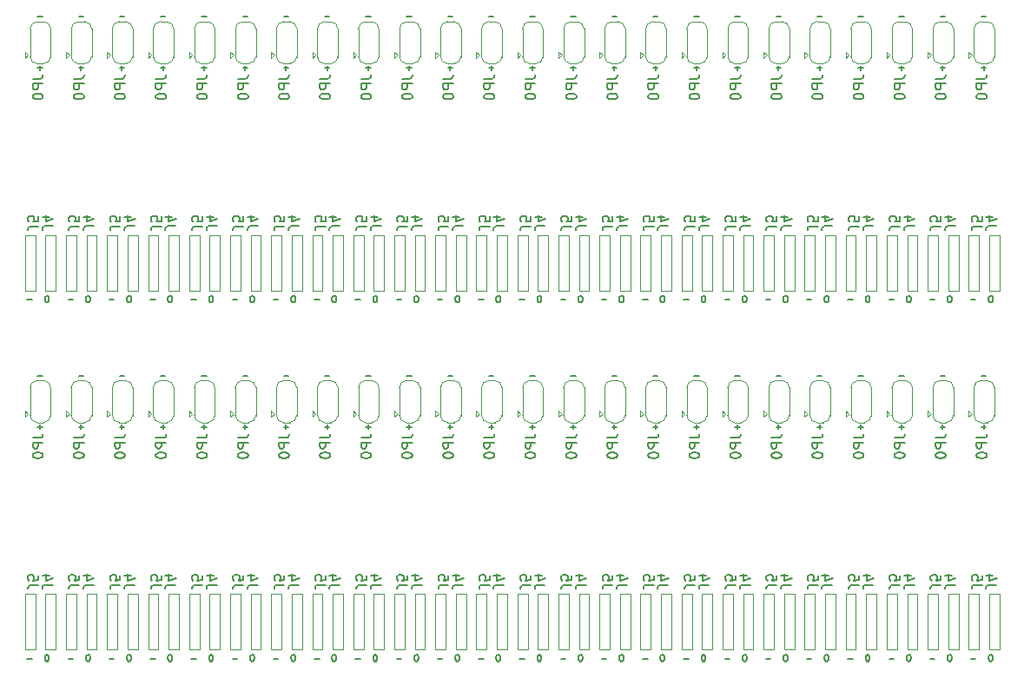
<source format=gbr>
G04 #@! TF.GenerationSoftware,KiCad,Pcbnew,5.1.5+dfsg1-2build2*
G04 #@! TF.CreationDate,2022-01-05T22:10:48-05:00*
G04 #@! TF.ProjectId,,58585858-5858-4585-9858-585858585858,rev?*
G04 #@! TF.SameCoordinates,Original*
G04 #@! TF.FileFunction,Legend,Bot*
G04 #@! TF.FilePolarity,Positive*
%FSLAX46Y46*%
G04 Gerber Fmt 4.6, Leading zero omitted, Abs format (unit mm)*
G04 Created by KiCad (PCBNEW 5.1.5+dfsg1-2build2) date 2022-01-05 22:10:48*
%MOMM*%
%LPD*%
G04 APERTURE LIST*
%ADD10C,0.150000*%
%ADD11C,0.120000*%
G04 APERTURE END LIST*
D10*
X160516471Y-79061057D02*
X160059328Y-79061057D01*
X156516471Y-79061057D02*
X156059328Y-79061057D01*
X152516471Y-79061057D02*
X152059328Y-79061057D01*
X148516471Y-79061057D02*
X148059328Y-79061057D01*
X144516471Y-79061057D02*
X144059328Y-79061057D01*
X140516471Y-79061057D02*
X140059328Y-79061057D01*
X136516471Y-79061057D02*
X136059328Y-79061057D01*
X132516471Y-79061057D02*
X132059328Y-79061057D01*
X128516471Y-79061057D02*
X128059328Y-79061057D01*
X124516471Y-79061057D02*
X124059328Y-79061057D01*
X120516471Y-79061057D02*
X120059328Y-79061057D01*
X116516471Y-79061057D02*
X116059328Y-79061057D01*
X112516471Y-79061057D02*
X112059328Y-79061057D01*
X108516471Y-79061057D02*
X108059328Y-79061057D01*
X104516471Y-79061057D02*
X104059328Y-79061057D01*
X100516471Y-79061057D02*
X100059328Y-79061057D01*
X96516471Y-79061057D02*
X96059328Y-79061057D01*
X92516471Y-79061057D02*
X92059328Y-79061057D01*
X88516471Y-79061057D02*
X88059328Y-79061057D01*
X84516471Y-79061057D02*
X84059328Y-79061057D01*
X80516471Y-79061057D02*
X80059328Y-79061057D01*
X76516471Y-79061057D02*
X76059328Y-79061057D01*
X72516471Y-79061057D02*
X72059328Y-79061057D01*
X68516471Y-79061057D02*
X68059328Y-79061057D01*
X160516471Y-44061057D02*
X160059328Y-44061057D01*
X156516471Y-44061057D02*
X156059328Y-44061057D01*
X152516471Y-44061057D02*
X152059328Y-44061057D01*
X148516471Y-44061057D02*
X148059328Y-44061057D01*
X144516471Y-44061057D02*
X144059328Y-44061057D01*
X140516471Y-44061057D02*
X140059328Y-44061057D01*
X136516471Y-44061057D02*
X136059328Y-44061057D01*
X132516471Y-44061057D02*
X132059328Y-44061057D01*
X128516471Y-44061057D02*
X128059328Y-44061057D01*
X124516471Y-44061057D02*
X124059328Y-44061057D01*
X120516471Y-44061057D02*
X120059328Y-44061057D01*
X116516471Y-44061057D02*
X116059328Y-44061057D01*
X112516471Y-44061057D02*
X112059328Y-44061057D01*
X108516471Y-44061057D02*
X108059328Y-44061057D01*
X104516471Y-44061057D02*
X104059328Y-44061057D01*
X100516471Y-44061057D02*
X100059328Y-44061057D01*
X96516471Y-44061057D02*
X96059328Y-44061057D01*
X92516471Y-44061057D02*
X92059328Y-44061057D01*
X88516471Y-44061057D02*
X88059328Y-44061057D01*
X84516471Y-44061057D02*
X84059328Y-44061057D01*
X80516471Y-44061057D02*
X80059328Y-44061057D01*
X76516471Y-44061057D02*
X76059328Y-44061057D01*
X72516471Y-44061057D02*
X72059328Y-44061057D01*
X161030842Y-106299428D02*
X160916557Y-106299428D01*
X160859414Y-106328000D01*
X160802271Y-106385142D01*
X160773700Y-106499428D01*
X160773700Y-106699428D01*
X160802271Y-106813714D01*
X160859414Y-106870857D01*
X160916557Y-106899428D01*
X161030842Y-106899428D01*
X161087985Y-106870857D01*
X161145128Y-106813714D01*
X161173700Y-106699428D01*
X161173700Y-106499428D01*
X161145128Y-106385142D01*
X161087985Y-106328000D01*
X161030842Y-106299428D01*
X157030842Y-106299428D02*
X156916557Y-106299428D01*
X156859414Y-106328000D01*
X156802271Y-106385142D01*
X156773700Y-106499428D01*
X156773700Y-106699428D01*
X156802271Y-106813714D01*
X156859414Y-106870857D01*
X156916557Y-106899428D01*
X157030842Y-106899428D01*
X157087985Y-106870857D01*
X157145128Y-106813714D01*
X157173700Y-106699428D01*
X157173700Y-106499428D01*
X157145128Y-106385142D01*
X157087985Y-106328000D01*
X157030842Y-106299428D01*
X153030842Y-106299428D02*
X152916557Y-106299428D01*
X152859414Y-106328000D01*
X152802271Y-106385142D01*
X152773700Y-106499428D01*
X152773700Y-106699428D01*
X152802271Y-106813714D01*
X152859414Y-106870857D01*
X152916557Y-106899428D01*
X153030842Y-106899428D01*
X153087985Y-106870857D01*
X153145128Y-106813714D01*
X153173700Y-106699428D01*
X153173700Y-106499428D01*
X153145128Y-106385142D01*
X153087985Y-106328000D01*
X153030842Y-106299428D01*
X149030842Y-106299428D02*
X148916557Y-106299428D01*
X148859414Y-106328000D01*
X148802271Y-106385142D01*
X148773700Y-106499428D01*
X148773700Y-106699428D01*
X148802271Y-106813714D01*
X148859414Y-106870857D01*
X148916557Y-106899428D01*
X149030842Y-106899428D01*
X149087985Y-106870857D01*
X149145128Y-106813714D01*
X149173700Y-106699428D01*
X149173700Y-106499428D01*
X149145128Y-106385142D01*
X149087985Y-106328000D01*
X149030842Y-106299428D01*
X145030842Y-106299428D02*
X144916557Y-106299428D01*
X144859414Y-106328000D01*
X144802271Y-106385142D01*
X144773700Y-106499428D01*
X144773700Y-106699428D01*
X144802271Y-106813714D01*
X144859414Y-106870857D01*
X144916557Y-106899428D01*
X145030842Y-106899428D01*
X145087985Y-106870857D01*
X145145128Y-106813714D01*
X145173700Y-106699428D01*
X145173700Y-106499428D01*
X145145128Y-106385142D01*
X145087985Y-106328000D01*
X145030842Y-106299428D01*
X141030842Y-106299428D02*
X140916557Y-106299428D01*
X140859414Y-106328000D01*
X140802271Y-106385142D01*
X140773700Y-106499428D01*
X140773700Y-106699428D01*
X140802271Y-106813714D01*
X140859414Y-106870857D01*
X140916557Y-106899428D01*
X141030842Y-106899428D01*
X141087985Y-106870857D01*
X141145128Y-106813714D01*
X141173700Y-106699428D01*
X141173700Y-106499428D01*
X141145128Y-106385142D01*
X141087985Y-106328000D01*
X141030842Y-106299428D01*
X137030842Y-106299428D02*
X136916557Y-106299428D01*
X136859414Y-106328000D01*
X136802271Y-106385142D01*
X136773700Y-106499428D01*
X136773700Y-106699428D01*
X136802271Y-106813714D01*
X136859414Y-106870857D01*
X136916557Y-106899428D01*
X137030842Y-106899428D01*
X137087985Y-106870857D01*
X137145128Y-106813714D01*
X137173700Y-106699428D01*
X137173700Y-106499428D01*
X137145128Y-106385142D01*
X137087985Y-106328000D01*
X137030842Y-106299428D01*
X133030842Y-106299428D02*
X132916557Y-106299428D01*
X132859414Y-106328000D01*
X132802271Y-106385142D01*
X132773700Y-106499428D01*
X132773700Y-106699428D01*
X132802271Y-106813714D01*
X132859414Y-106870857D01*
X132916557Y-106899428D01*
X133030842Y-106899428D01*
X133087985Y-106870857D01*
X133145128Y-106813714D01*
X133173700Y-106699428D01*
X133173700Y-106499428D01*
X133145128Y-106385142D01*
X133087985Y-106328000D01*
X133030842Y-106299428D01*
X129030842Y-106299428D02*
X128916557Y-106299428D01*
X128859414Y-106328000D01*
X128802271Y-106385142D01*
X128773700Y-106499428D01*
X128773700Y-106699428D01*
X128802271Y-106813714D01*
X128859414Y-106870857D01*
X128916557Y-106899428D01*
X129030842Y-106899428D01*
X129087985Y-106870857D01*
X129145128Y-106813714D01*
X129173700Y-106699428D01*
X129173700Y-106499428D01*
X129145128Y-106385142D01*
X129087985Y-106328000D01*
X129030842Y-106299428D01*
X125030842Y-106299428D02*
X124916557Y-106299428D01*
X124859414Y-106328000D01*
X124802271Y-106385142D01*
X124773700Y-106499428D01*
X124773700Y-106699428D01*
X124802271Y-106813714D01*
X124859414Y-106870857D01*
X124916557Y-106899428D01*
X125030842Y-106899428D01*
X125087985Y-106870857D01*
X125145128Y-106813714D01*
X125173700Y-106699428D01*
X125173700Y-106499428D01*
X125145128Y-106385142D01*
X125087985Y-106328000D01*
X125030842Y-106299428D01*
X121030842Y-106299428D02*
X120916557Y-106299428D01*
X120859414Y-106328000D01*
X120802271Y-106385142D01*
X120773700Y-106499428D01*
X120773700Y-106699428D01*
X120802271Y-106813714D01*
X120859414Y-106870857D01*
X120916557Y-106899428D01*
X121030842Y-106899428D01*
X121087985Y-106870857D01*
X121145128Y-106813714D01*
X121173700Y-106699428D01*
X121173700Y-106499428D01*
X121145128Y-106385142D01*
X121087985Y-106328000D01*
X121030842Y-106299428D01*
X117030842Y-106299428D02*
X116916557Y-106299428D01*
X116859414Y-106328000D01*
X116802271Y-106385142D01*
X116773700Y-106499428D01*
X116773700Y-106699428D01*
X116802271Y-106813714D01*
X116859414Y-106870857D01*
X116916557Y-106899428D01*
X117030842Y-106899428D01*
X117087985Y-106870857D01*
X117145128Y-106813714D01*
X117173700Y-106699428D01*
X117173700Y-106499428D01*
X117145128Y-106385142D01*
X117087985Y-106328000D01*
X117030842Y-106299428D01*
X113030842Y-106299428D02*
X112916557Y-106299428D01*
X112859414Y-106328000D01*
X112802271Y-106385142D01*
X112773700Y-106499428D01*
X112773700Y-106699428D01*
X112802271Y-106813714D01*
X112859414Y-106870857D01*
X112916557Y-106899428D01*
X113030842Y-106899428D01*
X113087985Y-106870857D01*
X113145128Y-106813714D01*
X113173700Y-106699428D01*
X113173700Y-106499428D01*
X113145128Y-106385142D01*
X113087985Y-106328000D01*
X113030842Y-106299428D01*
X109030842Y-106299428D02*
X108916557Y-106299428D01*
X108859414Y-106328000D01*
X108802271Y-106385142D01*
X108773700Y-106499428D01*
X108773700Y-106699428D01*
X108802271Y-106813714D01*
X108859414Y-106870857D01*
X108916557Y-106899428D01*
X109030842Y-106899428D01*
X109087985Y-106870857D01*
X109145128Y-106813714D01*
X109173700Y-106699428D01*
X109173700Y-106499428D01*
X109145128Y-106385142D01*
X109087985Y-106328000D01*
X109030842Y-106299428D01*
X105030842Y-106299428D02*
X104916557Y-106299428D01*
X104859414Y-106328000D01*
X104802271Y-106385142D01*
X104773700Y-106499428D01*
X104773700Y-106699428D01*
X104802271Y-106813714D01*
X104859414Y-106870857D01*
X104916557Y-106899428D01*
X105030842Y-106899428D01*
X105087985Y-106870857D01*
X105145128Y-106813714D01*
X105173700Y-106699428D01*
X105173700Y-106499428D01*
X105145128Y-106385142D01*
X105087985Y-106328000D01*
X105030842Y-106299428D01*
X101030842Y-106299428D02*
X100916557Y-106299428D01*
X100859414Y-106328000D01*
X100802271Y-106385142D01*
X100773700Y-106499428D01*
X100773700Y-106699428D01*
X100802271Y-106813714D01*
X100859414Y-106870857D01*
X100916557Y-106899428D01*
X101030842Y-106899428D01*
X101087985Y-106870857D01*
X101145128Y-106813714D01*
X101173700Y-106699428D01*
X101173700Y-106499428D01*
X101145128Y-106385142D01*
X101087985Y-106328000D01*
X101030842Y-106299428D01*
X97030842Y-106299428D02*
X96916557Y-106299428D01*
X96859414Y-106328000D01*
X96802271Y-106385142D01*
X96773700Y-106499428D01*
X96773700Y-106699428D01*
X96802271Y-106813714D01*
X96859414Y-106870857D01*
X96916557Y-106899428D01*
X97030842Y-106899428D01*
X97087985Y-106870857D01*
X97145128Y-106813714D01*
X97173700Y-106699428D01*
X97173700Y-106499428D01*
X97145128Y-106385142D01*
X97087985Y-106328000D01*
X97030842Y-106299428D01*
X93030842Y-106299428D02*
X92916557Y-106299428D01*
X92859414Y-106328000D01*
X92802271Y-106385142D01*
X92773700Y-106499428D01*
X92773700Y-106699428D01*
X92802271Y-106813714D01*
X92859414Y-106870857D01*
X92916557Y-106899428D01*
X93030842Y-106899428D01*
X93087985Y-106870857D01*
X93145128Y-106813714D01*
X93173700Y-106699428D01*
X93173700Y-106499428D01*
X93145128Y-106385142D01*
X93087985Y-106328000D01*
X93030842Y-106299428D01*
X89030842Y-106299428D02*
X88916557Y-106299428D01*
X88859414Y-106328000D01*
X88802271Y-106385142D01*
X88773700Y-106499428D01*
X88773700Y-106699428D01*
X88802271Y-106813714D01*
X88859414Y-106870857D01*
X88916557Y-106899428D01*
X89030842Y-106899428D01*
X89087985Y-106870857D01*
X89145128Y-106813714D01*
X89173700Y-106699428D01*
X89173700Y-106499428D01*
X89145128Y-106385142D01*
X89087985Y-106328000D01*
X89030842Y-106299428D01*
X85030842Y-106299428D02*
X84916557Y-106299428D01*
X84859414Y-106328000D01*
X84802271Y-106385142D01*
X84773700Y-106499428D01*
X84773700Y-106699428D01*
X84802271Y-106813714D01*
X84859414Y-106870857D01*
X84916557Y-106899428D01*
X85030842Y-106899428D01*
X85087985Y-106870857D01*
X85145128Y-106813714D01*
X85173700Y-106699428D01*
X85173700Y-106499428D01*
X85145128Y-106385142D01*
X85087985Y-106328000D01*
X85030842Y-106299428D01*
X81030842Y-106299428D02*
X80916557Y-106299428D01*
X80859414Y-106328000D01*
X80802271Y-106385142D01*
X80773700Y-106499428D01*
X80773700Y-106699428D01*
X80802271Y-106813714D01*
X80859414Y-106870857D01*
X80916557Y-106899428D01*
X81030842Y-106899428D01*
X81087985Y-106870857D01*
X81145128Y-106813714D01*
X81173700Y-106699428D01*
X81173700Y-106499428D01*
X81145128Y-106385142D01*
X81087985Y-106328000D01*
X81030842Y-106299428D01*
X77030842Y-106299428D02*
X76916557Y-106299428D01*
X76859414Y-106328000D01*
X76802271Y-106385142D01*
X76773700Y-106499428D01*
X76773700Y-106699428D01*
X76802271Y-106813714D01*
X76859414Y-106870857D01*
X76916557Y-106899428D01*
X77030842Y-106899428D01*
X77087985Y-106870857D01*
X77145128Y-106813714D01*
X77173700Y-106699428D01*
X77173700Y-106499428D01*
X77145128Y-106385142D01*
X77087985Y-106328000D01*
X77030842Y-106299428D01*
X73030842Y-106299428D02*
X72916557Y-106299428D01*
X72859414Y-106328000D01*
X72802271Y-106385142D01*
X72773700Y-106499428D01*
X72773700Y-106699428D01*
X72802271Y-106813714D01*
X72859414Y-106870857D01*
X72916557Y-106899428D01*
X73030842Y-106899428D01*
X73087985Y-106870857D01*
X73145128Y-106813714D01*
X73173700Y-106699428D01*
X73173700Y-106499428D01*
X73145128Y-106385142D01*
X73087985Y-106328000D01*
X73030842Y-106299428D01*
X69030842Y-106299428D02*
X68916557Y-106299428D01*
X68859414Y-106328000D01*
X68802271Y-106385142D01*
X68773700Y-106499428D01*
X68773700Y-106699428D01*
X68802271Y-106813714D01*
X68859414Y-106870857D01*
X68916557Y-106899428D01*
X69030842Y-106899428D01*
X69087985Y-106870857D01*
X69145128Y-106813714D01*
X69173700Y-106699428D01*
X69173700Y-106499428D01*
X69145128Y-106385142D01*
X69087985Y-106328000D01*
X69030842Y-106299428D01*
X161030842Y-71299428D02*
X160916557Y-71299428D01*
X160859414Y-71328000D01*
X160802271Y-71385142D01*
X160773700Y-71499428D01*
X160773700Y-71699428D01*
X160802271Y-71813714D01*
X160859414Y-71870857D01*
X160916557Y-71899428D01*
X161030842Y-71899428D01*
X161087985Y-71870857D01*
X161145128Y-71813714D01*
X161173700Y-71699428D01*
X161173700Y-71499428D01*
X161145128Y-71385142D01*
X161087985Y-71328000D01*
X161030842Y-71299428D01*
X157030842Y-71299428D02*
X156916557Y-71299428D01*
X156859414Y-71328000D01*
X156802271Y-71385142D01*
X156773700Y-71499428D01*
X156773700Y-71699428D01*
X156802271Y-71813714D01*
X156859414Y-71870857D01*
X156916557Y-71899428D01*
X157030842Y-71899428D01*
X157087985Y-71870857D01*
X157145128Y-71813714D01*
X157173700Y-71699428D01*
X157173700Y-71499428D01*
X157145128Y-71385142D01*
X157087985Y-71328000D01*
X157030842Y-71299428D01*
X153030842Y-71299428D02*
X152916557Y-71299428D01*
X152859414Y-71328000D01*
X152802271Y-71385142D01*
X152773700Y-71499428D01*
X152773700Y-71699428D01*
X152802271Y-71813714D01*
X152859414Y-71870857D01*
X152916557Y-71899428D01*
X153030842Y-71899428D01*
X153087985Y-71870857D01*
X153145128Y-71813714D01*
X153173700Y-71699428D01*
X153173700Y-71499428D01*
X153145128Y-71385142D01*
X153087985Y-71328000D01*
X153030842Y-71299428D01*
X149030842Y-71299428D02*
X148916557Y-71299428D01*
X148859414Y-71328000D01*
X148802271Y-71385142D01*
X148773700Y-71499428D01*
X148773700Y-71699428D01*
X148802271Y-71813714D01*
X148859414Y-71870857D01*
X148916557Y-71899428D01*
X149030842Y-71899428D01*
X149087985Y-71870857D01*
X149145128Y-71813714D01*
X149173700Y-71699428D01*
X149173700Y-71499428D01*
X149145128Y-71385142D01*
X149087985Y-71328000D01*
X149030842Y-71299428D01*
X145030842Y-71299428D02*
X144916557Y-71299428D01*
X144859414Y-71328000D01*
X144802271Y-71385142D01*
X144773700Y-71499428D01*
X144773700Y-71699428D01*
X144802271Y-71813714D01*
X144859414Y-71870857D01*
X144916557Y-71899428D01*
X145030842Y-71899428D01*
X145087985Y-71870857D01*
X145145128Y-71813714D01*
X145173700Y-71699428D01*
X145173700Y-71499428D01*
X145145128Y-71385142D01*
X145087985Y-71328000D01*
X145030842Y-71299428D01*
X141030842Y-71299428D02*
X140916557Y-71299428D01*
X140859414Y-71328000D01*
X140802271Y-71385142D01*
X140773700Y-71499428D01*
X140773700Y-71699428D01*
X140802271Y-71813714D01*
X140859414Y-71870857D01*
X140916557Y-71899428D01*
X141030842Y-71899428D01*
X141087985Y-71870857D01*
X141145128Y-71813714D01*
X141173700Y-71699428D01*
X141173700Y-71499428D01*
X141145128Y-71385142D01*
X141087985Y-71328000D01*
X141030842Y-71299428D01*
X137030842Y-71299428D02*
X136916557Y-71299428D01*
X136859414Y-71328000D01*
X136802271Y-71385142D01*
X136773700Y-71499428D01*
X136773700Y-71699428D01*
X136802271Y-71813714D01*
X136859414Y-71870857D01*
X136916557Y-71899428D01*
X137030842Y-71899428D01*
X137087985Y-71870857D01*
X137145128Y-71813714D01*
X137173700Y-71699428D01*
X137173700Y-71499428D01*
X137145128Y-71385142D01*
X137087985Y-71328000D01*
X137030842Y-71299428D01*
X133030842Y-71299428D02*
X132916557Y-71299428D01*
X132859414Y-71328000D01*
X132802271Y-71385142D01*
X132773700Y-71499428D01*
X132773700Y-71699428D01*
X132802271Y-71813714D01*
X132859414Y-71870857D01*
X132916557Y-71899428D01*
X133030842Y-71899428D01*
X133087985Y-71870857D01*
X133145128Y-71813714D01*
X133173700Y-71699428D01*
X133173700Y-71499428D01*
X133145128Y-71385142D01*
X133087985Y-71328000D01*
X133030842Y-71299428D01*
X129030842Y-71299428D02*
X128916557Y-71299428D01*
X128859414Y-71328000D01*
X128802271Y-71385142D01*
X128773700Y-71499428D01*
X128773700Y-71699428D01*
X128802271Y-71813714D01*
X128859414Y-71870857D01*
X128916557Y-71899428D01*
X129030842Y-71899428D01*
X129087985Y-71870857D01*
X129145128Y-71813714D01*
X129173700Y-71699428D01*
X129173700Y-71499428D01*
X129145128Y-71385142D01*
X129087985Y-71328000D01*
X129030842Y-71299428D01*
X125030842Y-71299428D02*
X124916557Y-71299428D01*
X124859414Y-71328000D01*
X124802271Y-71385142D01*
X124773700Y-71499428D01*
X124773700Y-71699428D01*
X124802271Y-71813714D01*
X124859414Y-71870857D01*
X124916557Y-71899428D01*
X125030842Y-71899428D01*
X125087985Y-71870857D01*
X125145128Y-71813714D01*
X125173700Y-71699428D01*
X125173700Y-71499428D01*
X125145128Y-71385142D01*
X125087985Y-71328000D01*
X125030842Y-71299428D01*
X121030842Y-71299428D02*
X120916557Y-71299428D01*
X120859414Y-71328000D01*
X120802271Y-71385142D01*
X120773700Y-71499428D01*
X120773700Y-71699428D01*
X120802271Y-71813714D01*
X120859414Y-71870857D01*
X120916557Y-71899428D01*
X121030842Y-71899428D01*
X121087985Y-71870857D01*
X121145128Y-71813714D01*
X121173700Y-71699428D01*
X121173700Y-71499428D01*
X121145128Y-71385142D01*
X121087985Y-71328000D01*
X121030842Y-71299428D01*
X117030842Y-71299428D02*
X116916557Y-71299428D01*
X116859414Y-71328000D01*
X116802271Y-71385142D01*
X116773700Y-71499428D01*
X116773700Y-71699428D01*
X116802271Y-71813714D01*
X116859414Y-71870857D01*
X116916557Y-71899428D01*
X117030842Y-71899428D01*
X117087985Y-71870857D01*
X117145128Y-71813714D01*
X117173700Y-71699428D01*
X117173700Y-71499428D01*
X117145128Y-71385142D01*
X117087985Y-71328000D01*
X117030842Y-71299428D01*
X113030842Y-71299428D02*
X112916557Y-71299428D01*
X112859414Y-71328000D01*
X112802271Y-71385142D01*
X112773700Y-71499428D01*
X112773700Y-71699428D01*
X112802271Y-71813714D01*
X112859414Y-71870857D01*
X112916557Y-71899428D01*
X113030842Y-71899428D01*
X113087985Y-71870857D01*
X113145128Y-71813714D01*
X113173700Y-71699428D01*
X113173700Y-71499428D01*
X113145128Y-71385142D01*
X113087985Y-71328000D01*
X113030842Y-71299428D01*
X109030842Y-71299428D02*
X108916557Y-71299428D01*
X108859414Y-71328000D01*
X108802271Y-71385142D01*
X108773700Y-71499428D01*
X108773700Y-71699428D01*
X108802271Y-71813714D01*
X108859414Y-71870857D01*
X108916557Y-71899428D01*
X109030842Y-71899428D01*
X109087985Y-71870857D01*
X109145128Y-71813714D01*
X109173700Y-71699428D01*
X109173700Y-71499428D01*
X109145128Y-71385142D01*
X109087985Y-71328000D01*
X109030842Y-71299428D01*
X105030842Y-71299428D02*
X104916557Y-71299428D01*
X104859414Y-71328000D01*
X104802271Y-71385142D01*
X104773700Y-71499428D01*
X104773700Y-71699428D01*
X104802271Y-71813714D01*
X104859414Y-71870857D01*
X104916557Y-71899428D01*
X105030842Y-71899428D01*
X105087985Y-71870857D01*
X105145128Y-71813714D01*
X105173700Y-71699428D01*
X105173700Y-71499428D01*
X105145128Y-71385142D01*
X105087985Y-71328000D01*
X105030842Y-71299428D01*
X101030842Y-71299428D02*
X100916557Y-71299428D01*
X100859414Y-71328000D01*
X100802271Y-71385142D01*
X100773700Y-71499428D01*
X100773700Y-71699428D01*
X100802271Y-71813714D01*
X100859414Y-71870857D01*
X100916557Y-71899428D01*
X101030842Y-71899428D01*
X101087985Y-71870857D01*
X101145128Y-71813714D01*
X101173700Y-71699428D01*
X101173700Y-71499428D01*
X101145128Y-71385142D01*
X101087985Y-71328000D01*
X101030842Y-71299428D01*
X97030842Y-71299428D02*
X96916557Y-71299428D01*
X96859414Y-71328000D01*
X96802271Y-71385142D01*
X96773700Y-71499428D01*
X96773700Y-71699428D01*
X96802271Y-71813714D01*
X96859414Y-71870857D01*
X96916557Y-71899428D01*
X97030842Y-71899428D01*
X97087985Y-71870857D01*
X97145128Y-71813714D01*
X97173700Y-71699428D01*
X97173700Y-71499428D01*
X97145128Y-71385142D01*
X97087985Y-71328000D01*
X97030842Y-71299428D01*
X93030842Y-71299428D02*
X92916557Y-71299428D01*
X92859414Y-71328000D01*
X92802271Y-71385142D01*
X92773700Y-71499428D01*
X92773700Y-71699428D01*
X92802271Y-71813714D01*
X92859414Y-71870857D01*
X92916557Y-71899428D01*
X93030842Y-71899428D01*
X93087985Y-71870857D01*
X93145128Y-71813714D01*
X93173700Y-71699428D01*
X93173700Y-71499428D01*
X93145128Y-71385142D01*
X93087985Y-71328000D01*
X93030842Y-71299428D01*
X89030842Y-71299428D02*
X88916557Y-71299428D01*
X88859414Y-71328000D01*
X88802271Y-71385142D01*
X88773700Y-71499428D01*
X88773700Y-71699428D01*
X88802271Y-71813714D01*
X88859414Y-71870857D01*
X88916557Y-71899428D01*
X89030842Y-71899428D01*
X89087985Y-71870857D01*
X89145128Y-71813714D01*
X89173700Y-71699428D01*
X89173700Y-71499428D01*
X89145128Y-71385142D01*
X89087985Y-71328000D01*
X89030842Y-71299428D01*
X85030842Y-71299428D02*
X84916557Y-71299428D01*
X84859414Y-71328000D01*
X84802271Y-71385142D01*
X84773700Y-71499428D01*
X84773700Y-71699428D01*
X84802271Y-71813714D01*
X84859414Y-71870857D01*
X84916557Y-71899428D01*
X85030842Y-71899428D01*
X85087985Y-71870857D01*
X85145128Y-71813714D01*
X85173700Y-71699428D01*
X85173700Y-71499428D01*
X85145128Y-71385142D01*
X85087985Y-71328000D01*
X85030842Y-71299428D01*
X81030842Y-71299428D02*
X80916557Y-71299428D01*
X80859414Y-71328000D01*
X80802271Y-71385142D01*
X80773700Y-71499428D01*
X80773700Y-71699428D01*
X80802271Y-71813714D01*
X80859414Y-71870857D01*
X80916557Y-71899428D01*
X81030842Y-71899428D01*
X81087985Y-71870857D01*
X81145128Y-71813714D01*
X81173700Y-71699428D01*
X81173700Y-71499428D01*
X81145128Y-71385142D01*
X81087985Y-71328000D01*
X81030842Y-71299428D01*
X77030842Y-71299428D02*
X76916557Y-71299428D01*
X76859414Y-71328000D01*
X76802271Y-71385142D01*
X76773700Y-71499428D01*
X76773700Y-71699428D01*
X76802271Y-71813714D01*
X76859414Y-71870857D01*
X76916557Y-71899428D01*
X77030842Y-71899428D01*
X77087985Y-71870857D01*
X77145128Y-71813714D01*
X77173700Y-71699428D01*
X77173700Y-71499428D01*
X77145128Y-71385142D01*
X77087985Y-71328000D01*
X77030842Y-71299428D01*
X73030842Y-71299428D02*
X72916557Y-71299428D01*
X72859414Y-71328000D01*
X72802271Y-71385142D01*
X72773700Y-71499428D01*
X72773700Y-71699428D01*
X72802271Y-71813714D01*
X72859414Y-71870857D01*
X72916557Y-71899428D01*
X73030842Y-71899428D01*
X73087985Y-71870857D01*
X73145128Y-71813714D01*
X73173700Y-71699428D01*
X73173700Y-71499428D01*
X73145128Y-71385142D01*
X73087985Y-71328000D01*
X73030842Y-71299428D01*
X159513171Y-106670857D02*
X159056028Y-106670857D01*
X155513171Y-106670857D02*
X155056028Y-106670857D01*
X151513171Y-106670857D02*
X151056028Y-106670857D01*
X147513171Y-106670857D02*
X147056028Y-106670857D01*
X143513171Y-106670857D02*
X143056028Y-106670857D01*
X139513171Y-106670857D02*
X139056028Y-106670857D01*
X135513171Y-106670857D02*
X135056028Y-106670857D01*
X131513171Y-106670857D02*
X131056028Y-106670857D01*
X127513171Y-106670857D02*
X127056028Y-106670857D01*
X123513171Y-106670857D02*
X123056028Y-106670857D01*
X119513171Y-106670857D02*
X119056028Y-106670857D01*
X115513171Y-106670857D02*
X115056028Y-106670857D01*
X111513171Y-106670857D02*
X111056028Y-106670857D01*
X107513171Y-106670857D02*
X107056028Y-106670857D01*
X103513171Y-106670857D02*
X103056028Y-106670857D01*
X99513171Y-106670857D02*
X99056028Y-106670857D01*
X95513171Y-106670857D02*
X95056028Y-106670857D01*
X91513171Y-106670857D02*
X91056028Y-106670857D01*
X87513171Y-106670857D02*
X87056028Y-106670857D01*
X83513171Y-106670857D02*
X83056028Y-106670857D01*
X79513171Y-106670857D02*
X79056028Y-106670857D01*
X75513171Y-106670857D02*
X75056028Y-106670857D01*
X71513171Y-106670857D02*
X71056028Y-106670857D01*
X67513171Y-106670857D02*
X67056028Y-106670857D01*
X159513171Y-71670857D02*
X159056028Y-71670857D01*
X155513171Y-71670857D02*
X155056028Y-71670857D01*
X151513171Y-71670857D02*
X151056028Y-71670857D01*
X147513171Y-71670857D02*
X147056028Y-71670857D01*
X143513171Y-71670857D02*
X143056028Y-71670857D01*
X139513171Y-71670857D02*
X139056028Y-71670857D01*
X135513171Y-71670857D02*
X135056028Y-71670857D01*
X131513171Y-71670857D02*
X131056028Y-71670857D01*
X127513171Y-71670857D02*
X127056028Y-71670857D01*
X123513171Y-71670857D02*
X123056028Y-71670857D01*
X119513171Y-71670857D02*
X119056028Y-71670857D01*
X115513171Y-71670857D02*
X115056028Y-71670857D01*
X111513171Y-71670857D02*
X111056028Y-71670857D01*
X107513171Y-71670857D02*
X107056028Y-71670857D01*
X103513171Y-71670857D02*
X103056028Y-71670857D01*
X99513171Y-71670857D02*
X99056028Y-71670857D01*
X95513171Y-71670857D02*
X95056028Y-71670857D01*
X91513171Y-71670857D02*
X91056028Y-71670857D01*
X87513171Y-71670857D02*
X87056028Y-71670857D01*
X83513171Y-71670857D02*
X83056028Y-71670857D01*
X79513171Y-71670857D02*
X79056028Y-71670857D01*
X75513171Y-71670857D02*
X75056028Y-71670857D01*
X71513171Y-71670857D02*
X71056028Y-71670857D01*
X160516471Y-84052157D02*
X160059328Y-84052157D01*
X160287900Y-84280728D02*
X160287900Y-83823585D01*
X156516471Y-84052157D02*
X156059328Y-84052157D01*
X156287900Y-84280728D02*
X156287900Y-83823585D01*
X152516471Y-84052157D02*
X152059328Y-84052157D01*
X152287900Y-84280728D02*
X152287900Y-83823585D01*
X148516471Y-84052157D02*
X148059328Y-84052157D01*
X148287900Y-84280728D02*
X148287900Y-83823585D01*
X144516471Y-84052157D02*
X144059328Y-84052157D01*
X144287900Y-84280728D02*
X144287900Y-83823585D01*
X140516471Y-84052157D02*
X140059328Y-84052157D01*
X140287900Y-84280728D02*
X140287900Y-83823585D01*
X136516471Y-84052157D02*
X136059328Y-84052157D01*
X136287900Y-84280728D02*
X136287900Y-83823585D01*
X132516471Y-84052157D02*
X132059328Y-84052157D01*
X132287900Y-84280728D02*
X132287900Y-83823585D01*
X128516471Y-84052157D02*
X128059328Y-84052157D01*
X128287900Y-84280728D02*
X128287900Y-83823585D01*
X124516471Y-84052157D02*
X124059328Y-84052157D01*
X124287900Y-84280728D02*
X124287900Y-83823585D01*
X120516471Y-84052157D02*
X120059328Y-84052157D01*
X120287900Y-84280728D02*
X120287900Y-83823585D01*
X116516471Y-84052157D02*
X116059328Y-84052157D01*
X116287900Y-84280728D02*
X116287900Y-83823585D01*
X112516471Y-84052157D02*
X112059328Y-84052157D01*
X112287900Y-84280728D02*
X112287900Y-83823585D01*
X108516471Y-84052157D02*
X108059328Y-84052157D01*
X108287900Y-84280728D02*
X108287900Y-83823585D01*
X104516471Y-84052157D02*
X104059328Y-84052157D01*
X104287900Y-84280728D02*
X104287900Y-83823585D01*
X100516471Y-84052157D02*
X100059328Y-84052157D01*
X100287900Y-84280728D02*
X100287900Y-83823585D01*
X96516471Y-84052157D02*
X96059328Y-84052157D01*
X96287900Y-84280728D02*
X96287900Y-83823585D01*
X92516471Y-84052157D02*
X92059328Y-84052157D01*
X92287900Y-84280728D02*
X92287900Y-83823585D01*
X88516471Y-84052157D02*
X88059328Y-84052157D01*
X88287900Y-84280728D02*
X88287900Y-83823585D01*
X84516471Y-84052157D02*
X84059328Y-84052157D01*
X84287900Y-84280728D02*
X84287900Y-83823585D01*
X80516471Y-84052157D02*
X80059328Y-84052157D01*
X80287900Y-84280728D02*
X80287900Y-83823585D01*
X76516471Y-84052157D02*
X76059328Y-84052157D01*
X76287900Y-84280728D02*
X76287900Y-83823585D01*
X72516471Y-84052157D02*
X72059328Y-84052157D01*
X72287900Y-84280728D02*
X72287900Y-83823585D01*
X68516471Y-84052157D02*
X68059328Y-84052157D01*
X68287900Y-84280728D02*
X68287900Y-83823585D01*
X160516471Y-49052157D02*
X160059328Y-49052157D01*
X160287900Y-49280728D02*
X160287900Y-48823585D01*
X156516471Y-49052157D02*
X156059328Y-49052157D01*
X156287900Y-49280728D02*
X156287900Y-48823585D01*
X152516471Y-49052157D02*
X152059328Y-49052157D01*
X152287900Y-49280728D02*
X152287900Y-48823585D01*
X148516471Y-49052157D02*
X148059328Y-49052157D01*
X148287900Y-49280728D02*
X148287900Y-48823585D01*
X144516471Y-49052157D02*
X144059328Y-49052157D01*
X144287900Y-49280728D02*
X144287900Y-48823585D01*
X140516471Y-49052157D02*
X140059328Y-49052157D01*
X140287900Y-49280728D02*
X140287900Y-48823585D01*
X136516471Y-49052157D02*
X136059328Y-49052157D01*
X136287900Y-49280728D02*
X136287900Y-48823585D01*
X132516471Y-49052157D02*
X132059328Y-49052157D01*
X132287900Y-49280728D02*
X132287900Y-48823585D01*
X128516471Y-49052157D02*
X128059328Y-49052157D01*
X128287900Y-49280728D02*
X128287900Y-48823585D01*
X124516471Y-49052157D02*
X124059328Y-49052157D01*
X124287900Y-49280728D02*
X124287900Y-48823585D01*
X120516471Y-49052157D02*
X120059328Y-49052157D01*
X120287900Y-49280728D02*
X120287900Y-48823585D01*
X116516471Y-49052157D02*
X116059328Y-49052157D01*
X116287900Y-49280728D02*
X116287900Y-48823585D01*
X112516471Y-49052157D02*
X112059328Y-49052157D01*
X112287900Y-49280728D02*
X112287900Y-48823585D01*
X108516471Y-49052157D02*
X108059328Y-49052157D01*
X108287900Y-49280728D02*
X108287900Y-48823585D01*
X104516471Y-49052157D02*
X104059328Y-49052157D01*
X104287900Y-49280728D02*
X104287900Y-48823585D01*
X100516471Y-49052157D02*
X100059328Y-49052157D01*
X100287900Y-49280728D02*
X100287900Y-48823585D01*
X96516471Y-49052157D02*
X96059328Y-49052157D01*
X96287900Y-49280728D02*
X96287900Y-48823585D01*
X92516471Y-49052157D02*
X92059328Y-49052157D01*
X92287900Y-49280728D02*
X92287900Y-48823585D01*
X88516471Y-49052157D02*
X88059328Y-49052157D01*
X88287900Y-49280728D02*
X88287900Y-48823585D01*
X84516471Y-49052157D02*
X84059328Y-49052157D01*
X84287900Y-49280728D02*
X84287900Y-48823585D01*
X80516471Y-49052157D02*
X80059328Y-49052157D01*
X80287900Y-49280728D02*
X80287900Y-48823585D01*
X76516471Y-49052157D02*
X76059328Y-49052157D01*
X76287900Y-49280728D02*
X76287900Y-48823585D01*
X72516471Y-49052157D02*
X72059328Y-49052157D01*
X72287900Y-49280728D02*
X72287900Y-48823585D01*
X68516471Y-49052157D02*
X68059328Y-49052157D01*
X68287900Y-49280728D02*
X68287900Y-48823585D01*
X68516471Y-44061057D02*
X68059328Y-44061057D01*
X69030842Y-71299428D02*
X68916557Y-71299428D01*
X68859414Y-71328000D01*
X68802271Y-71385142D01*
X68773700Y-71499428D01*
X68773700Y-71699428D01*
X68802271Y-71813714D01*
X68859414Y-71870857D01*
X68916557Y-71899428D01*
X69030842Y-71899428D01*
X69087985Y-71870857D01*
X69145128Y-71813714D01*
X69173700Y-71699428D01*
X69173700Y-71499428D01*
X69145128Y-71385142D01*
X69087985Y-71328000D01*
X69030842Y-71299428D01*
X67513171Y-71670857D02*
X67056028Y-71670857D01*
D11*
X158832300Y-105758800D02*
X159832300Y-105758800D01*
X159832300Y-105758800D02*
X159832300Y-100358800D01*
X159832300Y-100358800D02*
X158832300Y-100358800D01*
X158832300Y-100358800D02*
X158832300Y-105758800D01*
X154832300Y-105758800D02*
X155832300Y-105758800D01*
X155832300Y-105758800D02*
X155832300Y-100358800D01*
X155832300Y-100358800D02*
X154832300Y-100358800D01*
X154832300Y-100358800D02*
X154832300Y-105758800D01*
X150832300Y-105758800D02*
X151832300Y-105758800D01*
X151832300Y-105758800D02*
X151832300Y-100358800D01*
X151832300Y-100358800D02*
X150832300Y-100358800D01*
X150832300Y-100358800D02*
X150832300Y-105758800D01*
X146832300Y-105758800D02*
X147832300Y-105758800D01*
X147832300Y-105758800D02*
X147832300Y-100358800D01*
X147832300Y-100358800D02*
X146832300Y-100358800D01*
X146832300Y-100358800D02*
X146832300Y-105758800D01*
X142832300Y-105758800D02*
X143832300Y-105758800D01*
X143832300Y-105758800D02*
X143832300Y-100358800D01*
X143832300Y-100358800D02*
X142832300Y-100358800D01*
X142832300Y-100358800D02*
X142832300Y-105758800D01*
X138832300Y-105758800D02*
X139832300Y-105758800D01*
X139832300Y-105758800D02*
X139832300Y-100358800D01*
X139832300Y-100358800D02*
X138832300Y-100358800D01*
X138832300Y-100358800D02*
X138832300Y-105758800D01*
X134832300Y-105758800D02*
X135832300Y-105758800D01*
X135832300Y-105758800D02*
X135832300Y-100358800D01*
X135832300Y-100358800D02*
X134832300Y-100358800D01*
X134832300Y-100358800D02*
X134832300Y-105758800D01*
X130832300Y-105758800D02*
X131832300Y-105758800D01*
X131832300Y-105758800D02*
X131832300Y-100358800D01*
X131832300Y-100358800D02*
X130832300Y-100358800D01*
X130832300Y-100358800D02*
X130832300Y-105758800D01*
X126832300Y-105758800D02*
X127832300Y-105758800D01*
X127832300Y-105758800D02*
X127832300Y-100358800D01*
X127832300Y-100358800D02*
X126832300Y-100358800D01*
X126832300Y-100358800D02*
X126832300Y-105758800D01*
X122832300Y-105758800D02*
X123832300Y-105758800D01*
X123832300Y-105758800D02*
X123832300Y-100358800D01*
X123832300Y-100358800D02*
X122832300Y-100358800D01*
X122832300Y-100358800D02*
X122832300Y-105758800D01*
X118832300Y-105758800D02*
X119832300Y-105758800D01*
X119832300Y-105758800D02*
X119832300Y-100358800D01*
X119832300Y-100358800D02*
X118832300Y-100358800D01*
X118832300Y-100358800D02*
X118832300Y-105758800D01*
X114832300Y-105758800D02*
X115832300Y-105758800D01*
X115832300Y-105758800D02*
X115832300Y-100358800D01*
X115832300Y-100358800D02*
X114832300Y-100358800D01*
X114832300Y-100358800D02*
X114832300Y-105758800D01*
X110832300Y-105758800D02*
X111832300Y-105758800D01*
X111832300Y-105758800D02*
X111832300Y-100358800D01*
X111832300Y-100358800D02*
X110832300Y-100358800D01*
X110832300Y-100358800D02*
X110832300Y-105758800D01*
X106832300Y-105758800D02*
X107832300Y-105758800D01*
X107832300Y-105758800D02*
X107832300Y-100358800D01*
X107832300Y-100358800D02*
X106832300Y-100358800D01*
X106832300Y-100358800D02*
X106832300Y-105758800D01*
X102832300Y-105758800D02*
X103832300Y-105758800D01*
X103832300Y-105758800D02*
X103832300Y-100358800D01*
X103832300Y-100358800D02*
X102832300Y-100358800D01*
X102832300Y-100358800D02*
X102832300Y-105758800D01*
X98832300Y-105758800D02*
X99832300Y-105758800D01*
X99832300Y-105758800D02*
X99832300Y-100358800D01*
X99832300Y-100358800D02*
X98832300Y-100358800D01*
X98832300Y-100358800D02*
X98832300Y-105758800D01*
X94832300Y-105758800D02*
X95832300Y-105758800D01*
X95832300Y-105758800D02*
X95832300Y-100358800D01*
X95832300Y-100358800D02*
X94832300Y-100358800D01*
X94832300Y-100358800D02*
X94832300Y-105758800D01*
X90832300Y-105758800D02*
X91832300Y-105758800D01*
X91832300Y-105758800D02*
X91832300Y-100358800D01*
X91832300Y-100358800D02*
X90832300Y-100358800D01*
X90832300Y-100358800D02*
X90832300Y-105758800D01*
X86832300Y-105758800D02*
X87832300Y-105758800D01*
X87832300Y-105758800D02*
X87832300Y-100358800D01*
X87832300Y-100358800D02*
X86832300Y-100358800D01*
X86832300Y-100358800D02*
X86832300Y-105758800D01*
X82832300Y-105758800D02*
X83832300Y-105758800D01*
X83832300Y-105758800D02*
X83832300Y-100358800D01*
X83832300Y-100358800D02*
X82832300Y-100358800D01*
X82832300Y-100358800D02*
X82832300Y-105758800D01*
X78832300Y-105758800D02*
X79832300Y-105758800D01*
X79832300Y-105758800D02*
X79832300Y-100358800D01*
X79832300Y-100358800D02*
X78832300Y-100358800D01*
X78832300Y-100358800D02*
X78832300Y-105758800D01*
X74832300Y-105758800D02*
X75832300Y-105758800D01*
X75832300Y-105758800D02*
X75832300Y-100358800D01*
X75832300Y-100358800D02*
X74832300Y-100358800D01*
X74832300Y-100358800D02*
X74832300Y-105758800D01*
X70832300Y-105758800D02*
X71832300Y-105758800D01*
X71832300Y-105758800D02*
X71832300Y-100358800D01*
X71832300Y-100358800D02*
X70832300Y-100358800D01*
X70832300Y-100358800D02*
X70832300Y-105758800D01*
X66832300Y-105758800D02*
X67832300Y-105758800D01*
X67832300Y-105758800D02*
X67832300Y-100358800D01*
X67832300Y-100358800D02*
X66832300Y-100358800D01*
X66832300Y-100358800D02*
X66832300Y-105758800D01*
X158832300Y-70758800D02*
X159832300Y-70758800D01*
X159832300Y-70758800D02*
X159832300Y-65358800D01*
X159832300Y-65358800D02*
X158832300Y-65358800D01*
X158832300Y-65358800D02*
X158832300Y-70758800D01*
X154832300Y-70758800D02*
X155832300Y-70758800D01*
X155832300Y-70758800D02*
X155832300Y-65358800D01*
X155832300Y-65358800D02*
X154832300Y-65358800D01*
X154832300Y-65358800D02*
X154832300Y-70758800D01*
X150832300Y-70758800D02*
X151832300Y-70758800D01*
X151832300Y-70758800D02*
X151832300Y-65358800D01*
X151832300Y-65358800D02*
X150832300Y-65358800D01*
X150832300Y-65358800D02*
X150832300Y-70758800D01*
X146832300Y-70758800D02*
X147832300Y-70758800D01*
X147832300Y-70758800D02*
X147832300Y-65358800D01*
X147832300Y-65358800D02*
X146832300Y-65358800D01*
X146832300Y-65358800D02*
X146832300Y-70758800D01*
X142832300Y-70758800D02*
X143832300Y-70758800D01*
X143832300Y-70758800D02*
X143832300Y-65358800D01*
X143832300Y-65358800D02*
X142832300Y-65358800D01*
X142832300Y-65358800D02*
X142832300Y-70758800D01*
X138832300Y-70758800D02*
X139832300Y-70758800D01*
X139832300Y-70758800D02*
X139832300Y-65358800D01*
X139832300Y-65358800D02*
X138832300Y-65358800D01*
X138832300Y-65358800D02*
X138832300Y-70758800D01*
X134832300Y-70758800D02*
X135832300Y-70758800D01*
X135832300Y-70758800D02*
X135832300Y-65358800D01*
X135832300Y-65358800D02*
X134832300Y-65358800D01*
X134832300Y-65358800D02*
X134832300Y-70758800D01*
X130832300Y-70758800D02*
X131832300Y-70758800D01*
X131832300Y-70758800D02*
X131832300Y-65358800D01*
X131832300Y-65358800D02*
X130832300Y-65358800D01*
X130832300Y-65358800D02*
X130832300Y-70758800D01*
X126832300Y-70758800D02*
X127832300Y-70758800D01*
X127832300Y-70758800D02*
X127832300Y-65358800D01*
X127832300Y-65358800D02*
X126832300Y-65358800D01*
X126832300Y-65358800D02*
X126832300Y-70758800D01*
X122832300Y-70758800D02*
X123832300Y-70758800D01*
X123832300Y-70758800D02*
X123832300Y-65358800D01*
X123832300Y-65358800D02*
X122832300Y-65358800D01*
X122832300Y-65358800D02*
X122832300Y-70758800D01*
X118832300Y-70758800D02*
X119832300Y-70758800D01*
X119832300Y-70758800D02*
X119832300Y-65358800D01*
X119832300Y-65358800D02*
X118832300Y-65358800D01*
X118832300Y-65358800D02*
X118832300Y-70758800D01*
X114832300Y-70758800D02*
X115832300Y-70758800D01*
X115832300Y-70758800D02*
X115832300Y-65358800D01*
X115832300Y-65358800D02*
X114832300Y-65358800D01*
X114832300Y-65358800D02*
X114832300Y-70758800D01*
X110832300Y-70758800D02*
X111832300Y-70758800D01*
X111832300Y-70758800D02*
X111832300Y-65358800D01*
X111832300Y-65358800D02*
X110832300Y-65358800D01*
X110832300Y-65358800D02*
X110832300Y-70758800D01*
X106832300Y-70758800D02*
X107832300Y-70758800D01*
X107832300Y-70758800D02*
X107832300Y-65358800D01*
X107832300Y-65358800D02*
X106832300Y-65358800D01*
X106832300Y-65358800D02*
X106832300Y-70758800D01*
X102832300Y-70758800D02*
X103832300Y-70758800D01*
X103832300Y-70758800D02*
X103832300Y-65358800D01*
X103832300Y-65358800D02*
X102832300Y-65358800D01*
X102832300Y-65358800D02*
X102832300Y-70758800D01*
X98832300Y-70758800D02*
X99832300Y-70758800D01*
X99832300Y-70758800D02*
X99832300Y-65358800D01*
X99832300Y-65358800D02*
X98832300Y-65358800D01*
X98832300Y-65358800D02*
X98832300Y-70758800D01*
X94832300Y-70758800D02*
X95832300Y-70758800D01*
X95832300Y-70758800D02*
X95832300Y-65358800D01*
X95832300Y-65358800D02*
X94832300Y-65358800D01*
X94832300Y-65358800D02*
X94832300Y-70758800D01*
X90832300Y-70758800D02*
X91832300Y-70758800D01*
X91832300Y-70758800D02*
X91832300Y-65358800D01*
X91832300Y-65358800D02*
X90832300Y-65358800D01*
X90832300Y-65358800D02*
X90832300Y-70758800D01*
X86832300Y-70758800D02*
X87832300Y-70758800D01*
X87832300Y-70758800D02*
X87832300Y-65358800D01*
X87832300Y-65358800D02*
X86832300Y-65358800D01*
X86832300Y-65358800D02*
X86832300Y-70758800D01*
X82832300Y-70758800D02*
X83832300Y-70758800D01*
X83832300Y-70758800D02*
X83832300Y-65358800D01*
X83832300Y-65358800D02*
X82832300Y-65358800D01*
X82832300Y-65358800D02*
X82832300Y-70758800D01*
X78832300Y-70758800D02*
X79832300Y-70758800D01*
X79832300Y-70758800D02*
X79832300Y-65358800D01*
X79832300Y-65358800D02*
X78832300Y-65358800D01*
X78832300Y-65358800D02*
X78832300Y-70758800D01*
X74832300Y-70758800D02*
X75832300Y-70758800D01*
X75832300Y-70758800D02*
X75832300Y-65358800D01*
X75832300Y-65358800D02*
X74832300Y-65358800D01*
X74832300Y-65358800D02*
X74832300Y-70758800D01*
X70832300Y-70758800D02*
X71832300Y-70758800D01*
X71832300Y-70758800D02*
X71832300Y-65358800D01*
X71832300Y-65358800D02*
X70832300Y-65358800D01*
X70832300Y-65358800D02*
X70832300Y-70758800D01*
X160832300Y-105758800D02*
X161832300Y-105758800D01*
X161832300Y-105758800D02*
X161832300Y-100358800D01*
X161832300Y-100358800D02*
X160832300Y-100358800D01*
X160832300Y-100358800D02*
X160832300Y-105758800D01*
X156832300Y-105758800D02*
X157832300Y-105758800D01*
X157832300Y-105758800D02*
X157832300Y-100358800D01*
X157832300Y-100358800D02*
X156832300Y-100358800D01*
X156832300Y-100358800D02*
X156832300Y-105758800D01*
X152832300Y-105758800D02*
X153832300Y-105758800D01*
X153832300Y-105758800D02*
X153832300Y-100358800D01*
X153832300Y-100358800D02*
X152832300Y-100358800D01*
X152832300Y-100358800D02*
X152832300Y-105758800D01*
X148832300Y-105758800D02*
X149832300Y-105758800D01*
X149832300Y-105758800D02*
X149832300Y-100358800D01*
X149832300Y-100358800D02*
X148832300Y-100358800D01*
X148832300Y-100358800D02*
X148832300Y-105758800D01*
X144832300Y-105758800D02*
X145832300Y-105758800D01*
X145832300Y-105758800D02*
X145832300Y-100358800D01*
X145832300Y-100358800D02*
X144832300Y-100358800D01*
X144832300Y-100358800D02*
X144832300Y-105758800D01*
X140832300Y-105758800D02*
X141832300Y-105758800D01*
X141832300Y-105758800D02*
X141832300Y-100358800D01*
X141832300Y-100358800D02*
X140832300Y-100358800D01*
X140832300Y-100358800D02*
X140832300Y-105758800D01*
X136832300Y-105758800D02*
X137832300Y-105758800D01*
X137832300Y-105758800D02*
X137832300Y-100358800D01*
X137832300Y-100358800D02*
X136832300Y-100358800D01*
X136832300Y-100358800D02*
X136832300Y-105758800D01*
X132832300Y-105758800D02*
X133832300Y-105758800D01*
X133832300Y-105758800D02*
X133832300Y-100358800D01*
X133832300Y-100358800D02*
X132832300Y-100358800D01*
X132832300Y-100358800D02*
X132832300Y-105758800D01*
X128832300Y-105758800D02*
X129832300Y-105758800D01*
X129832300Y-105758800D02*
X129832300Y-100358800D01*
X129832300Y-100358800D02*
X128832300Y-100358800D01*
X128832300Y-100358800D02*
X128832300Y-105758800D01*
X124832300Y-105758800D02*
X125832300Y-105758800D01*
X125832300Y-105758800D02*
X125832300Y-100358800D01*
X125832300Y-100358800D02*
X124832300Y-100358800D01*
X124832300Y-100358800D02*
X124832300Y-105758800D01*
X120832300Y-105758800D02*
X121832300Y-105758800D01*
X121832300Y-105758800D02*
X121832300Y-100358800D01*
X121832300Y-100358800D02*
X120832300Y-100358800D01*
X120832300Y-100358800D02*
X120832300Y-105758800D01*
X116832300Y-105758800D02*
X117832300Y-105758800D01*
X117832300Y-105758800D02*
X117832300Y-100358800D01*
X117832300Y-100358800D02*
X116832300Y-100358800D01*
X116832300Y-100358800D02*
X116832300Y-105758800D01*
X112832300Y-105758800D02*
X113832300Y-105758800D01*
X113832300Y-105758800D02*
X113832300Y-100358800D01*
X113832300Y-100358800D02*
X112832300Y-100358800D01*
X112832300Y-100358800D02*
X112832300Y-105758800D01*
X108832300Y-105758800D02*
X109832300Y-105758800D01*
X109832300Y-105758800D02*
X109832300Y-100358800D01*
X109832300Y-100358800D02*
X108832300Y-100358800D01*
X108832300Y-100358800D02*
X108832300Y-105758800D01*
X104832300Y-105758800D02*
X105832300Y-105758800D01*
X105832300Y-105758800D02*
X105832300Y-100358800D01*
X105832300Y-100358800D02*
X104832300Y-100358800D01*
X104832300Y-100358800D02*
X104832300Y-105758800D01*
X100832300Y-105758800D02*
X101832300Y-105758800D01*
X101832300Y-105758800D02*
X101832300Y-100358800D01*
X101832300Y-100358800D02*
X100832300Y-100358800D01*
X100832300Y-100358800D02*
X100832300Y-105758800D01*
X96832300Y-105758800D02*
X97832300Y-105758800D01*
X97832300Y-105758800D02*
X97832300Y-100358800D01*
X97832300Y-100358800D02*
X96832300Y-100358800D01*
X96832300Y-100358800D02*
X96832300Y-105758800D01*
X92832300Y-105758800D02*
X93832300Y-105758800D01*
X93832300Y-105758800D02*
X93832300Y-100358800D01*
X93832300Y-100358800D02*
X92832300Y-100358800D01*
X92832300Y-100358800D02*
X92832300Y-105758800D01*
X88832300Y-105758800D02*
X89832300Y-105758800D01*
X89832300Y-105758800D02*
X89832300Y-100358800D01*
X89832300Y-100358800D02*
X88832300Y-100358800D01*
X88832300Y-100358800D02*
X88832300Y-105758800D01*
X84832300Y-105758800D02*
X85832300Y-105758800D01*
X85832300Y-105758800D02*
X85832300Y-100358800D01*
X85832300Y-100358800D02*
X84832300Y-100358800D01*
X84832300Y-100358800D02*
X84832300Y-105758800D01*
X80832300Y-105758800D02*
X81832300Y-105758800D01*
X81832300Y-105758800D02*
X81832300Y-100358800D01*
X81832300Y-100358800D02*
X80832300Y-100358800D01*
X80832300Y-100358800D02*
X80832300Y-105758800D01*
X76832300Y-105758800D02*
X77832300Y-105758800D01*
X77832300Y-105758800D02*
X77832300Y-100358800D01*
X77832300Y-100358800D02*
X76832300Y-100358800D01*
X76832300Y-100358800D02*
X76832300Y-105758800D01*
X72832300Y-105758800D02*
X73832300Y-105758800D01*
X73832300Y-105758800D02*
X73832300Y-100358800D01*
X73832300Y-100358800D02*
X72832300Y-100358800D01*
X72832300Y-100358800D02*
X72832300Y-105758800D01*
X68832300Y-105758800D02*
X69832300Y-105758800D01*
X69832300Y-105758800D02*
X69832300Y-100358800D01*
X69832300Y-100358800D02*
X68832300Y-100358800D01*
X68832300Y-100358800D02*
X68832300Y-105758800D01*
X160832300Y-70758800D02*
X161832300Y-70758800D01*
X161832300Y-70758800D02*
X161832300Y-65358800D01*
X161832300Y-65358800D02*
X160832300Y-65358800D01*
X160832300Y-65358800D02*
X160832300Y-70758800D01*
X156832300Y-70758800D02*
X157832300Y-70758800D01*
X157832300Y-70758800D02*
X157832300Y-65358800D01*
X157832300Y-65358800D02*
X156832300Y-65358800D01*
X156832300Y-65358800D02*
X156832300Y-70758800D01*
X152832300Y-70758800D02*
X153832300Y-70758800D01*
X153832300Y-70758800D02*
X153832300Y-65358800D01*
X153832300Y-65358800D02*
X152832300Y-65358800D01*
X152832300Y-65358800D02*
X152832300Y-70758800D01*
X148832300Y-70758800D02*
X149832300Y-70758800D01*
X149832300Y-70758800D02*
X149832300Y-65358800D01*
X149832300Y-65358800D02*
X148832300Y-65358800D01*
X148832300Y-65358800D02*
X148832300Y-70758800D01*
X144832300Y-70758800D02*
X145832300Y-70758800D01*
X145832300Y-70758800D02*
X145832300Y-65358800D01*
X145832300Y-65358800D02*
X144832300Y-65358800D01*
X144832300Y-65358800D02*
X144832300Y-70758800D01*
X140832300Y-70758800D02*
X141832300Y-70758800D01*
X141832300Y-70758800D02*
X141832300Y-65358800D01*
X141832300Y-65358800D02*
X140832300Y-65358800D01*
X140832300Y-65358800D02*
X140832300Y-70758800D01*
X136832300Y-70758800D02*
X137832300Y-70758800D01*
X137832300Y-70758800D02*
X137832300Y-65358800D01*
X137832300Y-65358800D02*
X136832300Y-65358800D01*
X136832300Y-65358800D02*
X136832300Y-70758800D01*
X132832300Y-70758800D02*
X133832300Y-70758800D01*
X133832300Y-70758800D02*
X133832300Y-65358800D01*
X133832300Y-65358800D02*
X132832300Y-65358800D01*
X132832300Y-65358800D02*
X132832300Y-70758800D01*
X128832300Y-70758800D02*
X129832300Y-70758800D01*
X129832300Y-70758800D02*
X129832300Y-65358800D01*
X129832300Y-65358800D02*
X128832300Y-65358800D01*
X128832300Y-65358800D02*
X128832300Y-70758800D01*
X124832300Y-70758800D02*
X125832300Y-70758800D01*
X125832300Y-70758800D02*
X125832300Y-65358800D01*
X125832300Y-65358800D02*
X124832300Y-65358800D01*
X124832300Y-65358800D02*
X124832300Y-70758800D01*
X120832300Y-70758800D02*
X121832300Y-70758800D01*
X121832300Y-70758800D02*
X121832300Y-65358800D01*
X121832300Y-65358800D02*
X120832300Y-65358800D01*
X120832300Y-65358800D02*
X120832300Y-70758800D01*
X116832300Y-70758800D02*
X117832300Y-70758800D01*
X117832300Y-70758800D02*
X117832300Y-65358800D01*
X117832300Y-65358800D02*
X116832300Y-65358800D01*
X116832300Y-65358800D02*
X116832300Y-70758800D01*
X112832300Y-70758800D02*
X113832300Y-70758800D01*
X113832300Y-70758800D02*
X113832300Y-65358800D01*
X113832300Y-65358800D02*
X112832300Y-65358800D01*
X112832300Y-65358800D02*
X112832300Y-70758800D01*
X108832300Y-70758800D02*
X109832300Y-70758800D01*
X109832300Y-70758800D02*
X109832300Y-65358800D01*
X109832300Y-65358800D02*
X108832300Y-65358800D01*
X108832300Y-65358800D02*
X108832300Y-70758800D01*
X104832300Y-70758800D02*
X105832300Y-70758800D01*
X105832300Y-70758800D02*
X105832300Y-65358800D01*
X105832300Y-65358800D02*
X104832300Y-65358800D01*
X104832300Y-65358800D02*
X104832300Y-70758800D01*
X100832300Y-70758800D02*
X101832300Y-70758800D01*
X101832300Y-70758800D02*
X101832300Y-65358800D01*
X101832300Y-65358800D02*
X100832300Y-65358800D01*
X100832300Y-65358800D02*
X100832300Y-70758800D01*
X96832300Y-70758800D02*
X97832300Y-70758800D01*
X97832300Y-70758800D02*
X97832300Y-65358800D01*
X97832300Y-65358800D02*
X96832300Y-65358800D01*
X96832300Y-65358800D02*
X96832300Y-70758800D01*
X92832300Y-70758800D02*
X93832300Y-70758800D01*
X93832300Y-70758800D02*
X93832300Y-65358800D01*
X93832300Y-65358800D02*
X92832300Y-65358800D01*
X92832300Y-65358800D02*
X92832300Y-70758800D01*
X88832300Y-70758800D02*
X89832300Y-70758800D01*
X89832300Y-70758800D02*
X89832300Y-65358800D01*
X89832300Y-65358800D02*
X88832300Y-65358800D01*
X88832300Y-65358800D02*
X88832300Y-70758800D01*
X84832300Y-70758800D02*
X85832300Y-70758800D01*
X85832300Y-70758800D02*
X85832300Y-65358800D01*
X85832300Y-65358800D02*
X84832300Y-65358800D01*
X84832300Y-65358800D02*
X84832300Y-70758800D01*
X80832300Y-70758800D02*
X81832300Y-70758800D01*
X81832300Y-70758800D02*
X81832300Y-65358800D01*
X81832300Y-65358800D02*
X80832300Y-65358800D01*
X80832300Y-65358800D02*
X80832300Y-70758800D01*
X76832300Y-70758800D02*
X77832300Y-70758800D01*
X77832300Y-70758800D02*
X77832300Y-65358800D01*
X77832300Y-65358800D02*
X76832300Y-65358800D01*
X76832300Y-65358800D02*
X76832300Y-70758800D01*
X72832300Y-70758800D02*
X73832300Y-70758800D01*
X73832300Y-70758800D02*
X73832300Y-65358800D01*
X73832300Y-65358800D02*
X72832300Y-65358800D01*
X72832300Y-65358800D02*
X72832300Y-70758800D01*
X159132300Y-82783800D02*
X158832300Y-82483800D01*
X158832300Y-83083800D02*
X158832300Y-82483800D01*
X159132300Y-82783800D02*
X158832300Y-83083800D01*
X160032300Y-83633800D02*
X160632300Y-83633800D01*
X159332300Y-80183800D02*
X159332300Y-82983800D01*
X160632300Y-79533800D02*
X160032300Y-79533800D01*
X161332300Y-82983800D02*
X161332300Y-80183800D01*
X161332300Y-80233800D02*
G75*
G03X160632300Y-79533800I-700000J0D01*
G01*
X160032300Y-79533800D02*
G75*
G03X159332300Y-80233800I0J-700000D01*
G01*
X159332300Y-82933800D02*
G75*
G03X160032300Y-83633800I700000J0D01*
G01*
X160632300Y-83633800D02*
G75*
G03X161332300Y-82933800I0J700000D01*
G01*
X155132300Y-82783800D02*
X154832300Y-82483800D01*
X154832300Y-83083800D02*
X154832300Y-82483800D01*
X155132300Y-82783800D02*
X154832300Y-83083800D01*
X156032300Y-83633800D02*
X156632300Y-83633800D01*
X155332300Y-80183800D02*
X155332300Y-82983800D01*
X156632300Y-79533800D02*
X156032300Y-79533800D01*
X157332300Y-82983800D02*
X157332300Y-80183800D01*
X157332300Y-80233800D02*
G75*
G03X156632300Y-79533800I-700000J0D01*
G01*
X156032300Y-79533800D02*
G75*
G03X155332300Y-80233800I0J-700000D01*
G01*
X155332300Y-82933800D02*
G75*
G03X156032300Y-83633800I700000J0D01*
G01*
X156632300Y-83633800D02*
G75*
G03X157332300Y-82933800I0J700000D01*
G01*
X151132300Y-82783800D02*
X150832300Y-82483800D01*
X150832300Y-83083800D02*
X150832300Y-82483800D01*
X151132300Y-82783800D02*
X150832300Y-83083800D01*
X152032300Y-83633800D02*
X152632300Y-83633800D01*
X151332300Y-80183800D02*
X151332300Y-82983800D01*
X152632300Y-79533800D02*
X152032300Y-79533800D01*
X153332300Y-82983800D02*
X153332300Y-80183800D01*
X153332300Y-80233800D02*
G75*
G03X152632300Y-79533800I-700000J0D01*
G01*
X152032300Y-79533800D02*
G75*
G03X151332300Y-80233800I0J-700000D01*
G01*
X151332300Y-82933800D02*
G75*
G03X152032300Y-83633800I700000J0D01*
G01*
X152632300Y-83633800D02*
G75*
G03X153332300Y-82933800I0J700000D01*
G01*
X147132300Y-82783800D02*
X146832300Y-82483800D01*
X146832300Y-83083800D02*
X146832300Y-82483800D01*
X147132300Y-82783800D02*
X146832300Y-83083800D01*
X148032300Y-83633800D02*
X148632300Y-83633800D01*
X147332300Y-80183800D02*
X147332300Y-82983800D01*
X148632300Y-79533800D02*
X148032300Y-79533800D01*
X149332300Y-82983800D02*
X149332300Y-80183800D01*
X149332300Y-80233800D02*
G75*
G03X148632300Y-79533800I-700000J0D01*
G01*
X148032300Y-79533800D02*
G75*
G03X147332300Y-80233800I0J-700000D01*
G01*
X147332300Y-82933800D02*
G75*
G03X148032300Y-83633800I700000J0D01*
G01*
X148632300Y-83633800D02*
G75*
G03X149332300Y-82933800I0J700000D01*
G01*
X143132300Y-82783800D02*
X142832300Y-82483800D01*
X142832300Y-83083800D02*
X142832300Y-82483800D01*
X143132300Y-82783800D02*
X142832300Y-83083800D01*
X144032300Y-83633800D02*
X144632300Y-83633800D01*
X143332300Y-80183800D02*
X143332300Y-82983800D01*
X144632300Y-79533800D02*
X144032300Y-79533800D01*
X145332300Y-82983800D02*
X145332300Y-80183800D01*
X145332300Y-80233800D02*
G75*
G03X144632300Y-79533800I-700000J0D01*
G01*
X144032300Y-79533800D02*
G75*
G03X143332300Y-80233800I0J-700000D01*
G01*
X143332300Y-82933800D02*
G75*
G03X144032300Y-83633800I700000J0D01*
G01*
X144632300Y-83633800D02*
G75*
G03X145332300Y-82933800I0J700000D01*
G01*
X139132300Y-82783800D02*
X138832300Y-82483800D01*
X138832300Y-83083800D02*
X138832300Y-82483800D01*
X139132300Y-82783800D02*
X138832300Y-83083800D01*
X140032300Y-83633800D02*
X140632300Y-83633800D01*
X139332300Y-80183800D02*
X139332300Y-82983800D01*
X140632300Y-79533800D02*
X140032300Y-79533800D01*
X141332300Y-82983800D02*
X141332300Y-80183800D01*
X141332300Y-80233800D02*
G75*
G03X140632300Y-79533800I-700000J0D01*
G01*
X140032300Y-79533800D02*
G75*
G03X139332300Y-80233800I0J-700000D01*
G01*
X139332300Y-82933800D02*
G75*
G03X140032300Y-83633800I700000J0D01*
G01*
X140632300Y-83633800D02*
G75*
G03X141332300Y-82933800I0J700000D01*
G01*
X135132300Y-82783800D02*
X134832300Y-82483800D01*
X134832300Y-83083800D02*
X134832300Y-82483800D01*
X135132300Y-82783800D02*
X134832300Y-83083800D01*
X136032300Y-83633800D02*
X136632300Y-83633800D01*
X135332300Y-80183800D02*
X135332300Y-82983800D01*
X136632300Y-79533800D02*
X136032300Y-79533800D01*
X137332300Y-82983800D02*
X137332300Y-80183800D01*
X137332300Y-80233800D02*
G75*
G03X136632300Y-79533800I-700000J0D01*
G01*
X136032300Y-79533800D02*
G75*
G03X135332300Y-80233800I0J-700000D01*
G01*
X135332300Y-82933800D02*
G75*
G03X136032300Y-83633800I700000J0D01*
G01*
X136632300Y-83633800D02*
G75*
G03X137332300Y-82933800I0J700000D01*
G01*
X131132300Y-82783800D02*
X130832300Y-82483800D01*
X130832300Y-83083800D02*
X130832300Y-82483800D01*
X131132300Y-82783800D02*
X130832300Y-83083800D01*
X132032300Y-83633800D02*
X132632300Y-83633800D01*
X131332300Y-80183800D02*
X131332300Y-82983800D01*
X132632300Y-79533800D02*
X132032300Y-79533800D01*
X133332300Y-82983800D02*
X133332300Y-80183800D01*
X133332300Y-80233800D02*
G75*
G03X132632300Y-79533800I-700000J0D01*
G01*
X132032300Y-79533800D02*
G75*
G03X131332300Y-80233800I0J-700000D01*
G01*
X131332300Y-82933800D02*
G75*
G03X132032300Y-83633800I700000J0D01*
G01*
X132632300Y-83633800D02*
G75*
G03X133332300Y-82933800I0J700000D01*
G01*
X127132300Y-82783800D02*
X126832300Y-82483800D01*
X126832300Y-83083800D02*
X126832300Y-82483800D01*
X127132300Y-82783800D02*
X126832300Y-83083800D01*
X128032300Y-83633800D02*
X128632300Y-83633800D01*
X127332300Y-80183800D02*
X127332300Y-82983800D01*
X128632300Y-79533800D02*
X128032300Y-79533800D01*
X129332300Y-82983800D02*
X129332300Y-80183800D01*
X129332300Y-80233800D02*
G75*
G03X128632300Y-79533800I-700000J0D01*
G01*
X128032300Y-79533800D02*
G75*
G03X127332300Y-80233800I0J-700000D01*
G01*
X127332300Y-82933800D02*
G75*
G03X128032300Y-83633800I700000J0D01*
G01*
X128632300Y-83633800D02*
G75*
G03X129332300Y-82933800I0J700000D01*
G01*
X123132300Y-82783800D02*
X122832300Y-82483800D01*
X122832300Y-83083800D02*
X122832300Y-82483800D01*
X123132300Y-82783800D02*
X122832300Y-83083800D01*
X124032300Y-83633800D02*
X124632300Y-83633800D01*
X123332300Y-80183800D02*
X123332300Y-82983800D01*
X124632300Y-79533800D02*
X124032300Y-79533800D01*
X125332300Y-82983800D02*
X125332300Y-80183800D01*
X125332300Y-80233800D02*
G75*
G03X124632300Y-79533800I-700000J0D01*
G01*
X124032300Y-79533800D02*
G75*
G03X123332300Y-80233800I0J-700000D01*
G01*
X123332300Y-82933800D02*
G75*
G03X124032300Y-83633800I700000J0D01*
G01*
X124632300Y-83633800D02*
G75*
G03X125332300Y-82933800I0J700000D01*
G01*
X119132300Y-82783800D02*
X118832300Y-82483800D01*
X118832300Y-83083800D02*
X118832300Y-82483800D01*
X119132300Y-82783800D02*
X118832300Y-83083800D01*
X120032300Y-83633800D02*
X120632300Y-83633800D01*
X119332300Y-80183800D02*
X119332300Y-82983800D01*
X120632300Y-79533800D02*
X120032300Y-79533800D01*
X121332300Y-82983800D02*
X121332300Y-80183800D01*
X121332300Y-80233800D02*
G75*
G03X120632300Y-79533800I-700000J0D01*
G01*
X120032300Y-79533800D02*
G75*
G03X119332300Y-80233800I0J-700000D01*
G01*
X119332300Y-82933800D02*
G75*
G03X120032300Y-83633800I700000J0D01*
G01*
X120632300Y-83633800D02*
G75*
G03X121332300Y-82933800I0J700000D01*
G01*
X115132300Y-82783800D02*
X114832300Y-82483800D01*
X114832300Y-83083800D02*
X114832300Y-82483800D01*
X115132300Y-82783800D02*
X114832300Y-83083800D01*
X116032300Y-83633800D02*
X116632300Y-83633800D01*
X115332300Y-80183800D02*
X115332300Y-82983800D01*
X116632300Y-79533800D02*
X116032300Y-79533800D01*
X117332300Y-82983800D02*
X117332300Y-80183800D01*
X117332300Y-80233800D02*
G75*
G03X116632300Y-79533800I-700000J0D01*
G01*
X116032300Y-79533800D02*
G75*
G03X115332300Y-80233800I0J-700000D01*
G01*
X115332300Y-82933800D02*
G75*
G03X116032300Y-83633800I700000J0D01*
G01*
X116632300Y-83633800D02*
G75*
G03X117332300Y-82933800I0J700000D01*
G01*
X111132300Y-82783800D02*
X110832300Y-82483800D01*
X110832300Y-83083800D02*
X110832300Y-82483800D01*
X111132300Y-82783800D02*
X110832300Y-83083800D01*
X112032300Y-83633800D02*
X112632300Y-83633800D01*
X111332300Y-80183800D02*
X111332300Y-82983800D01*
X112632300Y-79533800D02*
X112032300Y-79533800D01*
X113332300Y-82983800D02*
X113332300Y-80183800D01*
X113332300Y-80233800D02*
G75*
G03X112632300Y-79533800I-700000J0D01*
G01*
X112032300Y-79533800D02*
G75*
G03X111332300Y-80233800I0J-700000D01*
G01*
X111332300Y-82933800D02*
G75*
G03X112032300Y-83633800I700000J0D01*
G01*
X112632300Y-83633800D02*
G75*
G03X113332300Y-82933800I0J700000D01*
G01*
X107132300Y-82783800D02*
X106832300Y-82483800D01*
X106832300Y-83083800D02*
X106832300Y-82483800D01*
X107132300Y-82783800D02*
X106832300Y-83083800D01*
X108032300Y-83633800D02*
X108632300Y-83633800D01*
X107332300Y-80183800D02*
X107332300Y-82983800D01*
X108632300Y-79533800D02*
X108032300Y-79533800D01*
X109332300Y-82983800D02*
X109332300Y-80183800D01*
X109332300Y-80233800D02*
G75*
G03X108632300Y-79533800I-700000J0D01*
G01*
X108032300Y-79533800D02*
G75*
G03X107332300Y-80233800I0J-700000D01*
G01*
X107332300Y-82933800D02*
G75*
G03X108032300Y-83633800I700000J0D01*
G01*
X108632300Y-83633800D02*
G75*
G03X109332300Y-82933800I0J700000D01*
G01*
X103132300Y-82783800D02*
X102832300Y-82483800D01*
X102832300Y-83083800D02*
X102832300Y-82483800D01*
X103132300Y-82783800D02*
X102832300Y-83083800D01*
X104032300Y-83633800D02*
X104632300Y-83633800D01*
X103332300Y-80183800D02*
X103332300Y-82983800D01*
X104632300Y-79533800D02*
X104032300Y-79533800D01*
X105332300Y-82983800D02*
X105332300Y-80183800D01*
X105332300Y-80233800D02*
G75*
G03X104632300Y-79533800I-700000J0D01*
G01*
X104032300Y-79533800D02*
G75*
G03X103332300Y-80233800I0J-700000D01*
G01*
X103332300Y-82933800D02*
G75*
G03X104032300Y-83633800I700000J0D01*
G01*
X104632300Y-83633800D02*
G75*
G03X105332300Y-82933800I0J700000D01*
G01*
X99132300Y-82783800D02*
X98832300Y-82483800D01*
X98832300Y-83083800D02*
X98832300Y-82483800D01*
X99132300Y-82783800D02*
X98832300Y-83083800D01*
X100032300Y-83633800D02*
X100632300Y-83633800D01*
X99332300Y-80183800D02*
X99332300Y-82983800D01*
X100632300Y-79533800D02*
X100032300Y-79533800D01*
X101332300Y-82983800D02*
X101332300Y-80183800D01*
X101332300Y-80233800D02*
G75*
G03X100632300Y-79533800I-700000J0D01*
G01*
X100032300Y-79533800D02*
G75*
G03X99332300Y-80233800I0J-700000D01*
G01*
X99332300Y-82933800D02*
G75*
G03X100032300Y-83633800I700000J0D01*
G01*
X100632300Y-83633800D02*
G75*
G03X101332300Y-82933800I0J700000D01*
G01*
X95132300Y-82783800D02*
X94832300Y-82483800D01*
X94832300Y-83083800D02*
X94832300Y-82483800D01*
X95132300Y-82783800D02*
X94832300Y-83083800D01*
X96032300Y-83633800D02*
X96632300Y-83633800D01*
X95332300Y-80183800D02*
X95332300Y-82983800D01*
X96632300Y-79533800D02*
X96032300Y-79533800D01*
X97332300Y-82983800D02*
X97332300Y-80183800D01*
X97332300Y-80233800D02*
G75*
G03X96632300Y-79533800I-700000J0D01*
G01*
X96032300Y-79533800D02*
G75*
G03X95332300Y-80233800I0J-700000D01*
G01*
X95332300Y-82933800D02*
G75*
G03X96032300Y-83633800I700000J0D01*
G01*
X96632300Y-83633800D02*
G75*
G03X97332300Y-82933800I0J700000D01*
G01*
X91132300Y-82783800D02*
X90832300Y-82483800D01*
X90832300Y-83083800D02*
X90832300Y-82483800D01*
X91132300Y-82783800D02*
X90832300Y-83083800D01*
X92032300Y-83633800D02*
X92632300Y-83633800D01*
X91332300Y-80183800D02*
X91332300Y-82983800D01*
X92632300Y-79533800D02*
X92032300Y-79533800D01*
X93332300Y-82983800D02*
X93332300Y-80183800D01*
X93332300Y-80233800D02*
G75*
G03X92632300Y-79533800I-700000J0D01*
G01*
X92032300Y-79533800D02*
G75*
G03X91332300Y-80233800I0J-700000D01*
G01*
X91332300Y-82933800D02*
G75*
G03X92032300Y-83633800I700000J0D01*
G01*
X92632300Y-83633800D02*
G75*
G03X93332300Y-82933800I0J700000D01*
G01*
X87132300Y-82783800D02*
X86832300Y-82483800D01*
X86832300Y-83083800D02*
X86832300Y-82483800D01*
X87132300Y-82783800D02*
X86832300Y-83083800D01*
X88032300Y-83633800D02*
X88632300Y-83633800D01*
X87332300Y-80183800D02*
X87332300Y-82983800D01*
X88632300Y-79533800D02*
X88032300Y-79533800D01*
X89332300Y-82983800D02*
X89332300Y-80183800D01*
X89332300Y-80233800D02*
G75*
G03X88632300Y-79533800I-700000J0D01*
G01*
X88032300Y-79533800D02*
G75*
G03X87332300Y-80233800I0J-700000D01*
G01*
X87332300Y-82933800D02*
G75*
G03X88032300Y-83633800I700000J0D01*
G01*
X88632300Y-83633800D02*
G75*
G03X89332300Y-82933800I0J700000D01*
G01*
X83132300Y-82783800D02*
X82832300Y-82483800D01*
X82832300Y-83083800D02*
X82832300Y-82483800D01*
X83132300Y-82783800D02*
X82832300Y-83083800D01*
X84032300Y-83633800D02*
X84632300Y-83633800D01*
X83332300Y-80183800D02*
X83332300Y-82983800D01*
X84632300Y-79533800D02*
X84032300Y-79533800D01*
X85332300Y-82983800D02*
X85332300Y-80183800D01*
X85332300Y-80233800D02*
G75*
G03X84632300Y-79533800I-700000J0D01*
G01*
X84032300Y-79533800D02*
G75*
G03X83332300Y-80233800I0J-700000D01*
G01*
X83332300Y-82933800D02*
G75*
G03X84032300Y-83633800I700000J0D01*
G01*
X84632300Y-83633800D02*
G75*
G03X85332300Y-82933800I0J700000D01*
G01*
X79132300Y-82783800D02*
X78832300Y-82483800D01*
X78832300Y-83083800D02*
X78832300Y-82483800D01*
X79132300Y-82783800D02*
X78832300Y-83083800D01*
X80032300Y-83633800D02*
X80632300Y-83633800D01*
X79332300Y-80183800D02*
X79332300Y-82983800D01*
X80632300Y-79533800D02*
X80032300Y-79533800D01*
X81332300Y-82983800D02*
X81332300Y-80183800D01*
X81332300Y-80233800D02*
G75*
G03X80632300Y-79533800I-700000J0D01*
G01*
X80032300Y-79533800D02*
G75*
G03X79332300Y-80233800I0J-700000D01*
G01*
X79332300Y-82933800D02*
G75*
G03X80032300Y-83633800I700000J0D01*
G01*
X80632300Y-83633800D02*
G75*
G03X81332300Y-82933800I0J700000D01*
G01*
X75132300Y-82783800D02*
X74832300Y-82483800D01*
X74832300Y-83083800D02*
X74832300Y-82483800D01*
X75132300Y-82783800D02*
X74832300Y-83083800D01*
X76032300Y-83633800D02*
X76632300Y-83633800D01*
X75332300Y-80183800D02*
X75332300Y-82983800D01*
X76632300Y-79533800D02*
X76032300Y-79533800D01*
X77332300Y-82983800D02*
X77332300Y-80183800D01*
X77332300Y-80233800D02*
G75*
G03X76632300Y-79533800I-700000J0D01*
G01*
X76032300Y-79533800D02*
G75*
G03X75332300Y-80233800I0J-700000D01*
G01*
X75332300Y-82933800D02*
G75*
G03X76032300Y-83633800I700000J0D01*
G01*
X76632300Y-83633800D02*
G75*
G03X77332300Y-82933800I0J700000D01*
G01*
X71132300Y-82783800D02*
X70832300Y-82483800D01*
X70832300Y-83083800D02*
X70832300Y-82483800D01*
X71132300Y-82783800D02*
X70832300Y-83083800D01*
X72032300Y-83633800D02*
X72632300Y-83633800D01*
X71332300Y-80183800D02*
X71332300Y-82983800D01*
X72632300Y-79533800D02*
X72032300Y-79533800D01*
X73332300Y-82983800D02*
X73332300Y-80183800D01*
X73332300Y-80233800D02*
G75*
G03X72632300Y-79533800I-700000J0D01*
G01*
X72032300Y-79533800D02*
G75*
G03X71332300Y-80233800I0J-700000D01*
G01*
X71332300Y-82933800D02*
G75*
G03X72032300Y-83633800I700000J0D01*
G01*
X72632300Y-83633800D02*
G75*
G03X73332300Y-82933800I0J700000D01*
G01*
X67132300Y-82783800D02*
X66832300Y-82483800D01*
X66832300Y-83083800D02*
X66832300Y-82483800D01*
X67132300Y-82783800D02*
X66832300Y-83083800D01*
X68032300Y-83633800D02*
X68632300Y-83633800D01*
X67332300Y-80183800D02*
X67332300Y-82983800D01*
X68632300Y-79533800D02*
X68032300Y-79533800D01*
X69332300Y-82983800D02*
X69332300Y-80183800D01*
X69332300Y-80233800D02*
G75*
G03X68632300Y-79533800I-700000J0D01*
G01*
X68032300Y-79533800D02*
G75*
G03X67332300Y-80233800I0J-700000D01*
G01*
X67332300Y-82933800D02*
G75*
G03X68032300Y-83633800I700000J0D01*
G01*
X68632300Y-83633800D02*
G75*
G03X69332300Y-82933800I0J700000D01*
G01*
X159132300Y-47783800D02*
X158832300Y-47483800D01*
X158832300Y-48083800D02*
X158832300Y-47483800D01*
X159132300Y-47783800D02*
X158832300Y-48083800D01*
X160032300Y-48633800D02*
X160632300Y-48633800D01*
X159332300Y-45183800D02*
X159332300Y-47983800D01*
X160632300Y-44533800D02*
X160032300Y-44533800D01*
X161332300Y-47983800D02*
X161332300Y-45183800D01*
X161332300Y-45233800D02*
G75*
G03X160632300Y-44533800I-700000J0D01*
G01*
X160032300Y-44533800D02*
G75*
G03X159332300Y-45233800I0J-700000D01*
G01*
X159332300Y-47933800D02*
G75*
G03X160032300Y-48633800I700000J0D01*
G01*
X160632300Y-48633800D02*
G75*
G03X161332300Y-47933800I0J700000D01*
G01*
X155132300Y-47783800D02*
X154832300Y-47483800D01*
X154832300Y-48083800D02*
X154832300Y-47483800D01*
X155132300Y-47783800D02*
X154832300Y-48083800D01*
X156032300Y-48633800D02*
X156632300Y-48633800D01*
X155332300Y-45183800D02*
X155332300Y-47983800D01*
X156632300Y-44533800D02*
X156032300Y-44533800D01*
X157332300Y-47983800D02*
X157332300Y-45183800D01*
X157332300Y-45233800D02*
G75*
G03X156632300Y-44533800I-700000J0D01*
G01*
X156032300Y-44533800D02*
G75*
G03X155332300Y-45233800I0J-700000D01*
G01*
X155332300Y-47933800D02*
G75*
G03X156032300Y-48633800I700000J0D01*
G01*
X156632300Y-48633800D02*
G75*
G03X157332300Y-47933800I0J700000D01*
G01*
X151132300Y-47783800D02*
X150832300Y-47483800D01*
X150832300Y-48083800D02*
X150832300Y-47483800D01*
X151132300Y-47783800D02*
X150832300Y-48083800D01*
X152032300Y-48633800D02*
X152632300Y-48633800D01*
X151332300Y-45183800D02*
X151332300Y-47983800D01*
X152632300Y-44533800D02*
X152032300Y-44533800D01*
X153332300Y-47983800D02*
X153332300Y-45183800D01*
X153332300Y-45233800D02*
G75*
G03X152632300Y-44533800I-700000J0D01*
G01*
X152032300Y-44533800D02*
G75*
G03X151332300Y-45233800I0J-700000D01*
G01*
X151332300Y-47933800D02*
G75*
G03X152032300Y-48633800I700000J0D01*
G01*
X152632300Y-48633800D02*
G75*
G03X153332300Y-47933800I0J700000D01*
G01*
X147132300Y-47783800D02*
X146832300Y-47483800D01*
X146832300Y-48083800D02*
X146832300Y-47483800D01*
X147132300Y-47783800D02*
X146832300Y-48083800D01*
X148032300Y-48633800D02*
X148632300Y-48633800D01*
X147332300Y-45183800D02*
X147332300Y-47983800D01*
X148632300Y-44533800D02*
X148032300Y-44533800D01*
X149332300Y-47983800D02*
X149332300Y-45183800D01*
X149332300Y-45233800D02*
G75*
G03X148632300Y-44533800I-700000J0D01*
G01*
X148032300Y-44533800D02*
G75*
G03X147332300Y-45233800I0J-700000D01*
G01*
X147332300Y-47933800D02*
G75*
G03X148032300Y-48633800I700000J0D01*
G01*
X148632300Y-48633800D02*
G75*
G03X149332300Y-47933800I0J700000D01*
G01*
X143132300Y-47783800D02*
X142832300Y-47483800D01*
X142832300Y-48083800D02*
X142832300Y-47483800D01*
X143132300Y-47783800D02*
X142832300Y-48083800D01*
X144032300Y-48633800D02*
X144632300Y-48633800D01*
X143332300Y-45183800D02*
X143332300Y-47983800D01*
X144632300Y-44533800D02*
X144032300Y-44533800D01*
X145332300Y-47983800D02*
X145332300Y-45183800D01*
X145332300Y-45233800D02*
G75*
G03X144632300Y-44533800I-700000J0D01*
G01*
X144032300Y-44533800D02*
G75*
G03X143332300Y-45233800I0J-700000D01*
G01*
X143332300Y-47933800D02*
G75*
G03X144032300Y-48633800I700000J0D01*
G01*
X144632300Y-48633800D02*
G75*
G03X145332300Y-47933800I0J700000D01*
G01*
X139132300Y-47783800D02*
X138832300Y-47483800D01*
X138832300Y-48083800D02*
X138832300Y-47483800D01*
X139132300Y-47783800D02*
X138832300Y-48083800D01*
X140032300Y-48633800D02*
X140632300Y-48633800D01*
X139332300Y-45183800D02*
X139332300Y-47983800D01*
X140632300Y-44533800D02*
X140032300Y-44533800D01*
X141332300Y-47983800D02*
X141332300Y-45183800D01*
X141332300Y-45233800D02*
G75*
G03X140632300Y-44533800I-700000J0D01*
G01*
X140032300Y-44533800D02*
G75*
G03X139332300Y-45233800I0J-700000D01*
G01*
X139332300Y-47933800D02*
G75*
G03X140032300Y-48633800I700000J0D01*
G01*
X140632300Y-48633800D02*
G75*
G03X141332300Y-47933800I0J700000D01*
G01*
X135132300Y-47783800D02*
X134832300Y-47483800D01*
X134832300Y-48083800D02*
X134832300Y-47483800D01*
X135132300Y-47783800D02*
X134832300Y-48083800D01*
X136032300Y-48633800D02*
X136632300Y-48633800D01*
X135332300Y-45183800D02*
X135332300Y-47983800D01*
X136632300Y-44533800D02*
X136032300Y-44533800D01*
X137332300Y-47983800D02*
X137332300Y-45183800D01*
X137332300Y-45233800D02*
G75*
G03X136632300Y-44533800I-700000J0D01*
G01*
X136032300Y-44533800D02*
G75*
G03X135332300Y-45233800I0J-700000D01*
G01*
X135332300Y-47933800D02*
G75*
G03X136032300Y-48633800I700000J0D01*
G01*
X136632300Y-48633800D02*
G75*
G03X137332300Y-47933800I0J700000D01*
G01*
X131132300Y-47783800D02*
X130832300Y-47483800D01*
X130832300Y-48083800D02*
X130832300Y-47483800D01*
X131132300Y-47783800D02*
X130832300Y-48083800D01*
X132032300Y-48633800D02*
X132632300Y-48633800D01*
X131332300Y-45183800D02*
X131332300Y-47983800D01*
X132632300Y-44533800D02*
X132032300Y-44533800D01*
X133332300Y-47983800D02*
X133332300Y-45183800D01*
X133332300Y-45233800D02*
G75*
G03X132632300Y-44533800I-700000J0D01*
G01*
X132032300Y-44533800D02*
G75*
G03X131332300Y-45233800I0J-700000D01*
G01*
X131332300Y-47933800D02*
G75*
G03X132032300Y-48633800I700000J0D01*
G01*
X132632300Y-48633800D02*
G75*
G03X133332300Y-47933800I0J700000D01*
G01*
X127132300Y-47783800D02*
X126832300Y-47483800D01*
X126832300Y-48083800D02*
X126832300Y-47483800D01*
X127132300Y-47783800D02*
X126832300Y-48083800D01*
X128032300Y-48633800D02*
X128632300Y-48633800D01*
X127332300Y-45183800D02*
X127332300Y-47983800D01*
X128632300Y-44533800D02*
X128032300Y-44533800D01*
X129332300Y-47983800D02*
X129332300Y-45183800D01*
X129332300Y-45233800D02*
G75*
G03X128632300Y-44533800I-700000J0D01*
G01*
X128032300Y-44533800D02*
G75*
G03X127332300Y-45233800I0J-700000D01*
G01*
X127332300Y-47933800D02*
G75*
G03X128032300Y-48633800I700000J0D01*
G01*
X128632300Y-48633800D02*
G75*
G03X129332300Y-47933800I0J700000D01*
G01*
X123132300Y-47783800D02*
X122832300Y-47483800D01*
X122832300Y-48083800D02*
X122832300Y-47483800D01*
X123132300Y-47783800D02*
X122832300Y-48083800D01*
X124032300Y-48633800D02*
X124632300Y-48633800D01*
X123332300Y-45183800D02*
X123332300Y-47983800D01*
X124632300Y-44533800D02*
X124032300Y-44533800D01*
X125332300Y-47983800D02*
X125332300Y-45183800D01*
X125332300Y-45233800D02*
G75*
G03X124632300Y-44533800I-700000J0D01*
G01*
X124032300Y-44533800D02*
G75*
G03X123332300Y-45233800I0J-700000D01*
G01*
X123332300Y-47933800D02*
G75*
G03X124032300Y-48633800I700000J0D01*
G01*
X124632300Y-48633800D02*
G75*
G03X125332300Y-47933800I0J700000D01*
G01*
X119132300Y-47783800D02*
X118832300Y-47483800D01*
X118832300Y-48083800D02*
X118832300Y-47483800D01*
X119132300Y-47783800D02*
X118832300Y-48083800D01*
X120032300Y-48633800D02*
X120632300Y-48633800D01*
X119332300Y-45183800D02*
X119332300Y-47983800D01*
X120632300Y-44533800D02*
X120032300Y-44533800D01*
X121332300Y-47983800D02*
X121332300Y-45183800D01*
X121332300Y-45233800D02*
G75*
G03X120632300Y-44533800I-700000J0D01*
G01*
X120032300Y-44533800D02*
G75*
G03X119332300Y-45233800I0J-700000D01*
G01*
X119332300Y-47933800D02*
G75*
G03X120032300Y-48633800I700000J0D01*
G01*
X120632300Y-48633800D02*
G75*
G03X121332300Y-47933800I0J700000D01*
G01*
X115132300Y-47783800D02*
X114832300Y-47483800D01*
X114832300Y-48083800D02*
X114832300Y-47483800D01*
X115132300Y-47783800D02*
X114832300Y-48083800D01*
X116032300Y-48633800D02*
X116632300Y-48633800D01*
X115332300Y-45183800D02*
X115332300Y-47983800D01*
X116632300Y-44533800D02*
X116032300Y-44533800D01*
X117332300Y-47983800D02*
X117332300Y-45183800D01*
X117332300Y-45233800D02*
G75*
G03X116632300Y-44533800I-700000J0D01*
G01*
X116032300Y-44533800D02*
G75*
G03X115332300Y-45233800I0J-700000D01*
G01*
X115332300Y-47933800D02*
G75*
G03X116032300Y-48633800I700000J0D01*
G01*
X116632300Y-48633800D02*
G75*
G03X117332300Y-47933800I0J700000D01*
G01*
X111132300Y-47783800D02*
X110832300Y-47483800D01*
X110832300Y-48083800D02*
X110832300Y-47483800D01*
X111132300Y-47783800D02*
X110832300Y-48083800D01*
X112032300Y-48633800D02*
X112632300Y-48633800D01*
X111332300Y-45183800D02*
X111332300Y-47983800D01*
X112632300Y-44533800D02*
X112032300Y-44533800D01*
X113332300Y-47983800D02*
X113332300Y-45183800D01*
X113332300Y-45233800D02*
G75*
G03X112632300Y-44533800I-700000J0D01*
G01*
X112032300Y-44533800D02*
G75*
G03X111332300Y-45233800I0J-700000D01*
G01*
X111332300Y-47933800D02*
G75*
G03X112032300Y-48633800I700000J0D01*
G01*
X112632300Y-48633800D02*
G75*
G03X113332300Y-47933800I0J700000D01*
G01*
X107132300Y-47783800D02*
X106832300Y-47483800D01*
X106832300Y-48083800D02*
X106832300Y-47483800D01*
X107132300Y-47783800D02*
X106832300Y-48083800D01*
X108032300Y-48633800D02*
X108632300Y-48633800D01*
X107332300Y-45183800D02*
X107332300Y-47983800D01*
X108632300Y-44533800D02*
X108032300Y-44533800D01*
X109332300Y-47983800D02*
X109332300Y-45183800D01*
X109332300Y-45233800D02*
G75*
G03X108632300Y-44533800I-700000J0D01*
G01*
X108032300Y-44533800D02*
G75*
G03X107332300Y-45233800I0J-700000D01*
G01*
X107332300Y-47933800D02*
G75*
G03X108032300Y-48633800I700000J0D01*
G01*
X108632300Y-48633800D02*
G75*
G03X109332300Y-47933800I0J700000D01*
G01*
X103132300Y-47783800D02*
X102832300Y-47483800D01*
X102832300Y-48083800D02*
X102832300Y-47483800D01*
X103132300Y-47783800D02*
X102832300Y-48083800D01*
X104032300Y-48633800D02*
X104632300Y-48633800D01*
X103332300Y-45183800D02*
X103332300Y-47983800D01*
X104632300Y-44533800D02*
X104032300Y-44533800D01*
X105332300Y-47983800D02*
X105332300Y-45183800D01*
X105332300Y-45233800D02*
G75*
G03X104632300Y-44533800I-700000J0D01*
G01*
X104032300Y-44533800D02*
G75*
G03X103332300Y-45233800I0J-700000D01*
G01*
X103332300Y-47933800D02*
G75*
G03X104032300Y-48633800I700000J0D01*
G01*
X104632300Y-48633800D02*
G75*
G03X105332300Y-47933800I0J700000D01*
G01*
X99132300Y-47783800D02*
X98832300Y-47483800D01*
X98832300Y-48083800D02*
X98832300Y-47483800D01*
X99132300Y-47783800D02*
X98832300Y-48083800D01*
X100032300Y-48633800D02*
X100632300Y-48633800D01*
X99332300Y-45183800D02*
X99332300Y-47983800D01*
X100632300Y-44533800D02*
X100032300Y-44533800D01*
X101332300Y-47983800D02*
X101332300Y-45183800D01*
X101332300Y-45233800D02*
G75*
G03X100632300Y-44533800I-700000J0D01*
G01*
X100032300Y-44533800D02*
G75*
G03X99332300Y-45233800I0J-700000D01*
G01*
X99332300Y-47933800D02*
G75*
G03X100032300Y-48633800I700000J0D01*
G01*
X100632300Y-48633800D02*
G75*
G03X101332300Y-47933800I0J700000D01*
G01*
X95132300Y-47783800D02*
X94832300Y-47483800D01*
X94832300Y-48083800D02*
X94832300Y-47483800D01*
X95132300Y-47783800D02*
X94832300Y-48083800D01*
X96032300Y-48633800D02*
X96632300Y-48633800D01*
X95332300Y-45183800D02*
X95332300Y-47983800D01*
X96632300Y-44533800D02*
X96032300Y-44533800D01*
X97332300Y-47983800D02*
X97332300Y-45183800D01*
X97332300Y-45233800D02*
G75*
G03X96632300Y-44533800I-700000J0D01*
G01*
X96032300Y-44533800D02*
G75*
G03X95332300Y-45233800I0J-700000D01*
G01*
X95332300Y-47933800D02*
G75*
G03X96032300Y-48633800I700000J0D01*
G01*
X96632300Y-48633800D02*
G75*
G03X97332300Y-47933800I0J700000D01*
G01*
X91132300Y-47783800D02*
X90832300Y-47483800D01*
X90832300Y-48083800D02*
X90832300Y-47483800D01*
X91132300Y-47783800D02*
X90832300Y-48083800D01*
X92032300Y-48633800D02*
X92632300Y-48633800D01*
X91332300Y-45183800D02*
X91332300Y-47983800D01*
X92632300Y-44533800D02*
X92032300Y-44533800D01*
X93332300Y-47983800D02*
X93332300Y-45183800D01*
X93332300Y-45233800D02*
G75*
G03X92632300Y-44533800I-700000J0D01*
G01*
X92032300Y-44533800D02*
G75*
G03X91332300Y-45233800I0J-700000D01*
G01*
X91332300Y-47933800D02*
G75*
G03X92032300Y-48633800I700000J0D01*
G01*
X92632300Y-48633800D02*
G75*
G03X93332300Y-47933800I0J700000D01*
G01*
X87132300Y-47783800D02*
X86832300Y-47483800D01*
X86832300Y-48083800D02*
X86832300Y-47483800D01*
X87132300Y-47783800D02*
X86832300Y-48083800D01*
X88032300Y-48633800D02*
X88632300Y-48633800D01*
X87332300Y-45183800D02*
X87332300Y-47983800D01*
X88632300Y-44533800D02*
X88032300Y-44533800D01*
X89332300Y-47983800D02*
X89332300Y-45183800D01*
X89332300Y-45233800D02*
G75*
G03X88632300Y-44533800I-700000J0D01*
G01*
X88032300Y-44533800D02*
G75*
G03X87332300Y-45233800I0J-700000D01*
G01*
X87332300Y-47933800D02*
G75*
G03X88032300Y-48633800I700000J0D01*
G01*
X88632300Y-48633800D02*
G75*
G03X89332300Y-47933800I0J700000D01*
G01*
X83132300Y-47783800D02*
X82832300Y-47483800D01*
X82832300Y-48083800D02*
X82832300Y-47483800D01*
X83132300Y-47783800D02*
X82832300Y-48083800D01*
X84032300Y-48633800D02*
X84632300Y-48633800D01*
X83332300Y-45183800D02*
X83332300Y-47983800D01*
X84632300Y-44533800D02*
X84032300Y-44533800D01*
X85332300Y-47983800D02*
X85332300Y-45183800D01*
X85332300Y-45233800D02*
G75*
G03X84632300Y-44533800I-700000J0D01*
G01*
X84032300Y-44533800D02*
G75*
G03X83332300Y-45233800I0J-700000D01*
G01*
X83332300Y-47933800D02*
G75*
G03X84032300Y-48633800I700000J0D01*
G01*
X84632300Y-48633800D02*
G75*
G03X85332300Y-47933800I0J700000D01*
G01*
X79132300Y-47783800D02*
X78832300Y-47483800D01*
X78832300Y-48083800D02*
X78832300Y-47483800D01*
X79132300Y-47783800D02*
X78832300Y-48083800D01*
X80032300Y-48633800D02*
X80632300Y-48633800D01*
X79332300Y-45183800D02*
X79332300Y-47983800D01*
X80632300Y-44533800D02*
X80032300Y-44533800D01*
X81332300Y-47983800D02*
X81332300Y-45183800D01*
X81332300Y-45233800D02*
G75*
G03X80632300Y-44533800I-700000J0D01*
G01*
X80032300Y-44533800D02*
G75*
G03X79332300Y-45233800I0J-700000D01*
G01*
X79332300Y-47933800D02*
G75*
G03X80032300Y-48633800I700000J0D01*
G01*
X80632300Y-48633800D02*
G75*
G03X81332300Y-47933800I0J700000D01*
G01*
X75132300Y-47783800D02*
X74832300Y-47483800D01*
X74832300Y-48083800D02*
X74832300Y-47483800D01*
X75132300Y-47783800D02*
X74832300Y-48083800D01*
X76032300Y-48633800D02*
X76632300Y-48633800D01*
X75332300Y-45183800D02*
X75332300Y-47983800D01*
X76632300Y-44533800D02*
X76032300Y-44533800D01*
X77332300Y-47983800D02*
X77332300Y-45183800D01*
X77332300Y-45233800D02*
G75*
G03X76632300Y-44533800I-700000J0D01*
G01*
X76032300Y-44533800D02*
G75*
G03X75332300Y-45233800I0J-700000D01*
G01*
X75332300Y-47933800D02*
G75*
G03X76032300Y-48633800I700000J0D01*
G01*
X76632300Y-48633800D02*
G75*
G03X77332300Y-47933800I0J700000D01*
G01*
X71132300Y-47783800D02*
X70832300Y-47483800D01*
X70832300Y-48083800D02*
X70832300Y-47483800D01*
X71132300Y-47783800D02*
X70832300Y-48083800D01*
X72032300Y-48633800D02*
X72632300Y-48633800D01*
X71332300Y-45183800D02*
X71332300Y-47983800D01*
X72632300Y-44533800D02*
X72032300Y-44533800D01*
X73332300Y-47983800D02*
X73332300Y-45183800D01*
X73332300Y-45233800D02*
G75*
G03X72632300Y-44533800I-700000J0D01*
G01*
X72032300Y-44533800D02*
G75*
G03X71332300Y-45233800I0J-700000D01*
G01*
X71332300Y-47933800D02*
G75*
G03X72032300Y-48633800I700000J0D01*
G01*
X72632300Y-48633800D02*
G75*
G03X73332300Y-47933800I0J700000D01*
G01*
X66832300Y-65358800D02*
X66832300Y-70758800D01*
X67832300Y-65358800D02*
X66832300Y-65358800D01*
X67832300Y-70758800D02*
X67832300Y-65358800D01*
X66832300Y-70758800D02*
X67832300Y-70758800D01*
X68832300Y-65358800D02*
X68832300Y-70758800D01*
X69832300Y-65358800D02*
X68832300Y-65358800D01*
X69832300Y-70758800D02*
X69832300Y-65358800D01*
X68832300Y-70758800D02*
X69832300Y-70758800D01*
X68632300Y-48633800D02*
G75*
G03X69332300Y-47933800I0J700000D01*
G01*
X67332300Y-47933800D02*
G75*
G03X68032300Y-48633800I700000J0D01*
G01*
X68032300Y-44533800D02*
G75*
G03X67332300Y-45233800I0J-700000D01*
G01*
X69332300Y-45233800D02*
G75*
G03X68632300Y-44533800I-700000J0D01*
G01*
X69332300Y-47983800D02*
X69332300Y-45183800D01*
X68632300Y-44533800D02*
X68032300Y-44533800D01*
X67332300Y-45183800D02*
X67332300Y-47983800D01*
X68032300Y-48633800D02*
X68632300Y-48633800D01*
X67132300Y-47783800D02*
X66832300Y-48083800D01*
X66832300Y-48083800D02*
X66832300Y-47483800D01*
X67132300Y-47783800D02*
X66832300Y-47483800D01*
D10*
X160111619Y-99481033D02*
X159397333Y-99481033D01*
X159254476Y-99528652D01*
X159159238Y-99623890D01*
X159111619Y-99766747D01*
X159111619Y-99861985D01*
X160111619Y-98528652D02*
X160111619Y-99004842D01*
X159635428Y-99052461D01*
X159683047Y-99004842D01*
X159730666Y-98909604D01*
X159730666Y-98671509D01*
X159683047Y-98576271D01*
X159635428Y-98528652D01*
X159540190Y-98481033D01*
X159302095Y-98481033D01*
X159206857Y-98528652D01*
X159159238Y-98576271D01*
X159111619Y-98671509D01*
X159111619Y-98909604D01*
X159159238Y-99004842D01*
X159206857Y-99052461D01*
X156111619Y-99481033D02*
X155397333Y-99481033D01*
X155254476Y-99528652D01*
X155159238Y-99623890D01*
X155111619Y-99766747D01*
X155111619Y-99861985D01*
X156111619Y-98528652D02*
X156111619Y-99004842D01*
X155635428Y-99052461D01*
X155683047Y-99004842D01*
X155730666Y-98909604D01*
X155730666Y-98671509D01*
X155683047Y-98576271D01*
X155635428Y-98528652D01*
X155540190Y-98481033D01*
X155302095Y-98481033D01*
X155206857Y-98528652D01*
X155159238Y-98576271D01*
X155111619Y-98671509D01*
X155111619Y-98909604D01*
X155159238Y-99004842D01*
X155206857Y-99052461D01*
X152111619Y-99481033D02*
X151397333Y-99481033D01*
X151254476Y-99528652D01*
X151159238Y-99623890D01*
X151111619Y-99766747D01*
X151111619Y-99861985D01*
X152111619Y-98528652D02*
X152111619Y-99004842D01*
X151635428Y-99052461D01*
X151683047Y-99004842D01*
X151730666Y-98909604D01*
X151730666Y-98671509D01*
X151683047Y-98576271D01*
X151635428Y-98528652D01*
X151540190Y-98481033D01*
X151302095Y-98481033D01*
X151206857Y-98528652D01*
X151159238Y-98576271D01*
X151111619Y-98671509D01*
X151111619Y-98909604D01*
X151159238Y-99004842D01*
X151206857Y-99052461D01*
X148111619Y-99481033D02*
X147397333Y-99481033D01*
X147254476Y-99528652D01*
X147159238Y-99623890D01*
X147111619Y-99766747D01*
X147111619Y-99861985D01*
X148111619Y-98528652D02*
X148111619Y-99004842D01*
X147635428Y-99052461D01*
X147683047Y-99004842D01*
X147730666Y-98909604D01*
X147730666Y-98671509D01*
X147683047Y-98576271D01*
X147635428Y-98528652D01*
X147540190Y-98481033D01*
X147302095Y-98481033D01*
X147206857Y-98528652D01*
X147159238Y-98576271D01*
X147111619Y-98671509D01*
X147111619Y-98909604D01*
X147159238Y-99004842D01*
X147206857Y-99052461D01*
X144111619Y-99481033D02*
X143397333Y-99481033D01*
X143254476Y-99528652D01*
X143159238Y-99623890D01*
X143111619Y-99766747D01*
X143111619Y-99861985D01*
X144111619Y-98528652D02*
X144111619Y-99004842D01*
X143635428Y-99052461D01*
X143683047Y-99004842D01*
X143730666Y-98909604D01*
X143730666Y-98671509D01*
X143683047Y-98576271D01*
X143635428Y-98528652D01*
X143540190Y-98481033D01*
X143302095Y-98481033D01*
X143206857Y-98528652D01*
X143159238Y-98576271D01*
X143111619Y-98671509D01*
X143111619Y-98909604D01*
X143159238Y-99004842D01*
X143206857Y-99052461D01*
X140111619Y-99481033D02*
X139397333Y-99481033D01*
X139254476Y-99528652D01*
X139159238Y-99623890D01*
X139111619Y-99766747D01*
X139111619Y-99861985D01*
X140111619Y-98528652D02*
X140111619Y-99004842D01*
X139635428Y-99052461D01*
X139683047Y-99004842D01*
X139730666Y-98909604D01*
X139730666Y-98671509D01*
X139683047Y-98576271D01*
X139635428Y-98528652D01*
X139540190Y-98481033D01*
X139302095Y-98481033D01*
X139206857Y-98528652D01*
X139159238Y-98576271D01*
X139111619Y-98671509D01*
X139111619Y-98909604D01*
X139159238Y-99004842D01*
X139206857Y-99052461D01*
X136111619Y-99481033D02*
X135397333Y-99481033D01*
X135254476Y-99528652D01*
X135159238Y-99623890D01*
X135111619Y-99766747D01*
X135111619Y-99861985D01*
X136111619Y-98528652D02*
X136111619Y-99004842D01*
X135635428Y-99052461D01*
X135683047Y-99004842D01*
X135730666Y-98909604D01*
X135730666Y-98671509D01*
X135683047Y-98576271D01*
X135635428Y-98528652D01*
X135540190Y-98481033D01*
X135302095Y-98481033D01*
X135206857Y-98528652D01*
X135159238Y-98576271D01*
X135111619Y-98671509D01*
X135111619Y-98909604D01*
X135159238Y-99004842D01*
X135206857Y-99052461D01*
X132111619Y-99481033D02*
X131397333Y-99481033D01*
X131254476Y-99528652D01*
X131159238Y-99623890D01*
X131111619Y-99766747D01*
X131111619Y-99861985D01*
X132111619Y-98528652D02*
X132111619Y-99004842D01*
X131635428Y-99052461D01*
X131683047Y-99004842D01*
X131730666Y-98909604D01*
X131730666Y-98671509D01*
X131683047Y-98576271D01*
X131635428Y-98528652D01*
X131540190Y-98481033D01*
X131302095Y-98481033D01*
X131206857Y-98528652D01*
X131159238Y-98576271D01*
X131111619Y-98671509D01*
X131111619Y-98909604D01*
X131159238Y-99004842D01*
X131206857Y-99052461D01*
X128111619Y-99481033D02*
X127397333Y-99481033D01*
X127254476Y-99528652D01*
X127159238Y-99623890D01*
X127111619Y-99766747D01*
X127111619Y-99861985D01*
X128111619Y-98528652D02*
X128111619Y-99004842D01*
X127635428Y-99052461D01*
X127683047Y-99004842D01*
X127730666Y-98909604D01*
X127730666Y-98671509D01*
X127683047Y-98576271D01*
X127635428Y-98528652D01*
X127540190Y-98481033D01*
X127302095Y-98481033D01*
X127206857Y-98528652D01*
X127159238Y-98576271D01*
X127111619Y-98671509D01*
X127111619Y-98909604D01*
X127159238Y-99004842D01*
X127206857Y-99052461D01*
X124111619Y-99481033D02*
X123397333Y-99481033D01*
X123254476Y-99528652D01*
X123159238Y-99623890D01*
X123111619Y-99766747D01*
X123111619Y-99861985D01*
X124111619Y-98528652D02*
X124111619Y-99004842D01*
X123635428Y-99052461D01*
X123683047Y-99004842D01*
X123730666Y-98909604D01*
X123730666Y-98671509D01*
X123683047Y-98576271D01*
X123635428Y-98528652D01*
X123540190Y-98481033D01*
X123302095Y-98481033D01*
X123206857Y-98528652D01*
X123159238Y-98576271D01*
X123111619Y-98671509D01*
X123111619Y-98909604D01*
X123159238Y-99004842D01*
X123206857Y-99052461D01*
X120111619Y-99481033D02*
X119397333Y-99481033D01*
X119254476Y-99528652D01*
X119159238Y-99623890D01*
X119111619Y-99766747D01*
X119111619Y-99861985D01*
X120111619Y-98528652D02*
X120111619Y-99004842D01*
X119635428Y-99052461D01*
X119683047Y-99004842D01*
X119730666Y-98909604D01*
X119730666Y-98671509D01*
X119683047Y-98576271D01*
X119635428Y-98528652D01*
X119540190Y-98481033D01*
X119302095Y-98481033D01*
X119206857Y-98528652D01*
X119159238Y-98576271D01*
X119111619Y-98671509D01*
X119111619Y-98909604D01*
X119159238Y-99004842D01*
X119206857Y-99052461D01*
X116111619Y-99481033D02*
X115397333Y-99481033D01*
X115254476Y-99528652D01*
X115159238Y-99623890D01*
X115111619Y-99766747D01*
X115111619Y-99861985D01*
X116111619Y-98528652D02*
X116111619Y-99004842D01*
X115635428Y-99052461D01*
X115683047Y-99004842D01*
X115730666Y-98909604D01*
X115730666Y-98671509D01*
X115683047Y-98576271D01*
X115635428Y-98528652D01*
X115540190Y-98481033D01*
X115302095Y-98481033D01*
X115206857Y-98528652D01*
X115159238Y-98576271D01*
X115111619Y-98671509D01*
X115111619Y-98909604D01*
X115159238Y-99004842D01*
X115206857Y-99052461D01*
X112111619Y-99481033D02*
X111397333Y-99481033D01*
X111254476Y-99528652D01*
X111159238Y-99623890D01*
X111111619Y-99766747D01*
X111111619Y-99861985D01*
X112111619Y-98528652D02*
X112111619Y-99004842D01*
X111635428Y-99052461D01*
X111683047Y-99004842D01*
X111730666Y-98909604D01*
X111730666Y-98671509D01*
X111683047Y-98576271D01*
X111635428Y-98528652D01*
X111540190Y-98481033D01*
X111302095Y-98481033D01*
X111206857Y-98528652D01*
X111159238Y-98576271D01*
X111111619Y-98671509D01*
X111111619Y-98909604D01*
X111159238Y-99004842D01*
X111206857Y-99052461D01*
X108111619Y-99481033D02*
X107397333Y-99481033D01*
X107254476Y-99528652D01*
X107159238Y-99623890D01*
X107111619Y-99766747D01*
X107111619Y-99861985D01*
X108111619Y-98528652D02*
X108111619Y-99004842D01*
X107635428Y-99052461D01*
X107683047Y-99004842D01*
X107730666Y-98909604D01*
X107730666Y-98671509D01*
X107683047Y-98576271D01*
X107635428Y-98528652D01*
X107540190Y-98481033D01*
X107302095Y-98481033D01*
X107206857Y-98528652D01*
X107159238Y-98576271D01*
X107111619Y-98671509D01*
X107111619Y-98909604D01*
X107159238Y-99004842D01*
X107206857Y-99052461D01*
X104111619Y-99481033D02*
X103397333Y-99481033D01*
X103254476Y-99528652D01*
X103159238Y-99623890D01*
X103111619Y-99766747D01*
X103111619Y-99861985D01*
X104111619Y-98528652D02*
X104111619Y-99004842D01*
X103635428Y-99052461D01*
X103683047Y-99004842D01*
X103730666Y-98909604D01*
X103730666Y-98671509D01*
X103683047Y-98576271D01*
X103635428Y-98528652D01*
X103540190Y-98481033D01*
X103302095Y-98481033D01*
X103206857Y-98528652D01*
X103159238Y-98576271D01*
X103111619Y-98671509D01*
X103111619Y-98909604D01*
X103159238Y-99004842D01*
X103206857Y-99052461D01*
X100111619Y-99481033D02*
X99397333Y-99481033D01*
X99254476Y-99528652D01*
X99159238Y-99623890D01*
X99111619Y-99766747D01*
X99111619Y-99861985D01*
X100111619Y-98528652D02*
X100111619Y-99004842D01*
X99635428Y-99052461D01*
X99683047Y-99004842D01*
X99730666Y-98909604D01*
X99730666Y-98671509D01*
X99683047Y-98576271D01*
X99635428Y-98528652D01*
X99540190Y-98481033D01*
X99302095Y-98481033D01*
X99206857Y-98528652D01*
X99159238Y-98576271D01*
X99111619Y-98671509D01*
X99111619Y-98909604D01*
X99159238Y-99004842D01*
X99206857Y-99052461D01*
X96111619Y-99481033D02*
X95397333Y-99481033D01*
X95254476Y-99528652D01*
X95159238Y-99623890D01*
X95111619Y-99766747D01*
X95111619Y-99861985D01*
X96111619Y-98528652D02*
X96111619Y-99004842D01*
X95635428Y-99052461D01*
X95683047Y-99004842D01*
X95730666Y-98909604D01*
X95730666Y-98671509D01*
X95683047Y-98576271D01*
X95635428Y-98528652D01*
X95540190Y-98481033D01*
X95302095Y-98481033D01*
X95206857Y-98528652D01*
X95159238Y-98576271D01*
X95111619Y-98671509D01*
X95111619Y-98909604D01*
X95159238Y-99004842D01*
X95206857Y-99052461D01*
X92111619Y-99481033D02*
X91397333Y-99481033D01*
X91254476Y-99528652D01*
X91159238Y-99623890D01*
X91111619Y-99766747D01*
X91111619Y-99861985D01*
X92111619Y-98528652D02*
X92111619Y-99004842D01*
X91635428Y-99052461D01*
X91683047Y-99004842D01*
X91730666Y-98909604D01*
X91730666Y-98671509D01*
X91683047Y-98576271D01*
X91635428Y-98528652D01*
X91540190Y-98481033D01*
X91302095Y-98481033D01*
X91206857Y-98528652D01*
X91159238Y-98576271D01*
X91111619Y-98671509D01*
X91111619Y-98909604D01*
X91159238Y-99004842D01*
X91206857Y-99052461D01*
X88111619Y-99481033D02*
X87397333Y-99481033D01*
X87254476Y-99528652D01*
X87159238Y-99623890D01*
X87111619Y-99766747D01*
X87111619Y-99861985D01*
X88111619Y-98528652D02*
X88111619Y-99004842D01*
X87635428Y-99052461D01*
X87683047Y-99004842D01*
X87730666Y-98909604D01*
X87730666Y-98671509D01*
X87683047Y-98576271D01*
X87635428Y-98528652D01*
X87540190Y-98481033D01*
X87302095Y-98481033D01*
X87206857Y-98528652D01*
X87159238Y-98576271D01*
X87111619Y-98671509D01*
X87111619Y-98909604D01*
X87159238Y-99004842D01*
X87206857Y-99052461D01*
X84111619Y-99481033D02*
X83397333Y-99481033D01*
X83254476Y-99528652D01*
X83159238Y-99623890D01*
X83111619Y-99766747D01*
X83111619Y-99861985D01*
X84111619Y-98528652D02*
X84111619Y-99004842D01*
X83635428Y-99052461D01*
X83683047Y-99004842D01*
X83730666Y-98909604D01*
X83730666Y-98671509D01*
X83683047Y-98576271D01*
X83635428Y-98528652D01*
X83540190Y-98481033D01*
X83302095Y-98481033D01*
X83206857Y-98528652D01*
X83159238Y-98576271D01*
X83111619Y-98671509D01*
X83111619Y-98909604D01*
X83159238Y-99004842D01*
X83206857Y-99052461D01*
X80111619Y-99481033D02*
X79397333Y-99481033D01*
X79254476Y-99528652D01*
X79159238Y-99623890D01*
X79111619Y-99766747D01*
X79111619Y-99861985D01*
X80111619Y-98528652D02*
X80111619Y-99004842D01*
X79635428Y-99052461D01*
X79683047Y-99004842D01*
X79730666Y-98909604D01*
X79730666Y-98671509D01*
X79683047Y-98576271D01*
X79635428Y-98528652D01*
X79540190Y-98481033D01*
X79302095Y-98481033D01*
X79206857Y-98528652D01*
X79159238Y-98576271D01*
X79111619Y-98671509D01*
X79111619Y-98909604D01*
X79159238Y-99004842D01*
X79206857Y-99052461D01*
X76111619Y-99481033D02*
X75397333Y-99481033D01*
X75254476Y-99528652D01*
X75159238Y-99623890D01*
X75111619Y-99766747D01*
X75111619Y-99861985D01*
X76111619Y-98528652D02*
X76111619Y-99004842D01*
X75635428Y-99052461D01*
X75683047Y-99004842D01*
X75730666Y-98909604D01*
X75730666Y-98671509D01*
X75683047Y-98576271D01*
X75635428Y-98528652D01*
X75540190Y-98481033D01*
X75302095Y-98481033D01*
X75206857Y-98528652D01*
X75159238Y-98576271D01*
X75111619Y-98671509D01*
X75111619Y-98909604D01*
X75159238Y-99004842D01*
X75206857Y-99052461D01*
X72111619Y-99481033D02*
X71397333Y-99481033D01*
X71254476Y-99528652D01*
X71159238Y-99623890D01*
X71111619Y-99766747D01*
X71111619Y-99861985D01*
X72111619Y-98528652D02*
X72111619Y-99004842D01*
X71635428Y-99052461D01*
X71683047Y-99004842D01*
X71730666Y-98909604D01*
X71730666Y-98671509D01*
X71683047Y-98576271D01*
X71635428Y-98528652D01*
X71540190Y-98481033D01*
X71302095Y-98481033D01*
X71206857Y-98528652D01*
X71159238Y-98576271D01*
X71111619Y-98671509D01*
X71111619Y-98909604D01*
X71159238Y-99004842D01*
X71206857Y-99052461D01*
X68111619Y-99481033D02*
X67397333Y-99481033D01*
X67254476Y-99528652D01*
X67159238Y-99623890D01*
X67111619Y-99766747D01*
X67111619Y-99861985D01*
X68111619Y-98528652D02*
X68111619Y-99004842D01*
X67635428Y-99052461D01*
X67683047Y-99004842D01*
X67730666Y-98909604D01*
X67730666Y-98671509D01*
X67683047Y-98576271D01*
X67635428Y-98528652D01*
X67540190Y-98481033D01*
X67302095Y-98481033D01*
X67206857Y-98528652D01*
X67159238Y-98576271D01*
X67111619Y-98671509D01*
X67111619Y-98909604D01*
X67159238Y-99004842D01*
X67206857Y-99052461D01*
X160111619Y-64481033D02*
X159397333Y-64481033D01*
X159254476Y-64528652D01*
X159159238Y-64623890D01*
X159111619Y-64766747D01*
X159111619Y-64861985D01*
X160111619Y-63528652D02*
X160111619Y-64004842D01*
X159635428Y-64052461D01*
X159683047Y-64004842D01*
X159730666Y-63909604D01*
X159730666Y-63671509D01*
X159683047Y-63576271D01*
X159635428Y-63528652D01*
X159540190Y-63481033D01*
X159302095Y-63481033D01*
X159206857Y-63528652D01*
X159159238Y-63576271D01*
X159111619Y-63671509D01*
X159111619Y-63909604D01*
X159159238Y-64004842D01*
X159206857Y-64052461D01*
X156111619Y-64481033D02*
X155397333Y-64481033D01*
X155254476Y-64528652D01*
X155159238Y-64623890D01*
X155111619Y-64766747D01*
X155111619Y-64861985D01*
X156111619Y-63528652D02*
X156111619Y-64004842D01*
X155635428Y-64052461D01*
X155683047Y-64004842D01*
X155730666Y-63909604D01*
X155730666Y-63671509D01*
X155683047Y-63576271D01*
X155635428Y-63528652D01*
X155540190Y-63481033D01*
X155302095Y-63481033D01*
X155206857Y-63528652D01*
X155159238Y-63576271D01*
X155111619Y-63671509D01*
X155111619Y-63909604D01*
X155159238Y-64004842D01*
X155206857Y-64052461D01*
X152111619Y-64481033D02*
X151397333Y-64481033D01*
X151254476Y-64528652D01*
X151159238Y-64623890D01*
X151111619Y-64766747D01*
X151111619Y-64861985D01*
X152111619Y-63528652D02*
X152111619Y-64004842D01*
X151635428Y-64052461D01*
X151683047Y-64004842D01*
X151730666Y-63909604D01*
X151730666Y-63671509D01*
X151683047Y-63576271D01*
X151635428Y-63528652D01*
X151540190Y-63481033D01*
X151302095Y-63481033D01*
X151206857Y-63528652D01*
X151159238Y-63576271D01*
X151111619Y-63671509D01*
X151111619Y-63909604D01*
X151159238Y-64004842D01*
X151206857Y-64052461D01*
X148111619Y-64481033D02*
X147397333Y-64481033D01*
X147254476Y-64528652D01*
X147159238Y-64623890D01*
X147111619Y-64766747D01*
X147111619Y-64861985D01*
X148111619Y-63528652D02*
X148111619Y-64004842D01*
X147635428Y-64052461D01*
X147683047Y-64004842D01*
X147730666Y-63909604D01*
X147730666Y-63671509D01*
X147683047Y-63576271D01*
X147635428Y-63528652D01*
X147540190Y-63481033D01*
X147302095Y-63481033D01*
X147206857Y-63528652D01*
X147159238Y-63576271D01*
X147111619Y-63671509D01*
X147111619Y-63909604D01*
X147159238Y-64004842D01*
X147206857Y-64052461D01*
X144111619Y-64481033D02*
X143397333Y-64481033D01*
X143254476Y-64528652D01*
X143159238Y-64623890D01*
X143111619Y-64766747D01*
X143111619Y-64861985D01*
X144111619Y-63528652D02*
X144111619Y-64004842D01*
X143635428Y-64052461D01*
X143683047Y-64004842D01*
X143730666Y-63909604D01*
X143730666Y-63671509D01*
X143683047Y-63576271D01*
X143635428Y-63528652D01*
X143540190Y-63481033D01*
X143302095Y-63481033D01*
X143206857Y-63528652D01*
X143159238Y-63576271D01*
X143111619Y-63671509D01*
X143111619Y-63909604D01*
X143159238Y-64004842D01*
X143206857Y-64052461D01*
X140111619Y-64481033D02*
X139397333Y-64481033D01*
X139254476Y-64528652D01*
X139159238Y-64623890D01*
X139111619Y-64766747D01*
X139111619Y-64861985D01*
X140111619Y-63528652D02*
X140111619Y-64004842D01*
X139635428Y-64052461D01*
X139683047Y-64004842D01*
X139730666Y-63909604D01*
X139730666Y-63671509D01*
X139683047Y-63576271D01*
X139635428Y-63528652D01*
X139540190Y-63481033D01*
X139302095Y-63481033D01*
X139206857Y-63528652D01*
X139159238Y-63576271D01*
X139111619Y-63671509D01*
X139111619Y-63909604D01*
X139159238Y-64004842D01*
X139206857Y-64052461D01*
X136111619Y-64481033D02*
X135397333Y-64481033D01*
X135254476Y-64528652D01*
X135159238Y-64623890D01*
X135111619Y-64766747D01*
X135111619Y-64861985D01*
X136111619Y-63528652D02*
X136111619Y-64004842D01*
X135635428Y-64052461D01*
X135683047Y-64004842D01*
X135730666Y-63909604D01*
X135730666Y-63671509D01*
X135683047Y-63576271D01*
X135635428Y-63528652D01*
X135540190Y-63481033D01*
X135302095Y-63481033D01*
X135206857Y-63528652D01*
X135159238Y-63576271D01*
X135111619Y-63671509D01*
X135111619Y-63909604D01*
X135159238Y-64004842D01*
X135206857Y-64052461D01*
X132111619Y-64481033D02*
X131397333Y-64481033D01*
X131254476Y-64528652D01*
X131159238Y-64623890D01*
X131111619Y-64766747D01*
X131111619Y-64861985D01*
X132111619Y-63528652D02*
X132111619Y-64004842D01*
X131635428Y-64052461D01*
X131683047Y-64004842D01*
X131730666Y-63909604D01*
X131730666Y-63671509D01*
X131683047Y-63576271D01*
X131635428Y-63528652D01*
X131540190Y-63481033D01*
X131302095Y-63481033D01*
X131206857Y-63528652D01*
X131159238Y-63576271D01*
X131111619Y-63671509D01*
X131111619Y-63909604D01*
X131159238Y-64004842D01*
X131206857Y-64052461D01*
X128111619Y-64481033D02*
X127397333Y-64481033D01*
X127254476Y-64528652D01*
X127159238Y-64623890D01*
X127111619Y-64766747D01*
X127111619Y-64861985D01*
X128111619Y-63528652D02*
X128111619Y-64004842D01*
X127635428Y-64052461D01*
X127683047Y-64004842D01*
X127730666Y-63909604D01*
X127730666Y-63671509D01*
X127683047Y-63576271D01*
X127635428Y-63528652D01*
X127540190Y-63481033D01*
X127302095Y-63481033D01*
X127206857Y-63528652D01*
X127159238Y-63576271D01*
X127111619Y-63671509D01*
X127111619Y-63909604D01*
X127159238Y-64004842D01*
X127206857Y-64052461D01*
X124111619Y-64481033D02*
X123397333Y-64481033D01*
X123254476Y-64528652D01*
X123159238Y-64623890D01*
X123111619Y-64766747D01*
X123111619Y-64861985D01*
X124111619Y-63528652D02*
X124111619Y-64004842D01*
X123635428Y-64052461D01*
X123683047Y-64004842D01*
X123730666Y-63909604D01*
X123730666Y-63671509D01*
X123683047Y-63576271D01*
X123635428Y-63528652D01*
X123540190Y-63481033D01*
X123302095Y-63481033D01*
X123206857Y-63528652D01*
X123159238Y-63576271D01*
X123111619Y-63671509D01*
X123111619Y-63909604D01*
X123159238Y-64004842D01*
X123206857Y-64052461D01*
X120111619Y-64481033D02*
X119397333Y-64481033D01*
X119254476Y-64528652D01*
X119159238Y-64623890D01*
X119111619Y-64766747D01*
X119111619Y-64861985D01*
X120111619Y-63528652D02*
X120111619Y-64004842D01*
X119635428Y-64052461D01*
X119683047Y-64004842D01*
X119730666Y-63909604D01*
X119730666Y-63671509D01*
X119683047Y-63576271D01*
X119635428Y-63528652D01*
X119540190Y-63481033D01*
X119302095Y-63481033D01*
X119206857Y-63528652D01*
X119159238Y-63576271D01*
X119111619Y-63671509D01*
X119111619Y-63909604D01*
X119159238Y-64004842D01*
X119206857Y-64052461D01*
X116111619Y-64481033D02*
X115397333Y-64481033D01*
X115254476Y-64528652D01*
X115159238Y-64623890D01*
X115111619Y-64766747D01*
X115111619Y-64861985D01*
X116111619Y-63528652D02*
X116111619Y-64004842D01*
X115635428Y-64052461D01*
X115683047Y-64004842D01*
X115730666Y-63909604D01*
X115730666Y-63671509D01*
X115683047Y-63576271D01*
X115635428Y-63528652D01*
X115540190Y-63481033D01*
X115302095Y-63481033D01*
X115206857Y-63528652D01*
X115159238Y-63576271D01*
X115111619Y-63671509D01*
X115111619Y-63909604D01*
X115159238Y-64004842D01*
X115206857Y-64052461D01*
X112111619Y-64481033D02*
X111397333Y-64481033D01*
X111254476Y-64528652D01*
X111159238Y-64623890D01*
X111111619Y-64766747D01*
X111111619Y-64861985D01*
X112111619Y-63528652D02*
X112111619Y-64004842D01*
X111635428Y-64052461D01*
X111683047Y-64004842D01*
X111730666Y-63909604D01*
X111730666Y-63671509D01*
X111683047Y-63576271D01*
X111635428Y-63528652D01*
X111540190Y-63481033D01*
X111302095Y-63481033D01*
X111206857Y-63528652D01*
X111159238Y-63576271D01*
X111111619Y-63671509D01*
X111111619Y-63909604D01*
X111159238Y-64004842D01*
X111206857Y-64052461D01*
X108111619Y-64481033D02*
X107397333Y-64481033D01*
X107254476Y-64528652D01*
X107159238Y-64623890D01*
X107111619Y-64766747D01*
X107111619Y-64861985D01*
X108111619Y-63528652D02*
X108111619Y-64004842D01*
X107635428Y-64052461D01*
X107683047Y-64004842D01*
X107730666Y-63909604D01*
X107730666Y-63671509D01*
X107683047Y-63576271D01*
X107635428Y-63528652D01*
X107540190Y-63481033D01*
X107302095Y-63481033D01*
X107206857Y-63528652D01*
X107159238Y-63576271D01*
X107111619Y-63671509D01*
X107111619Y-63909604D01*
X107159238Y-64004842D01*
X107206857Y-64052461D01*
X104111619Y-64481033D02*
X103397333Y-64481033D01*
X103254476Y-64528652D01*
X103159238Y-64623890D01*
X103111619Y-64766747D01*
X103111619Y-64861985D01*
X104111619Y-63528652D02*
X104111619Y-64004842D01*
X103635428Y-64052461D01*
X103683047Y-64004842D01*
X103730666Y-63909604D01*
X103730666Y-63671509D01*
X103683047Y-63576271D01*
X103635428Y-63528652D01*
X103540190Y-63481033D01*
X103302095Y-63481033D01*
X103206857Y-63528652D01*
X103159238Y-63576271D01*
X103111619Y-63671509D01*
X103111619Y-63909604D01*
X103159238Y-64004842D01*
X103206857Y-64052461D01*
X100111619Y-64481033D02*
X99397333Y-64481033D01*
X99254476Y-64528652D01*
X99159238Y-64623890D01*
X99111619Y-64766747D01*
X99111619Y-64861985D01*
X100111619Y-63528652D02*
X100111619Y-64004842D01*
X99635428Y-64052461D01*
X99683047Y-64004842D01*
X99730666Y-63909604D01*
X99730666Y-63671509D01*
X99683047Y-63576271D01*
X99635428Y-63528652D01*
X99540190Y-63481033D01*
X99302095Y-63481033D01*
X99206857Y-63528652D01*
X99159238Y-63576271D01*
X99111619Y-63671509D01*
X99111619Y-63909604D01*
X99159238Y-64004842D01*
X99206857Y-64052461D01*
X96111619Y-64481033D02*
X95397333Y-64481033D01*
X95254476Y-64528652D01*
X95159238Y-64623890D01*
X95111619Y-64766747D01*
X95111619Y-64861985D01*
X96111619Y-63528652D02*
X96111619Y-64004842D01*
X95635428Y-64052461D01*
X95683047Y-64004842D01*
X95730666Y-63909604D01*
X95730666Y-63671509D01*
X95683047Y-63576271D01*
X95635428Y-63528652D01*
X95540190Y-63481033D01*
X95302095Y-63481033D01*
X95206857Y-63528652D01*
X95159238Y-63576271D01*
X95111619Y-63671509D01*
X95111619Y-63909604D01*
X95159238Y-64004842D01*
X95206857Y-64052461D01*
X92111619Y-64481033D02*
X91397333Y-64481033D01*
X91254476Y-64528652D01*
X91159238Y-64623890D01*
X91111619Y-64766747D01*
X91111619Y-64861985D01*
X92111619Y-63528652D02*
X92111619Y-64004842D01*
X91635428Y-64052461D01*
X91683047Y-64004842D01*
X91730666Y-63909604D01*
X91730666Y-63671509D01*
X91683047Y-63576271D01*
X91635428Y-63528652D01*
X91540190Y-63481033D01*
X91302095Y-63481033D01*
X91206857Y-63528652D01*
X91159238Y-63576271D01*
X91111619Y-63671509D01*
X91111619Y-63909604D01*
X91159238Y-64004842D01*
X91206857Y-64052461D01*
X88111619Y-64481033D02*
X87397333Y-64481033D01*
X87254476Y-64528652D01*
X87159238Y-64623890D01*
X87111619Y-64766747D01*
X87111619Y-64861985D01*
X88111619Y-63528652D02*
X88111619Y-64004842D01*
X87635428Y-64052461D01*
X87683047Y-64004842D01*
X87730666Y-63909604D01*
X87730666Y-63671509D01*
X87683047Y-63576271D01*
X87635428Y-63528652D01*
X87540190Y-63481033D01*
X87302095Y-63481033D01*
X87206857Y-63528652D01*
X87159238Y-63576271D01*
X87111619Y-63671509D01*
X87111619Y-63909604D01*
X87159238Y-64004842D01*
X87206857Y-64052461D01*
X84111619Y-64481033D02*
X83397333Y-64481033D01*
X83254476Y-64528652D01*
X83159238Y-64623890D01*
X83111619Y-64766747D01*
X83111619Y-64861985D01*
X84111619Y-63528652D02*
X84111619Y-64004842D01*
X83635428Y-64052461D01*
X83683047Y-64004842D01*
X83730666Y-63909604D01*
X83730666Y-63671509D01*
X83683047Y-63576271D01*
X83635428Y-63528652D01*
X83540190Y-63481033D01*
X83302095Y-63481033D01*
X83206857Y-63528652D01*
X83159238Y-63576271D01*
X83111619Y-63671509D01*
X83111619Y-63909604D01*
X83159238Y-64004842D01*
X83206857Y-64052461D01*
X80111619Y-64481033D02*
X79397333Y-64481033D01*
X79254476Y-64528652D01*
X79159238Y-64623890D01*
X79111619Y-64766747D01*
X79111619Y-64861985D01*
X80111619Y-63528652D02*
X80111619Y-64004842D01*
X79635428Y-64052461D01*
X79683047Y-64004842D01*
X79730666Y-63909604D01*
X79730666Y-63671509D01*
X79683047Y-63576271D01*
X79635428Y-63528652D01*
X79540190Y-63481033D01*
X79302095Y-63481033D01*
X79206857Y-63528652D01*
X79159238Y-63576271D01*
X79111619Y-63671509D01*
X79111619Y-63909604D01*
X79159238Y-64004842D01*
X79206857Y-64052461D01*
X76111619Y-64481033D02*
X75397333Y-64481033D01*
X75254476Y-64528652D01*
X75159238Y-64623890D01*
X75111619Y-64766747D01*
X75111619Y-64861985D01*
X76111619Y-63528652D02*
X76111619Y-64004842D01*
X75635428Y-64052461D01*
X75683047Y-64004842D01*
X75730666Y-63909604D01*
X75730666Y-63671509D01*
X75683047Y-63576271D01*
X75635428Y-63528652D01*
X75540190Y-63481033D01*
X75302095Y-63481033D01*
X75206857Y-63528652D01*
X75159238Y-63576271D01*
X75111619Y-63671509D01*
X75111619Y-63909604D01*
X75159238Y-64004842D01*
X75206857Y-64052461D01*
X72111619Y-64481033D02*
X71397333Y-64481033D01*
X71254476Y-64528652D01*
X71159238Y-64623890D01*
X71111619Y-64766747D01*
X71111619Y-64861985D01*
X72111619Y-63528652D02*
X72111619Y-64004842D01*
X71635428Y-64052461D01*
X71683047Y-64004842D01*
X71730666Y-63909604D01*
X71730666Y-63671509D01*
X71683047Y-63576271D01*
X71635428Y-63528652D01*
X71540190Y-63481033D01*
X71302095Y-63481033D01*
X71206857Y-63528652D01*
X71159238Y-63576271D01*
X71111619Y-63671509D01*
X71111619Y-63909604D01*
X71159238Y-64004842D01*
X71206857Y-64052461D01*
X161521319Y-99455633D02*
X160807033Y-99455633D01*
X160664176Y-99503252D01*
X160568938Y-99598490D01*
X160521319Y-99741347D01*
X160521319Y-99836585D01*
X161187985Y-98550871D02*
X160521319Y-98550871D01*
X161568938Y-98788966D02*
X160854652Y-99027061D01*
X160854652Y-98408014D01*
X157521319Y-99455633D02*
X156807033Y-99455633D01*
X156664176Y-99503252D01*
X156568938Y-99598490D01*
X156521319Y-99741347D01*
X156521319Y-99836585D01*
X157187985Y-98550871D02*
X156521319Y-98550871D01*
X157568938Y-98788966D02*
X156854652Y-99027061D01*
X156854652Y-98408014D01*
X153521319Y-99455633D02*
X152807033Y-99455633D01*
X152664176Y-99503252D01*
X152568938Y-99598490D01*
X152521319Y-99741347D01*
X152521319Y-99836585D01*
X153187985Y-98550871D02*
X152521319Y-98550871D01*
X153568938Y-98788966D02*
X152854652Y-99027061D01*
X152854652Y-98408014D01*
X149521319Y-99455633D02*
X148807033Y-99455633D01*
X148664176Y-99503252D01*
X148568938Y-99598490D01*
X148521319Y-99741347D01*
X148521319Y-99836585D01*
X149187985Y-98550871D02*
X148521319Y-98550871D01*
X149568938Y-98788966D02*
X148854652Y-99027061D01*
X148854652Y-98408014D01*
X145521319Y-99455633D02*
X144807033Y-99455633D01*
X144664176Y-99503252D01*
X144568938Y-99598490D01*
X144521319Y-99741347D01*
X144521319Y-99836585D01*
X145187985Y-98550871D02*
X144521319Y-98550871D01*
X145568938Y-98788966D02*
X144854652Y-99027061D01*
X144854652Y-98408014D01*
X141521319Y-99455633D02*
X140807033Y-99455633D01*
X140664176Y-99503252D01*
X140568938Y-99598490D01*
X140521319Y-99741347D01*
X140521319Y-99836585D01*
X141187985Y-98550871D02*
X140521319Y-98550871D01*
X141568938Y-98788966D02*
X140854652Y-99027061D01*
X140854652Y-98408014D01*
X137521319Y-99455633D02*
X136807033Y-99455633D01*
X136664176Y-99503252D01*
X136568938Y-99598490D01*
X136521319Y-99741347D01*
X136521319Y-99836585D01*
X137187985Y-98550871D02*
X136521319Y-98550871D01*
X137568938Y-98788966D02*
X136854652Y-99027061D01*
X136854652Y-98408014D01*
X133521319Y-99455633D02*
X132807033Y-99455633D01*
X132664176Y-99503252D01*
X132568938Y-99598490D01*
X132521319Y-99741347D01*
X132521319Y-99836585D01*
X133187985Y-98550871D02*
X132521319Y-98550871D01*
X133568938Y-98788966D02*
X132854652Y-99027061D01*
X132854652Y-98408014D01*
X129521319Y-99455633D02*
X128807033Y-99455633D01*
X128664176Y-99503252D01*
X128568938Y-99598490D01*
X128521319Y-99741347D01*
X128521319Y-99836585D01*
X129187985Y-98550871D02*
X128521319Y-98550871D01*
X129568938Y-98788966D02*
X128854652Y-99027061D01*
X128854652Y-98408014D01*
X125521319Y-99455633D02*
X124807033Y-99455633D01*
X124664176Y-99503252D01*
X124568938Y-99598490D01*
X124521319Y-99741347D01*
X124521319Y-99836585D01*
X125187985Y-98550871D02*
X124521319Y-98550871D01*
X125568938Y-98788966D02*
X124854652Y-99027061D01*
X124854652Y-98408014D01*
X121521319Y-99455633D02*
X120807033Y-99455633D01*
X120664176Y-99503252D01*
X120568938Y-99598490D01*
X120521319Y-99741347D01*
X120521319Y-99836585D01*
X121187985Y-98550871D02*
X120521319Y-98550871D01*
X121568938Y-98788966D02*
X120854652Y-99027061D01*
X120854652Y-98408014D01*
X117521319Y-99455633D02*
X116807033Y-99455633D01*
X116664176Y-99503252D01*
X116568938Y-99598490D01*
X116521319Y-99741347D01*
X116521319Y-99836585D01*
X117187985Y-98550871D02*
X116521319Y-98550871D01*
X117568938Y-98788966D02*
X116854652Y-99027061D01*
X116854652Y-98408014D01*
X113521319Y-99455633D02*
X112807033Y-99455633D01*
X112664176Y-99503252D01*
X112568938Y-99598490D01*
X112521319Y-99741347D01*
X112521319Y-99836585D01*
X113187985Y-98550871D02*
X112521319Y-98550871D01*
X113568938Y-98788966D02*
X112854652Y-99027061D01*
X112854652Y-98408014D01*
X109521319Y-99455633D02*
X108807033Y-99455633D01*
X108664176Y-99503252D01*
X108568938Y-99598490D01*
X108521319Y-99741347D01*
X108521319Y-99836585D01*
X109187985Y-98550871D02*
X108521319Y-98550871D01*
X109568938Y-98788966D02*
X108854652Y-99027061D01*
X108854652Y-98408014D01*
X105521319Y-99455633D02*
X104807033Y-99455633D01*
X104664176Y-99503252D01*
X104568938Y-99598490D01*
X104521319Y-99741347D01*
X104521319Y-99836585D01*
X105187985Y-98550871D02*
X104521319Y-98550871D01*
X105568938Y-98788966D02*
X104854652Y-99027061D01*
X104854652Y-98408014D01*
X101521319Y-99455633D02*
X100807033Y-99455633D01*
X100664176Y-99503252D01*
X100568938Y-99598490D01*
X100521319Y-99741347D01*
X100521319Y-99836585D01*
X101187985Y-98550871D02*
X100521319Y-98550871D01*
X101568938Y-98788966D02*
X100854652Y-99027061D01*
X100854652Y-98408014D01*
X97521319Y-99455633D02*
X96807033Y-99455633D01*
X96664176Y-99503252D01*
X96568938Y-99598490D01*
X96521319Y-99741347D01*
X96521319Y-99836585D01*
X97187985Y-98550871D02*
X96521319Y-98550871D01*
X97568938Y-98788966D02*
X96854652Y-99027061D01*
X96854652Y-98408014D01*
X93521319Y-99455633D02*
X92807033Y-99455633D01*
X92664176Y-99503252D01*
X92568938Y-99598490D01*
X92521319Y-99741347D01*
X92521319Y-99836585D01*
X93187985Y-98550871D02*
X92521319Y-98550871D01*
X93568938Y-98788966D02*
X92854652Y-99027061D01*
X92854652Y-98408014D01*
X89521319Y-99455633D02*
X88807033Y-99455633D01*
X88664176Y-99503252D01*
X88568938Y-99598490D01*
X88521319Y-99741347D01*
X88521319Y-99836585D01*
X89187985Y-98550871D02*
X88521319Y-98550871D01*
X89568938Y-98788966D02*
X88854652Y-99027061D01*
X88854652Y-98408014D01*
X85521319Y-99455633D02*
X84807033Y-99455633D01*
X84664176Y-99503252D01*
X84568938Y-99598490D01*
X84521319Y-99741347D01*
X84521319Y-99836585D01*
X85187985Y-98550871D02*
X84521319Y-98550871D01*
X85568938Y-98788966D02*
X84854652Y-99027061D01*
X84854652Y-98408014D01*
X81521319Y-99455633D02*
X80807033Y-99455633D01*
X80664176Y-99503252D01*
X80568938Y-99598490D01*
X80521319Y-99741347D01*
X80521319Y-99836585D01*
X81187985Y-98550871D02*
X80521319Y-98550871D01*
X81568938Y-98788966D02*
X80854652Y-99027061D01*
X80854652Y-98408014D01*
X77521319Y-99455633D02*
X76807033Y-99455633D01*
X76664176Y-99503252D01*
X76568938Y-99598490D01*
X76521319Y-99741347D01*
X76521319Y-99836585D01*
X77187985Y-98550871D02*
X76521319Y-98550871D01*
X77568938Y-98788966D02*
X76854652Y-99027061D01*
X76854652Y-98408014D01*
X73521319Y-99455633D02*
X72807033Y-99455633D01*
X72664176Y-99503252D01*
X72568938Y-99598490D01*
X72521319Y-99741347D01*
X72521319Y-99836585D01*
X73187985Y-98550871D02*
X72521319Y-98550871D01*
X73568938Y-98788966D02*
X72854652Y-99027061D01*
X72854652Y-98408014D01*
X69521319Y-99455633D02*
X68807033Y-99455633D01*
X68664176Y-99503252D01*
X68568938Y-99598490D01*
X68521319Y-99741347D01*
X68521319Y-99836585D01*
X69187985Y-98550871D02*
X68521319Y-98550871D01*
X69568938Y-98788966D02*
X68854652Y-99027061D01*
X68854652Y-98408014D01*
X161521319Y-64455633D02*
X160807033Y-64455633D01*
X160664176Y-64503252D01*
X160568938Y-64598490D01*
X160521319Y-64741347D01*
X160521319Y-64836585D01*
X161187985Y-63550871D02*
X160521319Y-63550871D01*
X161568938Y-63788966D02*
X160854652Y-64027061D01*
X160854652Y-63408014D01*
X157521319Y-64455633D02*
X156807033Y-64455633D01*
X156664176Y-64503252D01*
X156568938Y-64598490D01*
X156521319Y-64741347D01*
X156521319Y-64836585D01*
X157187985Y-63550871D02*
X156521319Y-63550871D01*
X157568938Y-63788966D02*
X156854652Y-64027061D01*
X156854652Y-63408014D01*
X153521319Y-64455633D02*
X152807033Y-64455633D01*
X152664176Y-64503252D01*
X152568938Y-64598490D01*
X152521319Y-64741347D01*
X152521319Y-64836585D01*
X153187985Y-63550871D02*
X152521319Y-63550871D01*
X153568938Y-63788966D02*
X152854652Y-64027061D01*
X152854652Y-63408014D01*
X149521319Y-64455633D02*
X148807033Y-64455633D01*
X148664176Y-64503252D01*
X148568938Y-64598490D01*
X148521319Y-64741347D01*
X148521319Y-64836585D01*
X149187985Y-63550871D02*
X148521319Y-63550871D01*
X149568938Y-63788966D02*
X148854652Y-64027061D01*
X148854652Y-63408014D01*
X145521319Y-64455633D02*
X144807033Y-64455633D01*
X144664176Y-64503252D01*
X144568938Y-64598490D01*
X144521319Y-64741347D01*
X144521319Y-64836585D01*
X145187985Y-63550871D02*
X144521319Y-63550871D01*
X145568938Y-63788966D02*
X144854652Y-64027061D01*
X144854652Y-63408014D01*
X141521319Y-64455633D02*
X140807033Y-64455633D01*
X140664176Y-64503252D01*
X140568938Y-64598490D01*
X140521319Y-64741347D01*
X140521319Y-64836585D01*
X141187985Y-63550871D02*
X140521319Y-63550871D01*
X141568938Y-63788966D02*
X140854652Y-64027061D01*
X140854652Y-63408014D01*
X137521319Y-64455633D02*
X136807033Y-64455633D01*
X136664176Y-64503252D01*
X136568938Y-64598490D01*
X136521319Y-64741347D01*
X136521319Y-64836585D01*
X137187985Y-63550871D02*
X136521319Y-63550871D01*
X137568938Y-63788966D02*
X136854652Y-64027061D01*
X136854652Y-63408014D01*
X133521319Y-64455633D02*
X132807033Y-64455633D01*
X132664176Y-64503252D01*
X132568938Y-64598490D01*
X132521319Y-64741347D01*
X132521319Y-64836585D01*
X133187985Y-63550871D02*
X132521319Y-63550871D01*
X133568938Y-63788966D02*
X132854652Y-64027061D01*
X132854652Y-63408014D01*
X129521319Y-64455633D02*
X128807033Y-64455633D01*
X128664176Y-64503252D01*
X128568938Y-64598490D01*
X128521319Y-64741347D01*
X128521319Y-64836585D01*
X129187985Y-63550871D02*
X128521319Y-63550871D01*
X129568938Y-63788966D02*
X128854652Y-64027061D01*
X128854652Y-63408014D01*
X125521319Y-64455633D02*
X124807033Y-64455633D01*
X124664176Y-64503252D01*
X124568938Y-64598490D01*
X124521319Y-64741347D01*
X124521319Y-64836585D01*
X125187985Y-63550871D02*
X124521319Y-63550871D01*
X125568938Y-63788966D02*
X124854652Y-64027061D01*
X124854652Y-63408014D01*
X121521319Y-64455633D02*
X120807033Y-64455633D01*
X120664176Y-64503252D01*
X120568938Y-64598490D01*
X120521319Y-64741347D01*
X120521319Y-64836585D01*
X121187985Y-63550871D02*
X120521319Y-63550871D01*
X121568938Y-63788966D02*
X120854652Y-64027061D01*
X120854652Y-63408014D01*
X117521319Y-64455633D02*
X116807033Y-64455633D01*
X116664176Y-64503252D01*
X116568938Y-64598490D01*
X116521319Y-64741347D01*
X116521319Y-64836585D01*
X117187985Y-63550871D02*
X116521319Y-63550871D01*
X117568938Y-63788966D02*
X116854652Y-64027061D01*
X116854652Y-63408014D01*
X113521319Y-64455633D02*
X112807033Y-64455633D01*
X112664176Y-64503252D01*
X112568938Y-64598490D01*
X112521319Y-64741347D01*
X112521319Y-64836585D01*
X113187985Y-63550871D02*
X112521319Y-63550871D01*
X113568938Y-63788966D02*
X112854652Y-64027061D01*
X112854652Y-63408014D01*
X109521319Y-64455633D02*
X108807033Y-64455633D01*
X108664176Y-64503252D01*
X108568938Y-64598490D01*
X108521319Y-64741347D01*
X108521319Y-64836585D01*
X109187985Y-63550871D02*
X108521319Y-63550871D01*
X109568938Y-63788966D02*
X108854652Y-64027061D01*
X108854652Y-63408014D01*
X105521319Y-64455633D02*
X104807033Y-64455633D01*
X104664176Y-64503252D01*
X104568938Y-64598490D01*
X104521319Y-64741347D01*
X104521319Y-64836585D01*
X105187985Y-63550871D02*
X104521319Y-63550871D01*
X105568938Y-63788966D02*
X104854652Y-64027061D01*
X104854652Y-63408014D01*
X101521319Y-64455633D02*
X100807033Y-64455633D01*
X100664176Y-64503252D01*
X100568938Y-64598490D01*
X100521319Y-64741347D01*
X100521319Y-64836585D01*
X101187985Y-63550871D02*
X100521319Y-63550871D01*
X101568938Y-63788966D02*
X100854652Y-64027061D01*
X100854652Y-63408014D01*
X97521319Y-64455633D02*
X96807033Y-64455633D01*
X96664176Y-64503252D01*
X96568938Y-64598490D01*
X96521319Y-64741347D01*
X96521319Y-64836585D01*
X97187985Y-63550871D02*
X96521319Y-63550871D01*
X97568938Y-63788966D02*
X96854652Y-64027061D01*
X96854652Y-63408014D01*
X93521319Y-64455633D02*
X92807033Y-64455633D01*
X92664176Y-64503252D01*
X92568938Y-64598490D01*
X92521319Y-64741347D01*
X92521319Y-64836585D01*
X93187985Y-63550871D02*
X92521319Y-63550871D01*
X93568938Y-63788966D02*
X92854652Y-64027061D01*
X92854652Y-63408014D01*
X89521319Y-64455633D02*
X88807033Y-64455633D01*
X88664176Y-64503252D01*
X88568938Y-64598490D01*
X88521319Y-64741347D01*
X88521319Y-64836585D01*
X89187985Y-63550871D02*
X88521319Y-63550871D01*
X89568938Y-63788966D02*
X88854652Y-64027061D01*
X88854652Y-63408014D01*
X85521319Y-64455633D02*
X84807033Y-64455633D01*
X84664176Y-64503252D01*
X84568938Y-64598490D01*
X84521319Y-64741347D01*
X84521319Y-64836585D01*
X85187985Y-63550871D02*
X84521319Y-63550871D01*
X85568938Y-63788966D02*
X84854652Y-64027061D01*
X84854652Y-63408014D01*
X81521319Y-64455633D02*
X80807033Y-64455633D01*
X80664176Y-64503252D01*
X80568938Y-64598490D01*
X80521319Y-64741347D01*
X80521319Y-64836585D01*
X81187985Y-63550871D02*
X80521319Y-63550871D01*
X81568938Y-63788966D02*
X80854652Y-64027061D01*
X80854652Y-63408014D01*
X77521319Y-64455633D02*
X76807033Y-64455633D01*
X76664176Y-64503252D01*
X76568938Y-64598490D01*
X76521319Y-64741347D01*
X76521319Y-64836585D01*
X77187985Y-63550871D02*
X76521319Y-63550871D01*
X77568938Y-63788966D02*
X76854652Y-64027061D01*
X76854652Y-63408014D01*
X73521319Y-64455633D02*
X72807033Y-64455633D01*
X72664176Y-64503252D01*
X72568938Y-64598490D01*
X72521319Y-64741347D01*
X72521319Y-64836585D01*
X73187985Y-63550871D02*
X72521319Y-63550871D01*
X73568938Y-63788966D02*
X72854652Y-64027061D01*
X72854652Y-63408014D01*
X159581680Y-85117466D02*
X160295966Y-85117466D01*
X160438823Y-85069847D01*
X160534061Y-84974609D01*
X160581680Y-84831752D01*
X160581680Y-84736514D01*
X160581680Y-85593657D02*
X159581680Y-85593657D01*
X159581680Y-85974609D01*
X159629300Y-86069847D01*
X159676919Y-86117466D01*
X159772157Y-86165085D01*
X159915014Y-86165085D01*
X160010252Y-86117466D01*
X160057871Y-86069847D01*
X160105490Y-85974609D01*
X160105490Y-85593657D01*
X159581680Y-86784133D02*
X159581680Y-86879371D01*
X159629300Y-86974609D01*
X159676919Y-87022228D01*
X159772157Y-87069847D01*
X159962633Y-87117466D01*
X160200728Y-87117466D01*
X160391204Y-87069847D01*
X160486442Y-87022228D01*
X160534061Y-86974609D01*
X160581680Y-86879371D01*
X160581680Y-86784133D01*
X160534061Y-86688895D01*
X160486442Y-86641276D01*
X160391204Y-86593657D01*
X160200728Y-86546038D01*
X159962633Y-86546038D01*
X159772157Y-86593657D01*
X159676919Y-86641276D01*
X159629300Y-86688895D01*
X159581680Y-86784133D01*
X155581680Y-85117466D02*
X156295966Y-85117466D01*
X156438823Y-85069847D01*
X156534061Y-84974609D01*
X156581680Y-84831752D01*
X156581680Y-84736514D01*
X156581680Y-85593657D02*
X155581680Y-85593657D01*
X155581680Y-85974609D01*
X155629300Y-86069847D01*
X155676919Y-86117466D01*
X155772157Y-86165085D01*
X155915014Y-86165085D01*
X156010252Y-86117466D01*
X156057871Y-86069847D01*
X156105490Y-85974609D01*
X156105490Y-85593657D01*
X155581680Y-86784133D02*
X155581680Y-86879371D01*
X155629300Y-86974609D01*
X155676919Y-87022228D01*
X155772157Y-87069847D01*
X155962633Y-87117466D01*
X156200728Y-87117466D01*
X156391204Y-87069847D01*
X156486442Y-87022228D01*
X156534061Y-86974609D01*
X156581680Y-86879371D01*
X156581680Y-86784133D01*
X156534061Y-86688895D01*
X156486442Y-86641276D01*
X156391204Y-86593657D01*
X156200728Y-86546038D01*
X155962633Y-86546038D01*
X155772157Y-86593657D01*
X155676919Y-86641276D01*
X155629300Y-86688895D01*
X155581680Y-86784133D01*
X151581680Y-85117466D02*
X152295966Y-85117466D01*
X152438823Y-85069847D01*
X152534061Y-84974609D01*
X152581680Y-84831752D01*
X152581680Y-84736514D01*
X152581680Y-85593657D02*
X151581680Y-85593657D01*
X151581680Y-85974609D01*
X151629300Y-86069847D01*
X151676919Y-86117466D01*
X151772157Y-86165085D01*
X151915014Y-86165085D01*
X152010252Y-86117466D01*
X152057871Y-86069847D01*
X152105490Y-85974609D01*
X152105490Y-85593657D01*
X151581680Y-86784133D02*
X151581680Y-86879371D01*
X151629300Y-86974609D01*
X151676919Y-87022228D01*
X151772157Y-87069847D01*
X151962633Y-87117466D01*
X152200728Y-87117466D01*
X152391204Y-87069847D01*
X152486442Y-87022228D01*
X152534061Y-86974609D01*
X152581680Y-86879371D01*
X152581680Y-86784133D01*
X152534061Y-86688895D01*
X152486442Y-86641276D01*
X152391204Y-86593657D01*
X152200728Y-86546038D01*
X151962633Y-86546038D01*
X151772157Y-86593657D01*
X151676919Y-86641276D01*
X151629300Y-86688895D01*
X151581680Y-86784133D01*
X147581680Y-85117466D02*
X148295966Y-85117466D01*
X148438823Y-85069847D01*
X148534061Y-84974609D01*
X148581680Y-84831752D01*
X148581680Y-84736514D01*
X148581680Y-85593657D02*
X147581680Y-85593657D01*
X147581680Y-85974609D01*
X147629300Y-86069847D01*
X147676919Y-86117466D01*
X147772157Y-86165085D01*
X147915014Y-86165085D01*
X148010252Y-86117466D01*
X148057871Y-86069847D01*
X148105490Y-85974609D01*
X148105490Y-85593657D01*
X147581680Y-86784133D02*
X147581680Y-86879371D01*
X147629300Y-86974609D01*
X147676919Y-87022228D01*
X147772157Y-87069847D01*
X147962633Y-87117466D01*
X148200728Y-87117466D01*
X148391204Y-87069847D01*
X148486442Y-87022228D01*
X148534061Y-86974609D01*
X148581680Y-86879371D01*
X148581680Y-86784133D01*
X148534061Y-86688895D01*
X148486442Y-86641276D01*
X148391204Y-86593657D01*
X148200728Y-86546038D01*
X147962633Y-86546038D01*
X147772157Y-86593657D01*
X147676919Y-86641276D01*
X147629300Y-86688895D01*
X147581680Y-86784133D01*
X143581680Y-85117466D02*
X144295966Y-85117466D01*
X144438823Y-85069847D01*
X144534061Y-84974609D01*
X144581680Y-84831752D01*
X144581680Y-84736514D01*
X144581680Y-85593657D02*
X143581680Y-85593657D01*
X143581680Y-85974609D01*
X143629300Y-86069847D01*
X143676919Y-86117466D01*
X143772157Y-86165085D01*
X143915014Y-86165085D01*
X144010252Y-86117466D01*
X144057871Y-86069847D01*
X144105490Y-85974609D01*
X144105490Y-85593657D01*
X143581680Y-86784133D02*
X143581680Y-86879371D01*
X143629300Y-86974609D01*
X143676919Y-87022228D01*
X143772157Y-87069847D01*
X143962633Y-87117466D01*
X144200728Y-87117466D01*
X144391204Y-87069847D01*
X144486442Y-87022228D01*
X144534061Y-86974609D01*
X144581680Y-86879371D01*
X144581680Y-86784133D01*
X144534061Y-86688895D01*
X144486442Y-86641276D01*
X144391204Y-86593657D01*
X144200728Y-86546038D01*
X143962633Y-86546038D01*
X143772157Y-86593657D01*
X143676919Y-86641276D01*
X143629300Y-86688895D01*
X143581680Y-86784133D01*
X139581680Y-85117466D02*
X140295966Y-85117466D01*
X140438823Y-85069847D01*
X140534061Y-84974609D01*
X140581680Y-84831752D01*
X140581680Y-84736514D01*
X140581680Y-85593657D02*
X139581680Y-85593657D01*
X139581680Y-85974609D01*
X139629300Y-86069847D01*
X139676919Y-86117466D01*
X139772157Y-86165085D01*
X139915014Y-86165085D01*
X140010252Y-86117466D01*
X140057871Y-86069847D01*
X140105490Y-85974609D01*
X140105490Y-85593657D01*
X139581680Y-86784133D02*
X139581680Y-86879371D01*
X139629300Y-86974609D01*
X139676919Y-87022228D01*
X139772157Y-87069847D01*
X139962633Y-87117466D01*
X140200728Y-87117466D01*
X140391204Y-87069847D01*
X140486442Y-87022228D01*
X140534061Y-86974609D01*
X140581680Y-86879371D01*
X140581680Y-86784133D01*
X140534061Y-86688895D01*
X140486442Y-86641276D01*
X140391204Y-86593657D01*
X140200728Y-86546038D01*
X139962633Y-86546038D01*
X139772157Y-86593657D01*
X139676919Y-86641276D01*
X139629300Y-86688895D01*
X139581680Y-86784133D01*
X135581680Y-85117466D02*
X136295966Y-85117466D01*
X136438823Y-85069847D01*
X136534061Y-84974609D01*
X136581680Y-84831752D01*
X136581680Y-84736514D01*
X136581680Y-85593657D02*
X135581680Y-85593657D01*
X135581680Y-85974609D01*
X135629300Y-86069847D01*
X135676919Y-86117466D01*
X135772157Y-86165085D01*
X135915014Y-86165085D01*
X136010252Y-86117466D01*
X136057871Y-86069847D01*
X136105490Y-85974609D01*
X136105490Y-85593657D01*
X135581680Y-86784133D02*
X135581680Y-86879371D01*
X135629300Y-86974609D01*
X135676919Y-87022228D01*
X135772157Y-87069847D01*
X135962633Y-87117466D01*
X136200728Y-87117466D01*
X136391204Y-87069847D01*
X136486442Y-87022228D01*
X136534061Y-86974609D01*
X136581680Y-86879371D01*
X136581680Y-86784133D01*
X136534061Y-86688895D01*
X136486442Y-86641276D01*
X136391204Y-86593657D01*
X136200728Y-86546038D01*
X135962633Y-86546038D01*
X135772157Y-86593657D01*
X135676919Y-86641276D01*
X135629300Y-86688895D01*
X135581680Y-86784133D01*
X131581680Y-85117466D02*
X132295966Y-85117466D01*
X132438823Y-85069847D01*
X132534061Y-84974609D01*
X132581680Y-84831752D01*
X132581680Y-84736514D01*
X132581680Y-85593657D02*
X131581680Y-85593657D01*
X131581680Y-85974609D01*
X131629300Y-86069847D01*
X131676919Y-86117466D01*
X131772157Y-86165085D01*
X131915014Y-86165085D01*
X132010252Y-86117466D01*
X132057871Y-86069847D01*
X132105490Y-85974609D01*
X132105490Y-85593657D01*
X131581680Y-86784133D02*
X131581680Y-86879371D01*
X131629300Y-86974609D01*
X131676919Y-87022228D01*
X131772157Y-87069847D01*
X131962633Y-87117466D01*
X132200728Y-87117466D01*
X132391204Y-87069847D01*
X132486442Y-87022228D01*
X132534061Y-86974609D01*
X132581680Y-86879371D01*
X132581680Y-86784133D01*
X132534061Y-86688895D01*
X132486442Y-86641276D01*
X132391204Y-86593657D01*
X132200728Y-86546038D01*
X131962633Y-86546038D01*
X131772157Y-86593657D01*
X131676919Y-86641276D01*
X131629300Y-86688895D01*
X131581680Y-86784133D01*
X127581680Y-85117466D02*
X128295966Y-85117466D01*
X128438823Y-85069847D01*
X128534061Y-84974609D01*
X128581680Y-84831752D01*
X128581680Y-84736514D01*
X128581680Y-85593657D02*
X127581680Y-85593657D01*
X127581680Y-85974609D01*
X127629300Y-86069847D01*
X127676919Y-86117466D01*
X127772157Y-86165085D01*
X127915014Y-86165085D01*
X128010252Y-86117466D01*
X128057871Y-86069847D01*
X128105490Y-85974609D01*
X128105490Y-85593657D01*
X127581680Y-86784133D02*
X127581680Y-86879371D01*
X127629300Y-86974609D01*
X127676919Y-87022228D01*
X127772157Y-87069847D01*
X127962633Y-87117466D01*
X128200728Y-87117466D01*
X128391204Y-87069847D01*
X128486442Y-87022228D01*
X128534061Y-86974609D01*
X128581680Y-86879371D01*
X128581680Y-86784133D01*
X128534061Y-86688895D01*
X128486442Y-86641276D01*
X128391204Y-86593657D01*
X128200728Y-86546038D01*
X127962633Y-86546038D01*
X127772157Y-86593657D01*
X127676919Y-86641276D01*
X127629300Y-86688895D01*
X127581680Y-86784133D01*
X123581680Y-85117466D02*
X124295966Y-85117466D01*
X124438823Y-85069847D01*
X124534061Y-84974609D01*
X124581680Y-84831752D01*
X124581680Y-84736514D01*
X124581680Y-85593657D02*
X123581680Y-85593657D01*
X123581680Y-85974609D01*
X123629300Y-86069847D01*
X123676919Y-86117466D01*
X123772157Y-86165085D01*
X123915014Y-86165085D01*
X124010252Y-86117466D01*
X124057871Y-86069847D01*
X124105490Y-85974609D01*
X124105490Y-85593657D01*
X123581680Y-86784133D02*
X123581680Y-86879371D01*
X123629300Y-86974609D01*
X123676919Y-87022228D01*
X123772157Y-87069847D01*
X123962633Y-87117466D01*
X124200728Y-87117466D01*
X124391204Y-87069847D01*
X124486442Y-87022228D01*
X124534061Y-86974609D01*
X124581680Y-86879371D01*
X124581680Y-86784133D01*
X124534061Y-86688895D01*
X124486442Y-86641276D01*
X124391204Y-86593657D01*
X124200728Y-86546038D01*
X123962633Y-86546038D01*
X123772157Y-86593657D01*
X123676919Y-86641276D01*
X123629300Y-86688895D01*
X123581680Y-86784133D01*
X119581680Y-85117466D02*
X120295966Y-85117466D01*
X120438823Y-85069847D01*
X120534061Y-84974609D01*
X120581680Y-84831752D01*
X120581680Y-84736514D01*
X120581680Y-85593657D02*
X119581680Y-85593657D01*
X119581680Y-85974609D01*
X119629300Y-86069847D01*
X119676919Y-86117466D01*
X119772157Y-86165085D01*
X119915014Y-86165085D01*
X120010252Y-86117466D01*
X120057871Y-86069847D01*
X120105490Y-85974609D01*
X120105490Y-85593657D01*
X119581680Y-86784133D02*
X119581680Y-86879371D01*
X119629300Y-86974609D01*
X119676919Y-87022228D01*
X119772157Y-87069847D01*
X119962633Y-87117466D01*
X120200728Y-87117466D01*
X120391204Y-87069847D01*
X120486442Y-87022228D01*
X120534061Y-86974609D01*
X120581680Y-86879371D01*
X120581680Y-86784133D01*
X120534061Y-86688895D01*
X120486442Y-86641276D01*
X120391204Y-86593657D01*
X120200728Y-86546038D01*
X119962633Y-86546038D01*
X119772157Y-86593657D01*
X119676919Y-86641276D01*
X119629300Y-86688895D01*
X119581680Y-86784133D01*
X115581680Y-85117466D02*
X116295966Y-85117466D01*
X116438823Y-85069847D01*
X116534061Y-84974609D01*
X116581680Y-84831752D01*
X116581680Y-84736514D01*
X116581680Y-85593657D02*
X115581680Y-85593657D01*
X115581680Y-85974609D01*
X115629300Y-86069847D01*
X115676919Y-86117466D01*
X115772157Y-86165085D01*
X115915014Y-86165085D01*
X116010252Y-86117466D01*
X116057871Y-86069847D01*
X116105490Y-85974609D01*
X116105490Y-85593657D01*
X115581680Y-86784133D02*
X115581680Y-86879371D01*
X115629300Y-86974609D01*
X115676919Y-87022228D01*
X115772157Y-87069847D01*
X115962633Y-87117466D01*
X116200728Y-87117466D01*
X116391204Y-87069847D01*
X116486442Y-87022228D01*
X116534061Y-86974609D01*
X116581680Y-86879371D01*
X116581680Y-86784133D01*
X116534061Y-86688895D01*
X116486442Y-86641276D01*
X116391204Y-86593657D01*
X116200728Y-86546038D01*
X115962633Y-86546038D01*
X115772157Y-86593657D01*
X115676919Y-86641276D01*
X115629300Y-86688895D01*
X115581680Y-86784133D01*
X111581680Y-85117466D02*
X112295966Y-85117466D01*
X112438823Y-85069847D01*
X112534061Y-84974609D01*
X112581680Y-84831752D01*
X112581680Y-84736514D01*
X112581680Y-85593657D02*
X111581680Y-85593657D01*
X111581680Y-85974609D01*
X111629300Y-86069847D01*
X111676919Y-86117466D01*
X111772157Y-86165085D01*
X111915014Y-86165085D01*
X112010252Y-86117466D01*
X112057871Y-86069847D01*
X112105490Y-85974609D01*
X112105490Y-85593657D01*
X111581680Y-86784133D02*
X111581680Y-86879371D01*
X111629300Y-86974609D01*
X111676919Y-87022228D01*
X111772157Y-87069847D01*
X111962633Y-87117466D01*
X112200728Y-87117466D01*
X112391204Y-87069847D01*
X112486442Y-87022228D01*
X112534061Y-86974609D01*
X112581680Y-86879371D01*
X112581680Y-86784133D01*
X112534061Y-86688895D01*
X112486442Y-86641276D01*
X112391204Y-86593657D01*
X112200728Y-86546038D01*
X111962633Y-86546038D01*
X111772157Y-86593657D01*
X111676919Y-86641276D01*
X111629300Y-86688895D01*
X111581680Y-86784133D01*
X107581680Y-85117466D02*
X108295966Y-85117466D01*
X108438823Y-85069847D01*
X108534061Y-84974609D01*
X108581680Y-84831752D01*
X108581680Y-84736514D01*
X108581680Y-85593657D02*
X107581680Y-85593657D01*
X107581680Y-85974609D01*
X107629300Y-86069847D01*
X107676919Y-86117466D01*
X107772157Y-86165085D01*
X107915014Y-86165085D01*
X108010252Y-86117466D01*
X108057871Y-86069847D01*
X108105490Y-85974609D01*
X108105490Y-85593657D01*
X107581680Y-86784133D02*
X107581680Y-86879371D01*
X107629300Y-86974609D01*
X107676919Y-87022228D01*
X107772157Y-87069847D01*
X107962633Y-87117466D01*
X108200728Y-87117466D01*
X108391204Y-87069847D01*
X108486442Y-87022228D01*
X108534061Y-86974609D01*
X108581680Y-86879371D01*
X108581680Y-86784133D01*
X108534061Y-86688895D01*
X108486442Y-86641276D01*
X108391204Y-86593657D01*
X108200728Y-86546038D01*
X107962633Y-86546038D01*
X107772157Y-86593657D01*
X107676919Y-86641276D01*
X107629300Y-86688895D01*
X107581680Y-86784133D01*
X103581680Y-85117466D02*
X104295966Y-85117466D01*
X104438823Y-85069847D01*
X104534061Y-84974609D01*
X104581680Y-84831752D01*
X104581680Y-84736514D01*
X104581680Y-85593657D02*
X103581680Y-85593657D01*
X103581680Y-85974609D01*
X103629300Y-86069847D01*
X103676919Y-86117466D01*
X103772157Y-86165085D01*
X103915014Y-86165085D01*
X104010252Y-86117466D01*
X104057871Y-86069847D01*
X104105490Y-85974609D01*
X104105490Y-85593657D01*
X103581680Y-86784133D02*
X103581680Y-86879371D01*
X103629300Y-86974609D01*
X103676919Y-87022228D01*
X103772157Y-87069847D01*
X103962633Y-87117466D01*
X104200728Y-87117466D01*
X104391204Y-87069847D01*
X104486442Y-87022228D01*
X104534061Y-86974609D01*
X104581680Y-86879371D01*
X104581680Y-86784133D01*
X104534061Y-86688895D01*
X104486442Y-86641276D01*
X104391204Y-86593657D01*
X104200728Y-86546038D01*
X103962633Y-86546038D01*
X103772157Y-86593657D01*
X103676919Y-86641276D01*
X103629300Y-86688895D01*
X103581680Y-86784133D01*
X99581680Y-85117466D02*
X100295966Y-85117466D01*
X100438823Y-85069847D01*
X100534061Y-84974609D01*
X100581680Y-84831752D01*
X100581680Y-84736514D01*
X100581680Y-85593657D02*
X99581680Y-85593657D01*
X99581680Y-85974609D01*
X99629300Y-86069847D01*
X99676919Y-86117466D01*
X99772157Y-86165085D01*
X99915014Y-86165085D01*
X100010252Y-86117466D01*
X100057871Y-86069847D01*
X100105490Y-85974609D01*
X100105490Y-85593657D01*
X99581680Y-86784133D02*
X99581680Y-86879371D01*
X99629300Y-86974609D01*
X99676919Y-87022228D01*
X99772157Y-87069847D01*
X99962633Y-87117466D01*
X100200728Y-87117466D01*
X100391204Y-87069847D01*
X100486442Y-87022228D01*
X100534061Y-86974609D01*
X100581680Y-86879371D01*
X100581680Y-86784133D01*
X100534061Y-86688895D01*
X100486442Y-86641276D01*
X100391204Y-86593657D01*
X100200728Y-86546038D01*
X99962633Y-86546038D01*
X99772157Y-86593657D01*
X99676919Y-86641276D01*
X99629300Y-86688895D01*
X99581680Y-86784133D01*
X95581680Y-85117466D02*
X96295966Y-85117466D01*
X96438823Y-85069847D01*
X96534061Y-84974609D01*
X96581680Y-84831752D01*
X96581680Y-84736514D01*
X96581680Y-85593657D02*
X95581680Y-85593657D01*
X95581680Y-85974609D01*
X95629300Y-86069847D01*
X95676919Y-86117466D01*
X95772157Y-86165085D01*
X95915014Y-86165085D01*
X96010252Y-86117466D01*
X96057871Y-86069847D01*
X96105490Y-85974609D01*
X96105490Y-85593657D01*
X95581680Y-86784133D02*
X95581680Y-86879371D01*
X95629300Y-86974609D01*
X95676919Y-87022228D01*
X95772157Y-87069847D01*
X95962633Y-87117466D01*
X96200728Y-87117466D01*
X96391204Y-87069847D01*
X96486442Y-87022228D01*
X96534061Y-86974609D01*
X96581680Y-86879371D01*
X96581680Y-86784133D01*
X96534061Y-86688895D01*
X96486442Y-86641276D01*
X96391204Y-86593657D01*
X96200728Y-86546038D01*
X95962633Y-86546038D01*
X95772157Y-86593657D01*
X95676919Y-86641276D01*
X95629300Y-86688895D01*
X95581680Y-86784133D01*
X91581680Y-85117466D02*
X92295966Y-85117466D01*
X92438823Y-85069847D01*
X92534061Y-84974609D01*
X92581680Y-84831752D01*
X92581680Y-84736514D01*
X92581680Y-85593657D02*
X91581680Y-85593657D01*
X91581680Y-85974609D01*
X91629300Y-86069847D01*
X91676919Y-86117466D01*
X91772157Y-86165085D01*
X91915014Y-86165085D01*
X92010252Y-86117466D01*
X92057871Y-86069847D01*
X92105490Y-85974609D01*
X92105490Y-85593657D01*
X91581680Y-86784133D02*
X91581680Y-86879371D01*
X91629300Y-86974609D01*
X91676919Y-87022228D01*
X91772157Y-87069847D01*
X91962633Y-87117466D01*
X92200728Y-87117466D01*
X92391204Y-87069847D01*
X92486442Y-87022228D01*
X92534061Y-86974609D01*
X92581680Y-86879371D01*
X92581680Y-86784133D01*
X92534061Y-86688895D01*
X92486442Y-86641276D01*
X92391204Y-86593657D01*
X92200728Y-86546038D01*
X91962633Y-86546038D01*
X91772157Y-86593657D01*
X91676919Y-86641276D01*
X91629300Y-86688895D01*
X91581680Y-86784133D01*
X87581680Y-85117466D02*
X88295966Y-85117466D01*
X88438823Y-85069847D01*
X88534061Y-84974609D01*
X88581680Y-84831752D01*
X88581680Y-84736514D01*
X88581680Y-85593657D02*
X87581680Y-85593657D01*
X87581680Y-85974609D01*
X87629300Y-86069847D01*
X87676919Y-86117466D01*
X87772157Y-86165085D01*
X87915014Y-86165085D01*
X88010252Y-86117466D01*
X88057871Y-86069847D01*
X88105490Y-85974609D01*
X88105490Y-85593657D01*
X87581680Y-86784133D02*
X87581680Y-86879371D01*
X87629300Y-86974609D01*
X87676919Y-87022228D01*
X87772157Y-87069847D01*
X87962633Y-87117466D01*
X88200728Y-87117466D01*
X88391204Y-87069847D01*
X88486442Y-87022228D01*
X88534061Y-86974609D01*
X88581680Y-86879371D01*
X88581680Y-86784133D01*
X88534061Y-86688895D01*
X88486442Y-86641276D01*
X88391204Y-86593657D01*
X88200728Y-86546038D01*
X87962633Y-86546038D01*
X87772157Y-86593657D01*
X87676919Y-86641276D01*
X87629300Y-86688895D01*
X87581680Y-86784133D01*
X83581680Y-85117466D02*
X84295966Y-85117466D01*
X84438823Y-85069847D01*
X84534061Y-84974609D01*
X84581680Y-84831752D01*
X84581680Y-84736514D01*
X84581680Y-85593657D02*
X83581680Y-85593657D01*
X83581680Y-85974609D01*
X83629300Y-86069847D01*
X83676919Y-86117466D01*
X83772157Y-86165085D01*
X83915014Y-86165085D01*
X84010252Y-86117466D01*
X84057871Y-86069847D01*
X84105490Y-85974609D01*
X84105490Y-85593657D01*
X83581680Y-86784133D02*
X83581680Y-86879371D01*
X83629300Y-86974609D01*
X83676919Y-87022228D01*
X83772157Y-87069847D01*
X83962633Y-87117466D01*
X84200728Y-87117466D01*
X84391204Y-87069847D01*
X84486442Y-87022228D01*
X84534061Y-86974609D01*
X84581680Y-86879371D01*
X84581680Y-86784133D01*
X84534061Y-86688895D01*
X84486442Y-86641276D01*
X84391204Y-86593657D01*
X84200728Y-86546038D01*
X83962633Y-86546038D01*
X83772157Y-86593657D01*
X83676919Y-86641276D01*
X83629300Y-86688895D01*
X83581680Y-86784133D01*
X79581680Y-85117466D02*
X80295966Y-85117466D01*
X80438823Y-85069847D01*
X80534061Y-84974609D01*
X80581680Y-84831752D01*
X80581680Y-84736514D01*
X80581680Y-85593657D02*
X79581680Y-85593657D01*
X79581680Y-85974609D01*
X79629300Y-86069847D01*
X79676919Y-86117466D01*
X79772157Y-86165085D01*
X79915014Y-86165085D01*
X80010252Y-86117466D01*
X80057871Y-86069847D01*
X80105490Y-85974609D01*
X80105490Y-85593657D01*
X79581680Y-86784133D02*
X79581680Y-86879371D01*
X79629300Y-86974609D01*
X79676919Y-87022228D01*
X79772157Y-87069847D01*
X79962633Y-87117466D01*
X80200728Y-87117466D01*
X80391204Y-87069847D01*
X80486442Y-87022228D01*
X80534061Y-86974609D01*
X80581680Y-86879371D01*
X80581680Y-86784133D01*
X80534061Y-86688895D01*
X80486442Y-86641276D01*
X80391204Y-86593657D01*
X80200728Y-86546038D01*
X79962633Y-86546038D01*
X79772157Y-86593657D01*
X79676919Y-86641276D01*
X79629300Y-86688895D01*
X79581680Y-86784133D01*
X75581680Y-85117466D02*
X76295966Y-85117466D01*
X76438823Y-85069847D01*
X76534061Y-84974609D01*
X76581680Y-84831752D01*
X76581680Y-84736514D01*
X76581680Y-85593657D02*
X75581680Y-85593657D01*
X75581680Y-85974609D01*
X75629300Y-86069847D01*
X75676919Y-86117466D01*
X75772157Y-86165085D01*
X75915014Y-86165085D01*
X76010252Y-86117466D01*
X76057871Y-86069847D01*
X76105490Y-85974609D01*
X76105490Y-85593657D01*
X75581680Y-86784133D02*
X75581680Y-86879371D01*
X75629300Y-86974609D01*
X75676919Y-87022228D01*
X75772157Y-87069847D01*
X75962633Y-87117466D01*
X76200728Y-87117466D01*
X76391204Y-87069847D01*
X76486442Y-87022228D01*
X76534061Y-86974609D01*
X76581680Y-86879371D01*
X76581680Y-86784133D01*
X76534061Y-86688895D01*
X76486442Y-86641276D01*
X76391204Y-86593657D01*
X76200728Y-86546038D01*
X75962633Y-86546038D01*
X75772157Y-86593657D01*
X75676919Y-86641276D01*
X75629300Y-86688895D01*
X75581680Y-86784133D01*
X71581680Y-85117466D02*
X72295966Y-85117466D01*
X72438823Y-85069847D01*
X72534061Y-84974609D01*
X72581680Y-84831752D01*
X72581680Y-84736514D01*
X72581680Y-85593657D02*
X71581680Y-85593657D01*
X71581680Y-85974609D01*
X71629300Y-86069847D01*
X71676919Y-86117466D01*
X71772157Y-86165085D01*
X71915014Y-86165085D01*
X72010252Y-86117466D01*
X72057871Y-86069847D01*
X72105490Y-85974609D01*
X72105490Y-85593657D01*
X71581680Y-86784133D02*
X71581680Y-86879371D01*
X71629300Y-86974609D01*
X71676919Y-87022228D01*
X71772157Y-87069847D01*
X71962633Y-87117466D01*
X72200728Y-87117466D01*
X72391204Y-87069847D01*
X72486442Y-87022228D01*
X72534061Y-86974609D01*
X72581680Y-86879371D01*
X72581680Y-86784133D01*
X72534061Y-86688895D01*
X72486442Y-86641276D01*
X72391204Y-86593657D01*
X72200728Y-86546038D01*
X71962633Y-86546038D01*
X71772157Y-86593657D01*
X71676919Y-86641276D01*
X71629300Y-86688895D01*
X71581680Y-86784133D01*
X67581680Y-85117466D02*
X68295966Y-85117466D01*
X68438823Y-85069847D01*
X68534061Y-84974609D01*
X68581680Y-84831752D01*
X68581680Y-84736514D01*
X68581680Y-85593657D02*
X67581680Y-85593657D01*
X67581680Y-85974609D01*
X67629300Y-86069847D01*
X67676919Y-86117466D01*
X67772157Y-86165085D01*
X67915014Y-86165085D01*
X68010252Y-86117466D01*
X68057871Y-86069847D01*
X68105490Y-85974609D01*
X68105490Y-85593657D01*
X67581680Y-86784133D02*
X67581680Y-86879371D01*
X67629300Y-86974609D01*
X67676919Y-87022228D01*
X67772157Y-87069847D01*
X67962633Y-87117466D01*
X68200728Y-87117466D01*
X68391204Y-87069847D01*
X68486442Y-87022228D01*
X68534061Y-86974609D01*
X68581680Y-86879371D01*
X68581680Y-86784133D01*
X68534061Y-86688895D01*
X68486442Y-86641276D01*
X68391204Y-86593657D01*
X68200728Y-86546038D01*
X67962633Y-86546038D01*
X67772157Y-86593657D01*
X67676919Y-86641276D01*
X67629300Y-86688895D01*
X67581680Y-86784133D01*
X159581680Y-50117466D02*
X160295966Y-50117466D01*
X160438823Y-50069847D01*
X160534061Y-49974609D01*
X160581680Y-49831752D01*
X160581680Y-49736514D01*
X160581680Y-50593657D02*
X159581680Y-50593657D01*
X159581680Y-50974609D01*
X159629300Y-51069847D01*
X159676919Y-51117466D01*
X159772157Y-51165085D01*
X159915014Y-51165085D01*
X160010252Y-51117466D01*
X160057871Y-51069847D01*
X160105490Y-50974609D01*
X160105490Y-50593657D01*
X159581680Y-51784133D02*
X159581680Y-51879371D01*
X159629300Y-51974609D01*
X159676919Y-52022228D01*
X159772157Y-52069847D01*
X159962633Y-52117466D01*
X160200728Y-52117466D01*
X160391204Y-52069847D01*
X160486442Y-52022228D01*
X160534061Y-51974609D01*
X160581680Y-51879371D01*
X160581680Y-51784133D01*
X160534061Y-51688895D01*
X160486442Y-51641276D01*
X160391204Y-51593657D01*
X160200728Y-51546038D01*
X159962633Y-51546038D01*
X159772157Y-51593657D01*
X159676919Y-51641276D01*
X159629300Y-51688895D01*
X159581680Y-51784133D01*
X155581680Y-50117466D02*
X156295966Y-50117466D01*
X156438823Y-50069847D01*
X156534061Y-49974609D01*
X156581680Y-49831752D01*
X156581680Y-49736514D01*
X156581680Y-50593657D02*
X155581680Y-50593657D01*
X155581680Y-50974609D01*
X155629300Y-51069847D01*
X155676919Y-51117466D01*
X155772157Y-51165085D01*
X155915014Y-51165085D01*
X156010252Y-51117466D01*
X156057871Y-51069847D01*
X156105490Y-50974609D01*
X156105490Y-50593657D01*
X155581680Y-51784133D02*
X155581680Y-51879371D01*
X155629300Y-51974609D01*
X155676919Y-52022228D01*
X155772157Y-52069847D01*
X155962633Y-52117466D01*
X156200728Y-52117466D01*
X156391204Y-52069847D01*
X156486442Y-52022228D01*
X156534061Y-51974609D01*
X156581680Y-51879371D01*
X156581680Y-51784133D01*
X156534061Y-51688895D01*
X156486442Y-51641276D01*
X156391204Y-51593657D01*
X156200728Y-51546038D01*
X155962633Y-51546038D01*
X155772157Y-51593657D01*
X155676919Y-51641276D01*
X155629300Y-51688895D01*
X155581680Y-51784133D01*
X151581680Y-50117466D02*
X152295966Y-50117466D01*
X152438823Y-50069847D01*
X152534061Y-49974609D01*
X152581680Y-49831752D01*
X152581680Y-49736514D01*
X152581680Y-50593657D02*
X151581680Y-50593657D01*
X151581680Y-50974609D01*
X151629300Y-51069847D01*
X151676919Y-51117466D01*
X151772157Y-51165085D01*
X151915014Y-51165085D01*
X152010252Y-51117466D01*
X152057871Y-51069847D01*
X152105490Y-50974609D01*
X152105490Y-50593657D01*
X151581680Y-51784133D02*
X151581680Y-51879371D01*
X151629300Y-51974609D01*
X151676919Y-52022228D01*
X151772157Y-52069847D01*
X151962633Y-52117466D01*
X152200728Y-52117466D01*
X152391204Y-52069847D01*
X152486442Y-52022228D01*
X152534061Y-51974609D01*
X152581680Y-51879371D01*
X152581680Y-51784133D01*
X152534061Y-51688895D01*
X152486442Y-51641276D01*
X152391204Y-51593657D01*
X152200728Y-51546038D01*
X151962633Y-51546038D01*
X151772157Y-51593657D01*
X151676919Y-51641276D01*
X151629300Y-51688895D01*
X151581680Y-51784133D01*
X147581680Y-50117466D02*
X148295966Y-50117466D01*
X148438823Y-50069847D01*
X148534061Y-49974609D01*
X148581680Y-49831752D01*
X148581680Y-49736514D01*
X148581680Y-50593657D02*
X147581680Y-50593657D01*
X147581680Y-50974609D01*
X147629300Y-51069847D01*
X147676919Y-51117466D01*
X147772157Y-51165085D01*
X147915014Y-51165085D01*
X148010252Y-51117466D01*
X148057871Y-51069847D01*
X148105490Y-50974609D01*
X148105490Y-50593657D01*
X147581680Y-51784133D02*
X147581680Y-51879371D01*
X147629300Y-51974609D01*
X147676919Y-52022228D01*
X147772157Y-52069847D01*
X147962633Y-52117466D01*
X148200728Y-52117466D01*
X148391204Y-52069847D01*
X148486442Y-52022228D01*
X148534061Y-51974609D01*
X148581680Y-51879371D01*
X148581680Y-51784133D01*
X148534061Y-51688895D01*
X148486442Y-51641276D01*
X148391204Y-51593657D01*
X148200728Y-51546038D01*
X147962633Y-51546038D01*
X147772157Y-51593657D01*
X147676919Y-51641276D01*
X147629300Y-51688895D01*
X147581680Y-51784133D01*
X143581680Y-50117466D02*
X144295966Y-50117466D01*
X144438823Y-50069847D01*
X144534061Y-49974609D01*
X144581680Y-49831752D01*
X144581680Y-49736514D01*
X144581680Y-50593657D02*
X143581680Y-50593657D01*
X143581680Y-50974609D01*
X143629300Y-51069847D01*
X143676919Y-51117466D01*
X143772157Y-51165085D01*
X143915014Y-51165085D01*
X144010252Y-51117466D01*
X144057871Y-51069847D01*
X144105490Y-50974609D01*
X144105490Y-50593657D01*
X143581680Y-51784133D02*
X143581680Y-51879371D01*
X143629300Y-51974609D01*
X143676919Y-52022228D01*
X143772157Y-52069847D01*
X143962633Y-52117466D01*
X144200728Y-52117466D01*
X144391204Y-52069847D01*
X144486442Y-52022228D01*
X144534061Y-51974609D01*
X144581680Y-51879371D01*
X144581680Y-51784133D01*
X144534061Y-51688895D01*
X144486442Y-51641276D01*
X144391204Y-51593657D01*
X144200728Y-51546038D01*
X143962633Y-51546038D01*
X143772157Y-51593657D01*
X143676919Y-51641276D01*
X143629300Y-51688895D01*
X143581680Y-51784133D01*
X139581680Y-50117466D02*
X140295966Y-50117466D01*
X140438823Y-50069847D01*
X140534061Y-49974609D01*
X140581680Y-49831752D01*
X140581680Y-49736514D01*
X140581680Y-50593657D02*
X139581680Y-50593657D01*
X139581680Y-50974609D01*
X139629300Y-51069847D01*
X139676919Y-51117466D01*
X139772157Y-51165085D01*
X139915014Y-51165085D01*
X140010252Y-51117466D01*
X140057871Y-51069847D01*
X140105490Y-50974609D01*
X140105490Y-50593657D01*
X139581680Y-51784133D02*
X139581680Y-51879371D01*
X139629300Y-51974609D01*
X139676919Y-52022228D01*
X139772157Y-52069847D01*
X139962633Y-52117466D01*
X140200728Y-52117466D01*
X140391204Y-52069847D01*
X140486442Y-52022228D01*
X140534061Y-51974609D01*
X140581680Y-51879371D01*
X140581680Y-51784133D01*
X140534061Y-51688895D01*
X140486442Y-51641276D01*
X140391204Y-51593657D01*
X140200728Y-51546038D01*
X139962633Y-51546038D01*
X139772157Y-51593657D01*
X139676919Y-51641276D01*
X139629300Y-51688895D01*
X139581680Y-51784133D01*
X135581680Y-50117466D02*
X136295966Y-50117466D01*
X136438823Y-50069847D01*
X136534061Y-49974609D01*
X136581680Y-49831752D01*
X136581680Y-49736514D01*
X136581680Y-50593657D02*
X135581680Y-50593657D01*
X135581680Y-50974609D01*
X135629300Y-51069847D01*
X135676919Y-51117466D01*
X135772157Y-51165085D01*
X135915014Y-51165085D01*
X136010252Y-51117466D01*
X136057871Y-51069847D01*
X136105490Y-50974609D01*
X136105490Y-50593657D01*
X135581680Y-51784133D02*
X135581680Y-51879371D01*
X135629300Y-51974609D01*
X135676919Y-52022228D01*
X135772157Y-52069847D01*
X135962633Y-52117466D01*
X136200728Y-52117466D01*
X136391204Y-52069847D01*
X136486442Y-52022228D01*
X136534061Y-51974609D01*
X136581680Y-51879371D01*
X136581680Y-51784133D01*
X136534061Y-51688895D01*
X136486442Y-51641276D01*
X136391204Y-51593657D01*
X136200728Y-51546038D01*
X135962633Y-51546038D01*
X135772157Y-51593657D01*
X135676919Y-51641276D01*
X135629300Y-51688895D01*
X135581680Y-51784133D01*
X131581680Y-50117466D02*
X132295966Y-50117466D01*
X132438823Y-50069847D01*
X132534061Y-49974609D01*
X132581680Y-49831752D01*
X132581680Y-49736514D01*
X132581680Y-50593657D02*
X131581680Y-50593657D01*
X131581680Y-50974609D01*
X131629300Y-51069847D01*
X131676919Y-51117466D01*
X131772157Y-51165085D01*
X131915014Y-51165085D01*
X132010252Y-51117466D01*
X132057871Y-51069847D01*
X132105490Y-50974609D01*
X132105490Y-50593657D01*
X131581680Y-51784133D02*
X131581680Y-51879371D01*
X131629300Y-51974609D01*
X131676919Y-52022228D01*
X131772157Y-52069847D01*
X131962633Y-52117466D01*
X132200728Y-52117466D01*
X132391204Y-52069847D01*
X132486442Y-52022228D01*
X132534061Y-51974609D01*
X132581680Y-51879371D01*
X132581680Y-51784133D01*
X132534061Y-51688895D01*
X132486442Y-51641276D01*
X132391204Y-51593657D01*
X132200728Y-51546038D01*
X131962633Y-51546038D01*
X131772157Y-51593657D01*
X131676919Y-51641276D01*
X131629300Y-51688895D01*
X131581680Y-51784133D01*
X127581680Y-50117466D02*
X128295966Y-50117466D01*
X128438823Y-50069847D01*
X128534061Y-49974609D01*
X128581680Y-49831752D01*
X128581680Y-49736514D01*
X128581680Y-50593657D02*
X127581680Y-50593657D01*
X127581680Y-50974609D01*
X127629300Y-51069847D01*
X127676919Y-51117466D01*
X127772157Y-51165085D01*
X127915014Y-51165085D01*
X128010252Y-51117466D01*
X128057871Y-51069847D01*
X128105490Y-50974609D01*
X128105490Y-50593657D01*
X127581680Y-51784133D02*
X127581680Y-51879371D01*
X127629300Y-51974609D01*
X127676919Y-52022228D01*
X127772157Y-52069847D01*
X127962633Y-52117466D01*
X128200728Y-52117466D01*
X128391204Y-52069847D01*
X128486442Y-52022228D01*
X128534061Y-51974609D01*
X128581680Y-51879371D01*
X128581680Y-51784133D01*
X128534061Y-51688895D01*
X128486442Y-51641276D01*
X128391204Y-51593657D01*
X128200728Y-51546038D01*
X127962633Y-51546038D01*
X127772157Y-51593657D01*
X127676919Y-51641276D01*
X127629300Y-51688895D01*
X127581680Y-51784133D01*
X123581680Y-50117466D02*
X124295966Y-50117466D01*
X124438823Y-50069847D01*
X124534061Y-49974609D01*
X124581680Y-49831752D01*
X124581680Y-49736514D01*
X124581680Y-50593657D02*
X123581680Y-50593657D01*
X123581680Y-50974609D01*
X123629300Y-51069847D01*
X123676919Y-51117466D01*
X123772157Y-51165085D01*
X123915014Y-51165085D01*
X124010252Y-51117466D01*
X124057871Y-51069847D01*
X124105490Y-50974609D01*
X124105490Y-50593657D01*
X123581680Y-51784133D02*
X123581680Y-51879371D01*
X123629300Y-51974609D01*
X123676919Y-52022228D01*
X123772157Y-52069847D01*
X123962633Y-52117466D01*
X124200728Y-52117466D01*
X124391204Y-52069847D01*
X124486442Y-52022228D01*
X124534061Y-51974609D01*
X124581680Y-51879371D01*
X124581680Y-51784133D01*
X124534061Y-51688895D01*
X124486442Y-51641276D01*
X124391204Y-51593657D01*
X124200728Y-51546038D01*
X123962633Y-51546038D01*
X123772157Y-51593657D01*
X123676919Y-51641276D01*
X123629300Y-51688895D01*
X123581680Y-51784133D01*
X119581680Y-50117466D02*
X120295966Y-50117466D01*
X120438823Y-50069847D01*
X120534061Y-49974609D01*
X120581680Y-49831752D01*
X120581680Y-49736514D01*
X120581680Y-50593657D02*
X119581680Y-50593657D01*
X119581680Y-50974609D01*
X119629300Y-51069847D01*
X119676919Y-51117466D01*
X119772157Y-51165085D01*
X119915014Y-51165085D01*
X120010252Y-51117466D01*
X120057871Y-51069847D01*
X120105490Y-50974609D01*
X120105490Y-50593657D01*
X119581680Y-51784133D02*
X119581680Y-51879371D01*
X119629300Y-51974609D01*
X119676919Y-52022228D01*
X119772157Y-52069847D01*
X119962633Y-52117466D01*
X120200728Y-52117466D01*
X120391204Y-52069847D01*
X120486442Y-52022228D01*
X120534061Y-51974609D01*
X120581680Y-51879371D01*
X120581680Y-51784133D01*
X120534061Y-51688895D01*
X120486442Y-51641276D01*
X120391204Y-51593657D01*
X120200728Y-51546038D01*
X119962633Y-51546038D01*
X119772157Y-51593657D01*
X119676919Y-51641276D01*
X119629300Y-51688895D01*
X119581680Y-51784133D01*
X115581680Y-50117466D02*
X116295966Y-50117466D01*
X116438823Y-50069847D01*
X116534061Y-49974609D01*
X116581680Y-49831752D01*
X116581680Y-49736514D01*
X116581680Y-50593657D02*
X115581680Y-50593657D01*
X115581680Y-50974609D01*
X115629300Y-51069847D01*
X115676919Y-51117466D01*
X115772157Y-51165085D01*
X115915014Y-51165085D01*
X116010252Y-51117466D01*
X116057871Y-51069847D01*
X116105490Y-50974609D01*
X116105490Y-50593657D01*
X115581680Y-51784133D02*
X115581680Y-51879371D01*
X115629300Y-51974609D01*
X115676919Y-52022228D01*
X115772157Y-52069847D01*
X115962633Y-52117466D01*
X116200728Y-52117466D01*
X116391204Y-52069847D01*
X116486442Y-52022228D01*
X116534061Y-51974609D01*
X116581680Y-51879371D01*
X116581680Y-51784133D01*
X116534061Y-51688895D01*
X116486442Y-51641276D01*
X116391204Y-51593657D01*
X116200728Y-51546038D01*
X115962633Y-51546038D01*
X115772157Y-51593657D01*
X115676919Y-51641276D01*
X115629300Y-51688895D01*
X115581680Y-51784133D01*
X111581680Y-50117466D02*
X112295966Y-50117466D01*
X112438823Y-50069847D01*
X112534061Y-49974609D01*
X112581680Y-49831752D01*
X112581680Y-49736514D01*
X112581680Y-50593657D02*
X111581680Y-50593657D01*
X111581680Y-50974609D01*
X111629300Y-51069847D01*
X111676919Y-51117466D01*
X111772157Y-51165085D01*
X111915014Y-51165085D01*
X112010252Y-51117466D01*
X112057871Y-51069847D01*
X112105490Y-50974609D01*
X112105490Y-50593657D01*
X111581680Y-51784133D02*
X111581680Y-51879371D01*
X111629300Y-51974609D01*
X111676919Y-52022228D01*
X111772157Y-52069847D01*
X111962633Y-52117466D01*
X112200728Y-52117466D01*
X112391204Y-52069847D01*
X112486442Y-52022228D01*
X112534061Y-51974609D01*
X112581680Y-51879371D01*
X112581680Y-51784133D01*
X112534061Y-51688895D01*
X112486442Y-51641276D01*
X112391204Y-51593657D01*
X112200728Y-51546038D01*
X111962633Y-51546038D01*
X111772157Y-51593657D01*
X111676919Y-51641276D01*
X111629300Y-51688895D01*
X111581680Y-51784133D01*
X107581680Y-50117466D02*
X108295966Y-50117466D01*
X108438823Y-50069847D01*
X108534061Y-49974609D01*
X108581680Y-49831752D01*
X108581680Y-49736514D01*
X108581680Y-50593657D02*
X107581680Y-50593657D01*
X107581680Y-50974609D01*
X107629300Y-51069847D01*
X107676919Y-51117466D01*
X107772157Y-51165085D01*
X107915014Y-51165085D01*
X108010252Y-51117466D01*
X108057871Y-51069847D01*
X108105490Y-50974609D01*
X108105490Y-50593657D01*
X107581680Y-51784133D02*
X107581680Y-51879371D01*
X107629300Y-51974609D01*
X107676919Y-52022228D01*
X107772157Y-52069847D01*
X107962633Y-52117466D01*
X108200728Y-52117466D01*
X108391204Y-52069847D01*
X108486442Y-52022228D01*
X108534061Y-51974609D01*
X108581680Y-51879371D01*
X108581680Y-51784133D01*
X108534061Y-51688895D01*
X108486442Y-51641276D01*
X108391204Y-51593657D01*
X108200728Y-51546038D01*
X107962633Y-51546038D01*
X107772157Y-51593657D01*
X107676919Y-51641276D01*
X107629300Y-51688895D01*
X107581680Y-51784133D01*
X103581680Y-50117466D02*
X104295966Y-50117466D01*
X104438823Y-50069847D01*
X104534061Y-49974609D01*
X104581680Y-49831752D01*
X104581680Y-49736514D01*
X104581680Y-50593657D02*
X103581680Y-50593657D01*
X103581680Y-50974609D01*
X103629300Y-51069847D01*
X103676919Y-51117466D01*
X103772157Y-51165085D01*
X103915014Y-51165085D01*
X104010252Y-51117466D01*
X104057871Y-51069847D01*
X104105490Y-50974609D01*
X104105490Y-50593657D01*
X103581680Y-51784133D02*
X103581680Y-51879371D01*
X103629300Y-51974609D01*
X103676919Y-52022228D01*
X103772157Y-52069847D01*
X103962633Y-52117466D01*
X104200728Y-52117466D01*
X104391204Y-52069847D01*
X104486442Y-52022228D01*
X104534061Y-51974609D01*
X104581680Y-51879371D01*
X104581680Y-51784133D01*
X104534061Y-51688895D01*
X104486442Y-51641276D01*
X104391204Y-51593657D01*
X104200728Y-51546038D01*
X103962633Y-51546038D01*
X103772157Y-51593657D01*
X103676919Y-51641276D01*
X103629300Y-51688895D01*
X103581680Y-51784133D01*
X99581680Y-50117466D02*
X100295966Y-50117466D01*
X100438823Y-50069847D01*
X100534061Y-49974609D01*
X100581680Y-49831752D01*
X100581680Y-49736514D01*
X100581680Y-50593657D02*
X99581680Y-50593657D01*
X99581680Y-50974609D01*
X99629300Y-51069847D01*
X99676919Y-51117466D01*
X99772157Y-51165085D01*
X99915014Y-51165085D01*
X100010252Y-51117466D01*
X100057871Y-51069847D01*
X100105490Y-50974609D01*
X100105490Y-50593657D01*
X99581680Y-51784133D02*
X99581680Y-51879371D01*
X99629300Y-51974609D01*
X99676919Y-52022228D01*
X99772157Y-52069847D01*
X99962633Y-52117466D01*
X100200728Y-52117466D01*
X100391204Y-52069847D01*
X100486442Y-52022228D01*
X100534061Y-51974609D01*
X100581680Y-51879371D01*
X100581680Y-51784133D01*
X100534061Y-51688895D01*
X100486442Y-51641276D01*
X100391204Y-51593657D01*
X100200728Y-51546038D01*
X99962633Y-51546038D01*
X99772157Y-51593657D01*
X99676919Y-51641276D01*
X99629300Y-51688895D01*
X99581680Y-51784133D01*
X95581680Y-50117466D02*
X96295966Y-50117466D01*
X96438823Y-50069847D01*
X96534061Y-49974609D01*
X96581680Y-49831752D01*
X96581680Y-49736514D01*
X96581680Y-50593657D02*
X95581680Y-50593657D01*
X95581680Y-50974609D01*
X95629300Y-51069847D01*
X95676919Y-51117466D01*
X95772157Y-51165085D01*
X95915014Y-51165085D01*
X96010252Y-51117466D01*
X96057871Y-51069847D01*
X96105490Y-50974609D01*
X96105490Y-50593657D01*
X95581680Y-51784133D02*
X95581680Y-51879371D01*
X95629300Y-51974609D01*
X95676919Y-52022228D01*
X95772157Y-52069847D01*
X95962633Y-52117466D01*
X96200728Y-52117466D01*
X96391204Y-52069847D01*
X96486442Y-52022228D01*
X96534061Y-51974609D01*
X96581680Y-51879371D01*
X96581680Y-51784133D01*
X96534061Y-51688895D01*
X96486442Y-51641276D01*
X96391204Y-51593657D01*
X96200728Y-51546038D01*
X95962633Y-51546038D01*
X95772157Y-51593657D01*
X95676919Y-51641276D01*
X95629300Y-51688895D01*
X95581680Y-51784133D01*
X91581680Y-50117466D02*
X92295966Y-50117466D01*
X92438823Y-50069847D01*
X92534061Y-49974609D01*
X92581680Y-49831752D01*
X92581680Y-49736514D01*
X92581680Y-50593657D02*
X91581680Y-50593657D01*
X91581680Y-50974609D01*
X91629300Y-51069847D01*
X91676919Y-51117466D01*
X91772157Y-51165085D01*
X91915014Y-51165085D01*
X92010252Y-51117466D01*
X92057871Y-51069847D01*
X92105490Y-50974609D01*
X92105490Y-50593657D01*
X91581680Y-51784133D02*
X91581680Y-51879371D01*
X91629300Y-51974609D01*
X91676919Y-52022228D01*
X91772157Y-52069847D01*
X91962633Y-52117466D01*
X92200728Y-52117466D01*
X92391204Y-52069847D01*
X92486442Y-52022228D01*
X92534061Y-51974609D01*
X92581680Y-51879371D01*
X92581680Y-51784133D01*
X92534061Y-51688895D01*
X92486442Y-51641276D01*
X92391204Y-51593657D01*
X92200728Y-51546038D01*
X91962633Y-51546038D01*
X91772157Y-51593657D01*
X91676919Y-51641276D01*
X91629300Y-51688895D01*
X91581680Y-51784133D01*
X87581680Y-50117466D02*
X88295966Y-50117466D01*
X88438823Y-50069847D01*
X88534061Y-49974609D01*
X88581680Y-49831752D01*
X88581680Y-49736514D01*
X88581680Y-50593657D02*
X87581680Y-50593657D01*
X87581680Y-50974609D01*
X87629300Y-51069847D01*
X87676919Y-51117466D01*
X87772157Y-51165085D01*
X87915014Y-51165085D01*
X88010252Y-51117466D01*
X88057871Y-51069847D01*
X88105490Y-50974609D01*
X88105490Y-50593657D01*
X87581680Y-51784133D02*
X87581680Y-51879371D01*
X87629300Y-51974609D01*
X87676919Y-52022228D01*
X87772157Y-52069847D01*
X87962633Y-52117466D01*
X88200728Y-52117466D01*
X88391204Y-52069847D01*
X88486442Y-52022228D01*
X88534061Y-51974609D01*
X88581680Y-51879371D01*
X88581680Y-51784133D01*
X88534061Y-51688895D01*
X88486442Y-51641276D01*
X88391204Y-51593657D01*
X88200728Y-51546038D01*
X87962633Y-51546038D01*
X87772157Y-51593657D01*
X87676919Y-51641276D01*
X87629300Y-51688895D01*
X87581680Y-51784133D01*
X83581680Y-50117466D02*
X84295966Y-50117466D01*
X84438823Y-50069847D01*
X84534061Y-49974609D01*
X84581680Y-49831752D01*
X84581680Y-49736514D01*
X84581680Y-50593657D02*
X83581680Y-50593657D01*
X83581680Y-50974609D01*
X83629300Y-51069847D01*
X83676919Y-51117466D01*
X83772157Y-51165085D01*
X83915014Y-51165085D01*
X84010252Y-51117466D01*
X84057871Y-51069847D01*
X84105490Y-50974609D01*
X84105490Y-50593657D01*
X83581680Y-51784133D02*
X83581680Y-51879371D01*
X83629300Y-51974609D01*
X83676919Y-52022228D01*
X83772157Y-52069847D01*
X83962633Y-52117466D01*
X84200728Y-52117466D01*
X84391204Y-52069847D01*
X84486442Y-52022228D01*
X84534061Y-51974609D01*
X84581680Y-51879371D01*
X84581680Y-51784133D01*
X84534061Y-51688895D01*
X84486442Y-51641276D01*
X84391204Y-51593657D01*
X84200728Y-51546038D01*
X83962633Y-51546038D01*
X83772157Y-51593657D01*
X83676919Y-51641276D01*
X83629300Y-51688895D01*
X83581680Y-51784133D01*
X79581680Y-50117466D02*
X80295966Y-50117466D01*
X80438823Y-50069847D01*
X80534061Y-49974609D01*
X80581680Y-49831752D01*
X80581680Y-49736514D01*
X80581680Y-50593657D02*
X79581680Y-50593657D01*
X79581680Y-50974609D01*
X79629300Y-51069847D01*
X79676919Y-51117466D01*
X79772157Y-51165085D01*
X79915014Y-51165085D01*
X80010252Y-51117466D01*
X80057871Y-51069847D01*
X80105490Y-50974609D01*
X80105490Y-50593657D01*
X79581680Y-51784133D02*
X79581680Y-51879371D01*
X79629300Y-51974609D01*
X79676919Y-52022228D01*
X79772157Y-52069847D01*
X79962633Y-52117466D01*
X80200728Y-52117466D01*
X80391204Y-52069847D01*
X80486442Y-52022228D01*
X80534061Y-51974609D01*
X80581680Y-51879371D01*
X80581680Y-51784133D01*
X80534061Y-51688895D01*
X80486442Y-51641276D01*
X80391204Y-51593657D01*
X80200728Y-51546038D01*
X79962633Y-51546038D01*
X79772157Y-51593657D01*
X79676919Y-51641276D01*
X79629300Y-51688895D01*
X79581680Y-51784133D01*
X75581680Y-50117466D02*
X76295966Y-50117466D01*
X76438823Y-50069847D01*
X76534061Y-49974609D01*
X76581680Y-49831752D01*
X76581680Y-49736514D01*
X76581680Y-50593657D02*
X75581680Y-50593657D01*
X75581680Y-50974609D01*
X75629300Y-51069847D01*
X75676919Y-51117466D01*
X75772157Y-51165085D01*
X75915014Y-51165085D01*
X76010252Y-51117466D01*
X76057871Y-51069847D01*
X76105490Y-50974609D01*
X76105490Y-50593657D01*
X75581680Y-51784133D02*
X75581680Y-51879371D01*
X75629300Y-51974609D01*
X75676919Y-52022228D01*
X75772157Y-52069847D01*
X75962633Y-52117466D01*
X76200728Y-52117466D01*
X76391204Y-52069847D01*
X76486442Y-52022228D01*
X76534061Y-51974609D01*
X76581680Y-51879371D01*
X76581680Y-51784133D01*
X76534061Y-51688895D01*
X76486442Y-51641276D01*
X76391204Y-51593657D01*
X76200728Y-51546038D01*
X75962633Y-51546038D01*
X75772157Y-51593657D01*
X75676919Y-51641276D01*
X75629300Y-51688895D01*
X75581680Y-51784133D01*
X71581680Y-50117466D02*
X72295966Y-50117466D01*
X72438823Y-50069847D01*
X72534061Y-49974609D01*
X72581680Y-49831752D01*
X72581680Y-49736514D01*
X72581680Y-50593657D02*
X71581680Y-50593657D01*
X71581680Y-50974609D01*
X71629300Y-51069847D01*
X71676919Y-51117466D01*
X71772157Y-51165085D01*
X71915014Y-51165085D01*
X72010252Y-51117466D01*
X72057871Y-51069847D01*
X72105490Y-50974609D01*
X72105490Y-50593657D01*
X71581680Y-51784133D02*
X71581680Y-51879371D01*
X71629300Y-51974609D01*
X71676919Y-52022228D01*
X71772157Y-52069847D01*
X71962633Y-52117466D01*
X72200728Y-52117466D01*
X72391204Y-52069847D01*
X72486442Y-52022228D01*
X72534061Y-51974609D01*
X72581680Y-51879371D01*
X72581680Y-51784133D01*
X72534061Y-51688895D01*
X72486442Y-51641276D01*
X72391204Y-51593657D01*
X72200728Y-51546038D01*
X71962633Y-51546038D01*
X71772157Y-51593657D01*
X71676919Y-51641276D01*
X71629300Y-51688895D01*
X71581680Y-51784133D01*
X68111619Y-64481033D02*
X67397333Y-64481033D01*
X67254476Y-64528652D01*
X67159238Y-64623890D01*
X67111619Y-64766747D01*
X67111619Y-64861985D01*
X68111619Y-63528652D02*
X68111619Y-64004842D01*
X67635428Y-64052461D01*
X67683047Y-64004842D01*
X67730666Y-63909604D01*
X67730666Y-63671509D01*
X67683047Y-63576271D01*
X67635428Y-63528652D01*
X67540190Y-63481033D01*
X67302095Y-63481033D01*
X67206857Y-63528652D01*
X67159238Y-63576271D01*
X67111619Y-63671509D01*
X67111619Y-63909604D01*
X67159238Y-64004842D01*
X67206857Y-64052461D01*
X69521319Y-64455633D02*
X68807033Y-64455633D01*
X68664176Y-64503252D01*
X68568938Y-64598490D01*
X68521319Y-64741347D01*
X68521319Y-64836585D01*
X69187985Y-63550871D02*
X68521319Y-63550871D01*
X69568938Y-63788966D02*
X68854652Y-64027061D01*
X68854652Y-63408014D01*
X67581680Y-50117466D02*
X68295966Y-50117466D01*
X68438823Y-50069847D01*
X68534061Y-49974609D01*
X68581680Y-49831752D01*
X68581680Y-49736514D01*
X68581680Y-50593657D02*
X67581680Y-50593657D01*
X67581680Y-50974609D01*
X67629300Y-51069847D01*
X67676919Y-51117466D01*
X67772157Y-51165085D01*
X67915014Y-51165085D01*
X68010252Y-51117466D01*
X68057871Y-51069847D01*
X68105490Y-50974609D01*
X68105490Y-50593657D01*
X67581680Y-51784133D02*
X67581680Y-51879371D01*
X67629300Y-51974609D01*
X67676919Y-52022228D01*
X67772157Y-52069847D01*
X67962633Y-52117466D01*
X68200728Y-52117466D01*
X68391204Y-52069847D01*
X68486442Y-52022228D01*
X68534061Y-51974609D01*
X68581680Y-51879371D01*
X68581680Y-51784133D01*
X68534061Y-51688895D01*
X68486442Y-51641276D01*
X68391204Y-51593657D01*
X68200728Y-51546038D01*
X67962633Y-51546038D01*
X67772157Y-51593657D01*
X67676919Y-51641276D01*
X67629300Y-51688895D01*
X67581680Y-51784133D01*
M02*

</source>
